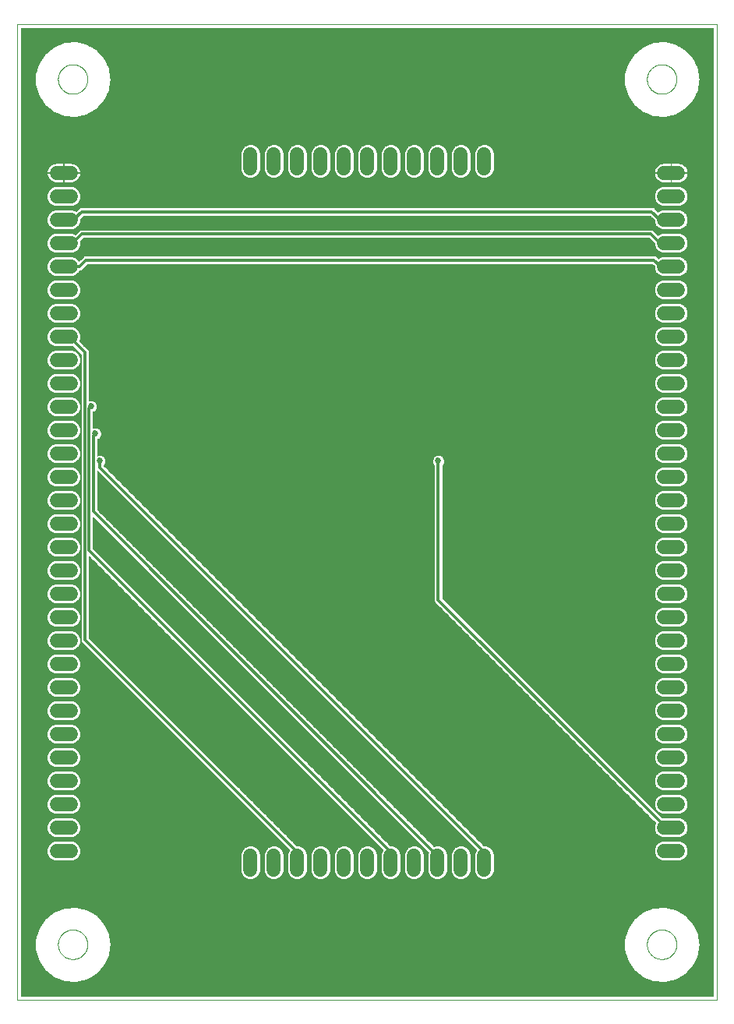
<source format=gtl>
From 51b01522af86c36a5edf33779d5fe3c2b8273b70 Mon Sep 17 00:00:00 2001
From: kb0iic <kb0iic@berzerkula.org>
Date: Fri, 22 Jun 2018 21:01:53 -0500
Subject: Update Large digit boards with dimensions, unused pins and packages.

---
 eagle/5x7 Display/5x7_LARGE_DIGIT1_6952.GTL | 17559 ++++++++++++++++++++++++++
 1 file changed, 17559 insertions(+)
 create mode 100644 eagle/5x7 Display/5x7_LARGE_DIGIT1_6952.GTL

(limited to 'eagle/5x7 Display/5x7_LARGE_DIGIT1_6952.GTL')

diff --git a/eagle/5x7 Display/5x7_LARGE_DIGIT1_6952.GTL b/eagle/5x7 Display/5x7_LARGE_DIGIT1_6952.GTL
new file mode 100644
index 0000000..775c976
--- /dev/null
+++ b/eagle/5x7 Display/5x7_LARGE_DIGIT1_6952.GTL	
@@ -0,0 +1,17559 @@
+G75*
+%MOIN*%
+%OFA0B0*%
+%FSLAX25Y25*%
+%IPPOS*%
+%LPD*%
+%AMOC8*
+5,1,8,0,0,1.08239X$1,22.5*
+%
+%ADD10C,0.00000*%
+%ADD11C,0.06000*%
+%ADD12C,0.00300*%
+%ADD13C,0.01200*%
+%ADD14C,0.02700*%
+D10*
+X0012961Y0010993D02*
+X0012961Y0428315D01*
+X0312174Y0428315D01*
+X0312174Y0010993D01*
+X0012961Y0010993D01*
+X0030284Y0034615D02*
+X0030286Y0034773D01*
+X0030292Y0034931D01*
+X0030302Y0035089D01*
+X0030316Y0035247D01*
+X0030334Y0035404D01*
+X0030355Y0035561D01*
+X0030381Y0035717D01*
+X0030411Y0035873D01*
+X0030444Y0036028D01*
+X0030482Y0036181D01*
+X0030523Y0036334D01*
+X0030568Y0036486D01*
+X0030617Y0036637D01*
+X0030670Y0036786D01*
+X0030726Y0036934D01*
+X0030786Y0037080D01*
+X0030850Y0037225D01*
+X0030918Y0037368D01*
+X0030989Y0037510D01*
+X0031063Y0037650D01*
+X0031141Y0037787D01*
+X0031223Y0037923D01*
+X0031307Y0038057D01*
+X0031396Y0038188D01*
+X0031487Y0038317D01*
+X0031582Y0038444D01*
+X0031679Y0038569D01*
+X0031780Y0038691D01*
+X0031884Y0038810D01*
+X0031991Y0038927D01*
+X0032101Y0039041D01*
+X0032214Y0039152D01*
+X0032329Y0039261D01*
+X0032447Y0039366D01*
+X0032568Y0039468D01*
+X0032691Y0039568D01*
+X0032817Y0039664D01*
+X0032945Y0039757D01*
+X0033075Y0039847D01*
+X0033208Y0039933D01*
+X0033343Y0040017D01*
+X0033479Y0040096D01*
+X0033618Y0040173D01*
+X0033759Y0040245D01*
+X0033901Y0040315D01*
+X0034045Y0040380D01*
+X0034191Y0040442D01*
+X0034338Y0040500D01*
+X0034487Y0040555D01*
+X0034637Y0040606D01*
+X0034788Y0040653D01*
+X0034940Y0040696D01*
+X0035093Y0040735D01*
+X0035248Y0040771D01*
+X0035403Y0040802D01*
+X0035559Y0040830D01*
+X0035715Y0040854D01*
+X0035872Y0040874D01*
+X0036030Y0040890D01*
+X0036187Y0040902D01*
+X0036346Y0040910D01*
+X0036504Y0040914D01*
+X0036662Y0040914D01*
+X0036820Y0040910D01*
+X0036979Y0040902D01*
+X0037136Y0040890D01*
+X0037294Y0040874D01*
+X0037451Y0040854D01*
+X0037607Y0040830D01*
+X0037763Y0040802D01*
+X0037918Y0040771D01*
+X0038073Y0040735D01*
+X0038226Y0040696D01*
+X0038378Y0040653D01*
+X0038529Y0040606D01*
+X0038679Y0040555D01*
+X0038828Y0040500D01*
+X0038975Y0040442D01*
+X0039121Y0040380D01*
+X0039265Y0040315D01*
+X0039407Y0040245D01*
+X0039548Y0040173D01*
+X0039687Y0040096D01*
+X0039823Y0040017D01*
+X0039958Y0039933D01*
+X0040091Y0039847D01*
+X0040221Y0039757D01*
+X0040349Y0039664D01*
+X0040475Y0039568D01*
+X0040598Y0039468D01*
+X0040719Y0039366D01*
+X0040837Y0039261D01*
+X0040952Y0039152D01*
+X0041065Y0039041D01*
+X0041175Y0038927D01*
+X0041282Y0038810D01*
+X0041386Y0038691D01*
+X0041487Y0038569D01*
+X0041584Y0038444D01*
+X0041679Y0038317D01*
+X0041770Y0038188D01*
+X0041859Y0038057D01*
+X0041943Y0037923D01*
+X0042025Y0037787D01*
+X0042103Y0037650D01*
+X0042177Y0037510D01*
+X0042248Y0037368D01*
+X0042316Y0037225D01*
+X0042380Y0037080D01*
+X0042440Y0036934D01*
+X0042496Y0036786D01*
+X0042549Y0036637D01*
+X0042598Y0036486D01*
+X0042643Y0036334D01*
+X0042684Y0036181D01*
+X0042722Y0036028D01*
+X0042755Y0035873D01*
+X0042785Y0035717D01*
+X0042811Y0035561D01*
+X0042832Y0035404D01*
+X0042850Y0035247D01*
+X0042864Y0035089D01*
+X0042874Y0034931D01*
+X0042880Y0034773D01*
+X0042882Y0034615D01*
+X0042880Y0034457D01*
+X0042874Y0034299D01*
+X0042864Y0034141D01*
+X0042850Y0033983D01*
+X0042832Y0033826D01*
+X0042811Y0033669D01*
+X0042785Y0033513D01*
+X0042755Y0033357D01*
+X0042722Y0033202D01*
+X0042684Y0033049D01*
+X0042643Y0032896D01*
+X0042598Y0032744D01*
+X0042549Y0032593D01*
+X0042496Y0032444D01*
+X0042440Y0032296D01*
+X0042380Y0032150D01*
+X0042316Y0032005D01*
+X0042248Y0031862D01*
+X0042177Y0031720D01*
+X0042103Y0031580D01*
+X0042025Y0031443D01*
+X0041943Y0031307D01*
+X0041859Y0031173D01*
+X0041770Y0031042D01*
+X0041679Y0030913D01*
+X0041584Y0030786D01*
+X0041487Y0030661D01*
+X0041386Y0030539D01*
+X0041282Y0030420D01*
+X0041175Y0030303D01*
+X0041065Y0030189D01*
+X0040952Y0030078D01*
+X0040837Y0029969D01*
+X0040719Y0029864D01*
+X0040598Y0029762D01*
+X0040475Y0029662D01*
+X0040349Y0029566D01*
+X0040221Y0029473D01*
+X0040091Y0029383D01*
+X0039958Y0029297D01*
+X0039823Y0029213D01*
+X0039687Y0029134D01*
+X0039548Y0029057D01*
+X0039407Y0028985D01*
+X0039265Y0028915D01*
+X0039121Y0028850D01*
+X0038975Y0028788D01*
+X0038828Y0028730D01*
+X0038679Y0028675D01*
+X0038529Y0028624D01*
+X0038378Y0028577D01*
+X0038226Y0028534D01*
+X0038073Y0028495D01*
+X0037918Y0028459D01*
+X0037763Y0028428D01*
+X0037607Y0028400D01*
+X0037451Y0028376D01*
+X0037294Y0028356D01*
+X0037136Y0028340D01*
+X0036979Y0028328D01*
+X0036820Y0028320D01*
+X0036662Y0028316D01*
+X0036504Y0028316D01*
+X0036346Y0028320D01*
+X0036187Y0028328D01*
+X0036030Y0028340D01*
+X0035872Y0028356D01*
+X0035715Y0028376D01*
+X0035559Y0028400D01*
+X0035403Y0028428D01*
+X0035248Y0028459D01*
+X0035093Y0028495D01*
+X0034940Y0028534D01*
+X0034788Y0028577D01*
+X0034637Y0028624D01*
+X0034487Y0028675D01*
+X0034338Y0028730D01*
+X0034191Y0028788D01*
+X0034045Y0028850D01*
+X0033901Y0028915D01*
+X0033759Y0028985D01*
+X0033618Y0029057D01*
+X0033479Y0029134D01*
+X0033343Y0029213D01*
+X0033208Y0029297D01*
+X0033075Y0029383D01*
+X0032945Y0029473D01*
+X0032817Y0029566D01*
+X0032691Y0029662D01*
+X0032568Y0029762D01*
+X0032447Y0029864D01*
+X0032329Y0029969D01*
+X0032214Y0030078D01*
+X0032101Y0030189D01*
+X0031991Y0030303D01*
+X0031884Y0030420D01*
+X0031780Y0030539D01*
+X0031679Y0030661D01*
+X0031582Y0030786D01*
+X0031487Y0030913D01*
+X0031396Y0031042D01*
+X0031307Y0031173D01*
+X0031223Y0031307D01*
+X0031141Y0031443D01*
+X0031063Y0031580D01*
+X0030989Y0031720D01*
+X0030918Y0031862D01*
+X0030850Y0032005D01*
+X0030786Y0032150D01*
+X0030726Y0032296D01*
+X0030670Y0032444D01*
+X0030617Y0032593D01*
+X0030568Y0032744D01*
+X0030523Y0032896D01*
+X0030482Y0033049D01*
+X0030444Y0033202D01*
+X0030411Y0033357D01*
+X0030381Y0033513D01*
+X0030355Y0033669D01*
+X0030334Y0033826D01*
+X0030316Y0033983D01*
+X0030302Y0034141D01*
+X0030292Y0034299D01*
+X0030286Y0034457D01*
+X0030284Y0034615D01*
+X0282253Y0034615D02*
+X0282255Y0034773D01*
+X0282261Y0034931D01*
+X0282271Y0035089D01*
+X0282285Y0035247D01*
+X0282303Y0035404D01*
+X0282324Y0035561D01*
+X0282350Y0035717D01*
+X0282380Y0035873D01*
+X0282413Y0036028D01*
+X0282451Y0036181D01*
+X0282492Y0036334D01*
+X0282537Y0036486D01*
+X0282586Y0036637D01*
+X0282639Y0036786D01*
+X0282695Y0036934D01*
+X0282755Y0037080D01*
+X0282819Y0037225D01*
+X0282887Y0037368D01*
+X0282958Y0037510D01*
+X0283032Y0037650D01*
+X0283110Y0037787D01*
+X0283192Y0037923D01*
+X0283276Y0038057D01*
+X0283365Y0038188D01*
+X0283456Y0038317D01*
+X0283551Y0038444D01*
+X0283648Y0038569D01*
+X0283749Y0038691D01*
+X0283853Y0038810D01*
+X0283960Y0038927D01*
+X0284070Y0039041D01*
+X0284183Y0039152D01*
+X0284298Y0039261D01*
+X0284416Y0039366D01*
+X0284537Y0039468D01*
+X0284660Y0039568D01*
+X0284786Y0039664D01*
+X0284914Y0039757D01*
+X0285044Y0039847D01*
+X0285177Y0039933D01*
+X0285312Y0040017D01*
+X0285448Y0040096D01*
+X0285587Y0040173D01*
+X0285728Y0040245D01*
+X0285870Y0040315D01*
+X0286014Y0040380D01*
+X0286160Y0040442D01*
+X0286307Y0040500D01*
+X0286456Y0040555D01*
+X0286606Y0040606D01*
+X0286757Y0040653D01*
+X0286909Y0040696D01*
+X0287062Y0040735D01*
+X0287217Y0040771D01*
+X0287372Y0040802D01*
+X0287528Y0040830D01*
+X0287684Y0040854D01*
+X0287841Y0040874D01*
+X0287999Y0040890D01*
+X0288156Y0040902D01*
+X0288315Y0040910D01*
+X0288473Y0040914D01*
+X0288631Y0040914D01*
+X0288789Y0040910D01*
+X0288948Y0040902D01*
+X0289105Y0040890D01*
+X0289263Y0040874D01*
+X0289420Y0040854D01*
+X0289576Y0040830D01*
+X0289732Y0040802D01*
+X0289887Y0040771D01*
+X0290042Y0040735D01*
+X0290195Y0040696D01*
+X0290347Y0040653D01*
+X0290498Y0040606D01*
+X0290648Y0040555D01*
+X0290797Y0040500D01*
+X0290944Y0040442D01*
+X0291090Y0040380D01*
+X0291234Y0040315D01*
+X0291376Y0040245D01*
+X0291517Y0040173D01*
+X0291656Y0040096D01*
+X0291792Y0040017D01*
+X0291927Y0039933D01*
+X0292060Y0039847D01*
+X0292190Y0039757D01*
+X0292318Y0039664D01*
+X0292444Y0039568D01*
+X0292567Y0039468D01*
+X0292688Y0039366D01*
+X0292806Y0039261D01*
+X0292921Y0039152D01*
+X0293034Y0039041D01*
+X0293144Y0038927D01*
+X0293251Y0038810D01*
+X0293355Y0038691D01*
+X0293456Y0038569D01*
+X0293553Y0038444D01*
+X0293648Y0038317D01*
+X0293739Y0038188D01*
+X0293828Y0038057D01*
+X0293912Y0037923D01*
+X0293994Y0037787D01*
+X0294072Y0037650D01*
+X0294146Y0037510D01*
+X0294217Y0037368D01*
+X0294285Y0037225D01*
+X0294349Y0037080D01*
+X0294409Y0036934D01*
+X0294465Y0036786D01*
+X0294518Y0036637D01*
+X0294567Y0036486D01*
+X0294612Y0036334D01*
+X0294653Y0036181D01*
+X0294691Y0036028D01*
+X0294724Y0035873D01*
+X0294754Y0035717D01*
+X0294780Y0035561D01*
+X0294801Y0035404D01*
+X0294819Y0035247D01*
+X0294833Y0035089D01*
+X0294843Y0034931D01*
+X0294849Y0034773D01*
+X0294851Y0034615D01*
+X0294849Y0034457D01*
+X0294843Y0034299D01*
+X0294833Y0034141D01*
+X0294819Y0033983D01*
+X0294801Y0033826D01*
+X0294780Y0033669D01*
+X0294754Y0033513D01*
+X0294724Y0033357D01*
+X0294691Y0033202D01*
+X0294653Y0033049D01*
+X0294612Y0032896D01*
+X0294567Y0032744D01*
+X0294518Y0032593D01*
+X0294465Y0032444D01*
+X0294409Y0032296D01*
+X0294349Y0032150D01*
+X0294285Y0032005D01*
+X0294217Y0031862D01*
+X0294146Y0031720D01*
+X0294072Y0031580D01*
+X0293994Y0031443D01*
+X0293912Y0031307D01*
+X0293828Y0031173D01*
+X0293739Y0031042D01*
+X0293648Y0030913D01*
+X0293553Y0030786D01*
+X0293456Y0030661D01*
+X0293355Y0030539D01*
+X0293251Y0030420D01*
+X0293144Y0030303D01*
+X0293034Y0030189D01*
+X0292921Y0030078D01*
+X0292806Y0029969D01*
+X0292688Y0029864D01*
+X0292567Y0029762D01*
+X0292444Y0029662D01*
+X0292318Y0029566D01*
+X0292190Y0029473D01*
+X0292060Y0029383D01*
+X0291927Y0029297D01*
+X0291792Y0029213D01*
+X0291656Y0029134D01*
+X0291517Y0029057D01*
+X0291376Y0028985D01*
+X0291234Y0028915D01*
+X0291090Y0028850D01*
+X0290944Y0028788D01*
+X0290797Y0028730D01*
+X0290648Y0028675D01*
+X0290498Y0028624D01*
+X0290347Y0028577D01*
+X0290195Y0028534D01*
+X0290042Y0028495D01*
+X0289887Y0028459D01*
+X0289732Y0028428D01*
+X0289576Y0028400D01*
+X0289420Y0028376D01*
+X0289263Y0028356D01*
+X0289105Y0028340D01*
+X0288948Y0028328D01*
+X0288789Y0028320D01*
+X0288631Y0028316D01*
+X0288473Y0028316D01*
+X0288315Y0028320D01*
+X0288156Y0028328D01*
+X0287999Y0028340D01*
+X0287841Y0028356D01*
+X0287684Y0028376D01*
+X0287528Y0028400D01*
+X0287372Y0028428D01*
+X0287217Y0028459D01*
+X0287062Y0028495D01*
+X0286909Y0028534D01*
+X0286757Y0028577D01*
+X0286606Y0028624D01*
+X0286456Y0028675D01*
+X0286307Y0028730D01*
+X0286160Y0028788D01*
+X0286014Y0028850D01*
+X0285870Y0028915D01*
+X0285728Y0028985D01*
+X0285587Y0029057D01*
+X0285448Y0029134D01*
+X0285312Y0029213D01*
+X0285177Y0029297D01*
+X0285044Y0029383D01*
+X0284914Y0029473D01*
+X0284786Y0029566D01*
+X0284660Y0029662D01*
+X0284537Y0029762D01*
+X0284416Y0029864D01*
+X0284298Y0029969D01*
+X0284183Y0030078D01*
+X0284070Y0030189D01*
+X0283960Y0030303D01*
+X0283853Y0030420D01*
+X0283749Y0030539D01*
+X0283648Y0030661D01*
+X0283551Y0030786D01*
+X0283456Y0030913D01*
+X0283365Y0031042D01*
+X0283276Y0031173D01*
+X0283192Y0031307D01*
+X0283110Y0031443D01*
+X0283032Y0031580D01*
+X0282958Y0031720D01*
+X0282887Y0031862D01*
+X0282819Y0032005D01*
+X0282755Y0032150D01*
+X0282695Y0032296D01*
+X0282639Y0032444D01*
+X0282586Y0032593D01*
+X0282537Y0032744D01*
+X0282492Y0032896D01*
+X0282451Y0033049D01*
+X0282413Y0033202D01*
+X0282380Y0033357D01*
+X0282350Y0033513D01*
+X0282324Y0033669D01*
+X0282303Y0033826D01*
+X0282285Y0033983D01*
+X0282271Y0034141D01*
+X0282261Y0034299D01*
+X0282255Y0034457D01*
+X0282253Y0034615D01*
+X0282253Y0404693D02*
+X0282255Y0404851D01*
+X0282261Y0405009D01*
+X0282271Y0405167D01*
+X0282285Y0405325D01*
+X0282303Y0405482D01*
+X0282324Y0405639D01*
+X0282350Y0405795D01*
+X0282380Y0405951D01*
+X0282413Y0406106D01*
+X0282451Y0406259D01*
+X0282492Y0406412D01*
+X0282537Y0406564D01*
+X0282586Y0406715D01*
+X0282639Y0406864D01*
+X0282695Y0407012D01*
+X0282755Y0407158D01*
+X0282819Y0407303D01*
+X0282887Y0407446D01*
+X0282958Y0407588D01*
+X0283032Y0407728D01*
+X0283110Y0407865D01*
+X0283192Y0408001D01*
+X0283276Y0408135D01*
+X0283365Y0408266D01*
+X0283456Y0408395D01*
+X0283551Y0408522D01*
+X0283648Y0408647D01*
+X0283749Y0408769D01*
+X0283853Y0408888D01*
+X0283960Y0409005D01*
+X0284070Y0409119D01*
+X0284183Y0409230D01*
+X0284298Y0409339D01*
+X0284416Y0409444D01*
+X0284537Y0409546D01*
+X0284660Y0409646D01*
+X0284786Y0409742D01*
+X0284914Y0409835D01*
+X0285044Y0409925D01*
+X0285177Y0410011D01*
+X0285312Y0410095D01*
+X0285448Y0410174D01*
+X0285587Y0410251D01*
+X0285728Y0410323D01*
+X0285870Y0410393D01*
+X0286014Y0410458D01*
+X0286160Y0410520D01*
+X0286307Y0410578D01*
+X0286456Y0410633D01*
+X0286606Y0410684D01*
+X0286757Y0410731D01*
+X0286909Y0410774D01*
+X0287062Y0410813D01*
+X0287217Y0410849D01*
+X0287372Y0410880D01*
+X0287528Y0410908D01*
+X0287684Y0410932D01*
+X0287841Y0410952D01*
+X0287999Y0410968D01*
+X0288156Y0410980D01*
+X0288315Y0410988D01*
+X0288473Y0410992D01*
+X0288631Y0410992D01*
+X0288789Y0410988D01*
+X0288948Y0410980D01*
+X0289105Y0410968D01*
+X0289263Y0410952D01*
+X0289420Y0410932D01*
+X0289576Y0410908D01*
+X0289732Y0410880D01*
+X0289887Y0410849D01*
+X0290042Y0410813D01*
+X0290195Y0410774D01*
+X0290347Y0410731D01*
+X0290498Y0410684D01*
+X0290648Y0410633D01*
+X0290797Y0410578D01*
+X0290944Y0410520D01*
+X0291090Y0410458D01*
+X0291234Y0410393D01*
+X0291376Y0410323D01*
+X0291517Y0410251D01*
+X0291656Y0410174D01*
+X0291792Y0410095D01*
+X0291927Y0410011D01*
+X0292060Y0409925D01*
+X0292190Y0409835D01*
+X0292318Y0409742D01*
+X0292444Y0409646D01*
+X0292567Y0409546D01*
+X0292688Y0409444D01*
+X0292806Y0409339D01*
+X0292921Y0409230D01*
+X0293034Y0409119D01*
+X0293144Y0409005D01*
+X0293251Y0408888D01*
+X0293355Y0408769D01*
+X0293456Y0408647D01*
+X0293553Y0408522D01*
+X0293648Y0408395D01*
+X0293739Y0408266D01*
+X0293828Y0408135D01*
+X0293912Y0408001D01*
+X0293994Y0407865D01*
+X0294072Y0407728D01*
+X0294146Y0407588D01*
+X0294217Y0407446D01*
+X0294285Y0407303D01*
+X0294349Y0407158D01*
+X0294409Y0407012D01*
+X0294465Y0406864D01*
+X0294518Y0406715D01*
+X0294567Y0406564D01*
+X0294612Y0406412D01*
+X0294653Y0406259D01*
+X0294691Y0406106D01*
+X0294724Y0405951D01*
+X0294754Y0405795D01*
+X0294780Y0405639D01*
+X0294801Y0405482D01*
+X0294819Y0405325D01*
+X0294833Y0405167D01*
+X0294843Y0405009D01*
+X0294849Y0404851D01*
+X0294851Y0404693D01*
+X0294849Y0404535D01*
+X0294843Y0404377D01*
+X0294833Y0404219D01*
+X0294819Y0404061D01*
+X0294801Y0403904D01*
+X0294780Y0403747D01*
+X0294754Y0403591D01*
+X0294724Y0403435D01*
+X0294691Y0403280D01*
+X0294653Y0403127D01*
+X0294612Y0402974D01*
+X0294567Y0402822D01*
+X0294518Y0402671D01*
+X0294465Y0402522D01*
+X0294409Y0402374D01*
+X0294349Y0402228D01*
+X0294285Y0402083D01*
+X0294217Y0401940D01*
+X0294146Y0401798D01*
+X0294072Y0401658D01*
+X0293994Y0401521D01*
+X0293912Y0401385D01*
+X0293828Y0401251D01*
+X0293739Y0401120D01*
+X0293648Y0400991D01*
+X0293553Y0400864D01*
+X0293456Y0400739D01*
+X0293355Y0400617D01*
+X0293251Y0400498D01*
+X0293144Y0400381D01*
+X0293034Y0400267D01*
+X0292921Y0400156D01*
+X0292806Y0400047D01*
+X0292688Y0399942D01*
+X0292567Y0399840D01*
+X0292444Y0399740D01*
+X0292318Y0399644D01*
+X0292190Y0399551D01*
+X0292060Y0399461D01*
+X0291927Y0399375D01*
+X0291792Y0399291D01*
+X0291656Y0399212D01*
+X0291517Y0399135D01*
+X0291376Y0399063D01*
+X0291234Y0398993D01*
+X0291090Y0398928D01*
+X0290944Y0398866D01*
+X0290797Y0398808D01*
+X0290648Y0398753D01*
+X0290498Y0398702D01*
+X0290347Y0398655D01*
+X0290195Y0398612D01*
+X0290042Y0398573D01*
+X0289887Y0398537D01*
+X0289732Y0398506D01*
+X0289576Y0398478D01*
+X0289420Y0398454D01*
+X0289263Y0398434D01*
+X0289105Y0398418D01*
+X0288948Y0398406D01*
+X0288789Y0398398D01*
+X0288631Y0398394D01*
+X0288473Y0398394D01*
+X0288315Y0398398D01*
+X0288156Y0398406D01*
+X0287999Y0398418D01*
+X0287841Y0398434D01*
+X0287684Y0398454D01*
+X0287528Y0398478D01*
+X0287372Y0398506D01*
+X0287217Y0398537D01*
+X0287062Y0398573D01*
+X0286909Y0398612D01*
+X0286757Y0398655D01*
+X0286606Y0398702D01*
+X0286456Y0398753D01*
+X0286307Y0398808D01*
+X0286160Y0398866D01*
+X0286014Y0398928D01*
+X0285870Y0398993D01*
+X0285728Y0399063D01*
+X0285587Y0399135D01*
+X0285448Y0399212D01*
+X0285312Y0399291D01*
+X0285177Y0399375D01*
+X0285044Y0399461D01*
+X0284914Y0399551D01*
+X0284786Y0399644D01*
+X0284660Y0399740D01*
+X0284537Y0399840D01*
+X0284416Y0399942D01*
+X0284298Y0400047D01*
+X0284183Y0400156D01*
+X0284070Y0400267D01*
+X0283960Y0400381D01*
+X0283853Y0400498D01*
+X0283749Y0400617D01*
+X0283648Y0400739D01*
+X0283551Y0400864D01*
+X0283456Y0400991D01*
+X0283365Y0401120D01*
+X0283276Y0401251D01*
+X0283192Y0401385D01*
+X0283110Y0401521D01*
+X0283032Y0401658D01*
+X0282958Y0401798D01*
+X0282887Y0401940D01*
+X0282819Y0402083D01*
+X0282755Y0402228D01*
+X0282695Y0402374D01*
+X0282639Y0402522D01*
+X0282586Y0402671D01*
+X0282537Y0402822D01*
+X0282492Y0402974D01*
+X0282451Y0403127D01*
+X0282413Y0403280D01*
+X0282380Y0403435D01*
+X0282350Y0403591D01*
+X0282324Y0403747D01*
+X0282303Y0403904D01*
+X0282285Y0404061D01*
+X0282271Y0404219D01*
+X0282261Y0404377D01*
+X0282255Y0404535D01*
+X0282253Y0404693D01*
+X0030284Y0404693D02*
+X0030286Y0404851D01*
+X0030292Y0405009D01*
+X0030302Y0405167D01*
+X0030316Y0405325D01*
+X0030334Y0405482D01*
+X0030355Y0405639D01*
+X0030381Y0405795D01*
+X0030411Y0405951D01*
+X0030444Y0406106D01*
+X0030482Y0406259D01*
+X0030523Y0406412D01*
+X0030568Y0406564D01*
+X0030617Y0406715D01*
+X0030670Y0406864D01*
+X0030726Y0407012D01*
+X0030786Y0407158D01*
+X0030850Y0407303D01*
+X0030918Y0407446D01*
+X0030989Y0407588D01*
+X0031063Y0407728D01*
+X0031141Y0407865D01*
+X0031223Y0408001D01*
+X0031307Y0408135D01*
+X0031396Y0408266D01*
+X0031487Y0408395D01*
+X0031582Y0408522D01*
+X0031679Y0408647D01*
+X0031780Y0408769D01*
+X0031884Y0408888D01*
+X0031991Y0409005D01*
+X0032101Y0409119D01*
+X0032214Y0409230D01*
+X0032329Y0409339D01*
+X0032447Y0409444D01*
+X0032568Y0409546D01*
+X0032691Y0409646D01*
+X0032817Y0409742D01*
+X0032945Y0409835D01*
+X0033075Y0409925D01*
+X0033208Y0410011D01*
+X0033343Y0410095D01*
+X0033479Y0410174D01*
+X0033618Y0410251D01*
+X0033759Y0410323D01*
+X0033901Y0410393D01*
+X0034045Y0410458D01*
+X0034191Y0410520D01*
+X0034338Y0410578D01*
+X0034487Y0410633D01*
+X0034637Y0410684D01*
+X0034788Y0410731D01*
+X0034940Y0410774D01*
+X0035093Y0410813D01*
+X0035248Y0410849D01*
+X0035403Y0410880D01*
+X0035559Y0410908D01*
+X0035715Y0410932D01*
+X0035872Y0410952D01*
+X0036030Y0410968D01*
+X0036187Y0410980D01*
+X0036346Y0410988D01*
+X0036504Y0410992D01*
+X0036662Y0410992D01*
+X0036820Y0410988D01*
+X0036979Y0410980D01*
+X0037136Y0410968D01*
+X0037294Y0410952D01*
+X0037451Y0410932D01*
+X0037607Y0410908D01*
+X0037763Y0410880D01*
+X0037918Y0410849D01*
+X0038073Y0410813D01*
+X0038226Y0410774D01*
+X0038378Y0410731D01*
+X0038529Y0410684D01*
+X0038679Y0410633D01*
+X0038828Y0410578D01*
+X0038975Y0410520D01*
+X0039121Y0410458D01*
+X0039265Y0410393D01*
+X0039407Y0410323D01*
+X0039548Y0410251D01*
+X0039687Y0410174D01*
+X0039823Y0410095D01*
+X0039958Y0410011D01*
+X0040091Y0409925D01*
+X0040221Y0409835D01*
+X0040349Y0409742D01*
+X0040475Y0409646D01*
+X0040598Y0409546D01*
+X0040719Y0409444D01*
+X0040837Y0409339D01*
+X0040952Y0409230D01*
+X0041065Y0409119D01*
+X0041175Y0409005D01*
+X0041282Y0408888D01*
+X0041386Y0408769D01*
+X0041487Y0408647D01*
+X0041584Y0408522D01*
+X0041679Y0408395D01*
+X0041770Y0408266D01*
+X0041859Y0408135D01*
+X0041943Y0408001D01*
+X0042025Y0407865D01*
+X0042103Y0407728D01*
+X0042177Y0407588D01*
+X0042248Y0407446D01*
+X0042316Y0407303D01*
+X0042380Y0407158D01*
+X0042440Y0407012D01*
+X0042496Y0406864D01*
+X0042549Y0406715D01*
+X0042598Y0406564D01*
+X0042643Y0406412D01*
+X0042684Y0406259D01*
+X0042722Y0406106D01*
+X0042755Y0405951D01*
+X0042785Y0405795D01*
+X0042811Y0405639D01*
+X0042832Y0405482D01*
+X0042850Y0405325D01*
+X0042864Y0405167D01*
+X0042874Y0405009D01*
+X0042880Y0404851D01*
+X0042882Y0404693D01*
+X0042880Y0404535D01*
+X0042874Y0404377D01*
+X0042864Y0404219D01*
+X0042850Y0404061D01*
+X0042832Y0403904D01*
+X0042811Y0403747D01*
+X0042785Y0403591D01*
+X0042755Y0403435D01*
+X0042722Y0403280D01*
+X0042684Y0403127D01*
+X0042643Y0402974D01*
+X0042598Y0402822D01*
+X0042549Y0402671D01*
+X0042496Y0402522D01*
+X0042440Y0402374D01*
+X0042380Y0402228D01*
+X0042316Y0402083D01*
+X0042248Y0401940D01*
+X0042177Y0401798D01*
+X0042103Y0401658D01*
+X0042025Y0401521D01*
+X0041943Y0401385D01*
+X0041859Y0401251D01*
+X0041770Y0401120D01*
+X0041679Y0400991D01*
+X0041584Y0400864D01*
+X0041487Y0400739D01*
+X0041386Y0400617D01*
+X0041282Y0400498D01*
+X0041175Y0400381D01*
+X0041065Y0400267D01*
+X0040952Y0400156D01*
+X0040837Y0400047D01*
+X0040719Y0399942D01*
+X0040598Y0399840D01*
+X0040475Y0399740D01*
+X0040349Y0399644D01*
+X0040221Y0399551D01*
+X0040091Y0399461D01*
+X0039958Y0399375D01*
+X0039823Y0399291D01*
+X0039687Y0399212D01*
+X0039548Y0399135D01*
+X0039407Y0399063D01*
+X0039265Y0398993D01*
+X0039121Y0398928D01*
+X0038975Y0398866D01*
+X0038828Y0398808D01*
+X0038679Y0398753D01*
+X0038529Y0398702D01*
+X0038378Y0398655D01*
+X0038226Y0398612D01*
+X0038073Y0398573D01*
+X0037918Y0398537D01*
+X0037763Y0398506D01*
+X0037607Y0398478D01*
+X0037451Y0398454D01*
+X0037294Y0398434D01*
+X0037136Y0398418D01*
+X0036979Y0398406D01*
+X0036820Y0398398D01*
+X0036662Y0398394D01*
+X0036504Y0398394D01*
+X0036346Y0398398D01*
+X0036187Y0398406D01*
+X0036030Y0398418D01*
+X0035872Y0398434D01*
+X0035715Y0398454D01*
+X0035559Y0398478D01*
+X0035403Y0398506D01*
+X0035248Y0398537D01*
+X0035093Y0398573D01*
+X0034940Y0398612D01*
+X0034788Y0398655D01*
+X0034637Y0398702D01*
+X0034487Y0398753D01*
+X0034338Y0398808D01*
+X0034191Y0398866D01*
+X0034045Y0398928D01*
+X0033901Y0398993D01*
+X0033759Y0399063D01*
+X0033618Y0399135D01*
+X0033479Y0399212D01*
+X0033343Y0399291D01*
+X0033208Y0399375D01*
+X0033075Y0399461D01*
+X0032945Y0399551D01*
+X0032817Y0399644D01*
+X0032691Y0399740D01*
+X0032568Y0399840D01*
+X0032447Y0399942D01*
+X0032329Y0400047D01*
+X0032214Y0400156D01*
+X0032101Y0400267D01*
+X0031991Y0400381D01*
+X0031884Y0400498D01*
+X0031780Y0400617D01*
+X0031679Y0400739D01*
+X0031582Y0400864D01*
+X0031487Y0400991D01*
+X0031396Y0401120D01*
+X0031307Y0401251D01*
+X0031223Y0401385D01*
+X0031141Y0401521D01*
+X0031063Y0401658D01*
+X0030989Y0401798D01*
+X0030918Y0401940D01*
+X0030850Y0402083D01*
+X0030786Y0402228D01*
+X0030726Y0402374D01*
+X0030670Y0402522D01*
+X0030617Y0402671D01*
+X0030568Y0402822D01*
+X0030523Y0402974D01*
+X0030482Y0403127D01*
+X0030444Y0403280D01*
+X0030411Y0403435D01*
+X0030381Y0403591D01*
+X0030355Y0403747D01*
+X0030334Y0403904D01*
+X0030316Y0404061D01*
+X0030302Y0404219D01*
+X0030292Y0404377D01*
+X0030286Y0404535D01*
+X0030284Y0404693D01*
+D11*
+X0029646Y0364654D02*
+X0035646Y0364654D01*
+X0035646Y0354654D02*
+X0029646Y0354654D01*
+X0029646Y0344654D02*
+X0035646Y0344654D01*
+X0035646Y0334654D02*
+X0029646Y0334654D01*
+X0029646Y0324654D02*
+X0035646Y0324654D01*
+X0035646Y0314654D02*
+X0029646Y0314654D01*
+X0029646Y0304654D02*
+X0035646Y0304654D01*
+X0035646Y0294654D02*
+X0029646Y0294654D01*
+X0029646Y0284654D02*
+X0035646Y0284654D01*
+X0035646Y0274654D02*
+X0029646Y0274654D01*
+X0029646Y0264654D02*
+X0035646Y0264654D01*
+X0035646Y0254654D02*
+X0029646Y0254654D01*
+X0029646Y0244654D02*
+X0035646Y0244654D01*
+X0035646Y0234654D02*
+X0029646Y0234654D01*
+X0029646Y0224654D02*
+X0035646Y0224654D01*
+X0035646Y0214654D02*
+X0029646Y0214654D01*
+X0029646Y0204654D02*
+X0035646Y0204654D01*
+X0035646Y0194654D02*
+X0029646Y0194654D01*
+X0029646Y0184654D02*
+X0035646Y0184654D01*
+X0035646Y0174654D02*
+X0029646Y0174654D01*
+X0029646Y0164654D02*
+X0035646Y0164654D01*
+X0035646Y0154654D02*
+X0029646Y0154654D01*
+X0029646Y0144654D02*
+X0035646Y0144654D01*
+X0035646Y0134654D02*
+X0029646Y0134654D01*
+X0029646Y0124654D02*
+X0035646Y0124654D01*
+X0035646Y0114654D02*
+X0029646Y0114654D01*
+X0029646Y0104654D02*
+X0035646Y0104654D01*
+X0035646Y0094654D02*
+X0029646Y0094654D01*
+X0029646Y0084654D02*
+X0035646Y0084654D01*
+X0035646Y0074654D02*
+X0029646Y0074654D01*
+X0112567Y0072654D02*
+X0112567Y0066654D01*
+X0122567Y0066654D02*
+X0122567Y0072654D01*
+X0132567Y0072654D02*
+X0132567Y0066654D01*
+X0142567Y0066654D02*
+X0142567Y0072654D01*
+X0152567Y0072654D02*
+X0152567Y0066654D01*
+X0162567Y0066654D02*
+X0162567Y0072654D01*
+X0172567Y0072654D02*
+X0172567Y0066654D01*
+X0182567Y0066654D02*
+X0182567Y0072654D01*
+X0192567Y0072654D02*
+X0192567Y0066654D01*
+X0202567Y0066654D02*
+X0202567Y0072654D01*
+X0212567Y0072654D02*
+X0212567Y0066654D01*
+X0289489Y0074654D02*
+X0295489Y0074654D01*
+X0295489Y0084654D02*
+X0289489Y0084654D01*
+X0289489Y0094654D02*
+X0295489Y0094654D01*
+X0295489Y0104654D02*
+X0289489Y0104654D01*
+X0289489Y0114654D02*
+X0295489Y0114654D01*
+X0295489Y0124654D02*
+X0289489Y0124654D01*
+X0289489Y0134654D02*
+X0295489Y0134654D01*
+X0295489Y0144654D02*
+X0289489Y0144654D01*
+X0289489Y0154654D02*
+X0295489Y0154654D01*
+X0295489Y0164654D02*
+X0289489Y0164654D01*
+X0289489Y0174654D02*
+X0295489Y0174654D01*
+X0295489Y0184654D02*
+X0289489Y0184654D01*
+X0289489Y0194654D02*
+X0295489Y0194654D01*
+X0295489Y0204654D02*
+X0289489Y0204654D01*
+X0289489Y0214654D02*
+X0295489Y0214654D01*
+X0295489Y0224654D02*
+X0289489Y0224654D01*
+X0289489Y0234654D02*
+X0295489Y0234654D01*
+X0295489Y0244654D02*
+X0289489Y0244654D01*
+X0289489Y0254654D02*
+X0295489Y0254654D01*
+X0295489Y0264654D02*
+X0289489Y0264654D01*
+X0289489Y0274654D02*
+X0295489Y0274654D01*
+X0295489Y0284654D02*
+X0289489Y0284654D01*
+X0289489Y0294654D02*
+X0295489Y0294654D01*
+X0295489Y0304654D02*
+X0289489Y0304654D01*
+X0289489Y0314654D02*
+X0295489Y0314654D01*
+X0295489Y0324654D02*
+X0289489Y0324654D01*
+X0289489Y0334654D02*
+X0295489Y0334654D01*
+X0295489Y0344654D02*
+X0289489Y0344654D01*
+X0289489Y0354654D02*
+X0295489Y0354654D01*
+X0295489Y0364654D02*
+X0289489Y0364654D01*
+X0212567Y0366654D02*
+X0212567Y0372654D01*
+X0202567Y0372654D02*
+X0202567Y0366654D01*
+X0192567Y0366654D02*
+X0192567Y0372654D01*
+X0182567Y0372654D02*
+X0182567Y0366654D01*
+X0172567Y0366654D02*
+X0172567Y0372654D01*
+X0162567Y0372654D02*
+X0162567Y0366654D01*
+X0152567Y0366654D02*
+X0152567Y0372654D01*
+X0142567Y0372654D02*
+X0142567Y0366654D01*
+X0132567Y0366654D02*
+X0132567Y0372654D01*
+X0122567Y0372654D02*
+X0122567Y0366654D01*
+X0112567Y0366654D02*
+X0112567Y0372654D01*
+D12*
+X0108749Y0374281D02*
+X0014611Y0374281D01*
+X0014611Y0374579D02*
+X0108873Y0374579D01*
+X0108997Y0374878D02*
+X0014611Y0374878D01*
+X0014611Y0375176D02*
+X0109221Y0375176D01*
+X0109049Y0375005D02*
+X0108417Y0373479D01*
+X0108417Y0365828D01*
+X0109049Y0364303D01*
+X0110217Y0363136D01*
+X0111742Y0362504D01*
+X0113393Y0362504D01*
+X0114918Y0363136D01*
+X0116086Y0364303D01*
+X0116717Y0365828D01*
+X0116717Y0373479D01*
+X0116086Y0375005D01*
+X0114918Y0376172D01*
+X0113393Y0376804D01*
+X0111742Y0376804D01*
+X0110217Y0376172D01*
+X0109049Y0375005D01*
+X0109519Y0375475D02*
+X0014611Y0375475D01*
+X0014611Y0375773D02*
+X0109818Y0375773D01*
+X0110116Y0376072D02*
+X0014611Y0376072D01*
+X0014611Y0376370D02*
+X0110695Y0376370D01*
+X0111416Y0376669D02*
+X0014611Y0376669D01*
+X0014611Y0376967D02*
+X0310524Y0376967D01*
+X0310524Y0376669D02*
+X0213719Y0376669D01*
+X0213393Y0376804D02*
+X0211742Y0376804D01*
+X0210217Y0376172D01*
+X0209049Y0375005D01*
+X0208417Y0373479D01*
+X0208417Y0365828D01*
+X0209049Y0364303D01*
+X0210217Y0363136D01*
+X0211742Y0362504D01*
+X0213393Y0362504D01*
+X0214918Y0363136D01*
+X0216086Y0364303D01*
+X0216717Y0365828D01*
+X0216717Y0373479D01*
+X0216086Y0375005D01*
+X0214918Y0376172D01*
+X0213393Y0376804D01*
+X0214439Y0376370D02*
+X0310524Y0376370D01*
+X0310524Y0376072D02*
+X0215018Y0376072D01*
+X0215317Y0375773D02*
+X0310524Y0375773D01*
+X0310524Y0375475D02*
+X0215615Y0375475D01*
+X0215914Y0375176D02*
+X0310524Y0375176D01*
+X0310524Y0374878D02*
+X0216138Y0374878D01*
+X0216262Y0374579D02*
+X0310524Y0374579D01*
+X0310524Y0374281D02*
+X0216385Y0374281D01*
+X0216509Y0373982D02*
+X0310524Y0373982D01*
+X0310524Y0373684D02*
+X0216633Y0373684D01*
+X0216717Y0373385D02*
+X0310524Y0373385D01*
+X0310524Y0373087D02*
+X0216717Y0373087D01*
+X0216717Y0372788D02*
+X0310524Y0372788D01*
+X0310524Y0372490D02*
+X0216717Y0372490D01*
+X0216717Y0372191D02*
+X0310524Y0372191D01*
+X0310524Y0371893D02*
+X0216717Y0371893D01*
+X0216717Y0371594D02*
+X0310524Y0371594D01*
+X0310524Y0371296D02*
+X0216717Y0371296D01*
+X0216717Y0370997D02*
+X0310524Y0370997D01*
+X0310524Y0370699D02*
+X0216717Y0370699D01*
+X0216717Y0370400D02*
+X0310524Y0370400D01*
+X0310524Y0370102D02*
+X0216717Y0370102D01*
+X0216717Y0369803D02*
+X0310524Y0369803D01*
+X0310524Y0369505D02*
+X0216717Y0369505D01*
+X0216717Y0369206D02*
+X0310524Y0369206D01*
+X0310524Y0368908D02*
+X0216717Y0368908D01*
+X0216717Y0368609D02*
+X0288232Y0368609D01*
+X0288517Y0368702D02*
+X0287896Y0368500D01*
+X0287314Y0368203D01*
+X0286785Y0367819D01*
+X0286323Y0367357D01*
+X0285939Y0366829D01*
+X0285643Y0366247D01*
+X0285441Y0365626D01*
+X0285339Y0364981D01*
+X0285339Y0364804D01*
+X0292339Y0364804D01*
+X0292339Y0368804D01*
+X0289162Y0368804D01*
+X0288517Y0368702D01*
+X0287524Y0368311D02*
+X0216717Y0368311D01*
+X0216717Y0368012D02*
+X0287050Y0368012D01*
+X0286679Y0367714D02*
+X0216717Y0367714D01*
+X0216717Y0367415D02*
+X0286381Y0367415D01*
+X0286148Y0367117D02*
+X0216717Y0367117D01*
+X0216717Y0366818D02*
+X0285934Y0366818D01*
+X0285781Y0366520D02*
+X0216717Y0366520D01*
+X0216717Y0366221D02*
+X0285634Y0366221D01*
+X0285537Y0365922D02*
+X0216717Y0365922D01*
+X0216633Y0365624D02*
+X0285441Y0365624D01*
+X0285393Y0365325D02*
+X0216509Y0365325D01*
+X0216385Y0365027D02*
+X0285346Y0365027D01*
+X0285339Y0364504D02*
+X0285339Y0364327D01*
+X0285441Y0363682D01*
+X0285643Y0363061D01*
+X0285939Y0362479D01*
+X0286323Y0361950D01*
+X0286785Y0361488D01*
+X0287314Y0361105D01*
+X0287896Y0360808D01*
+X0288517Y0360606D01*
+X0289162Y0360504D01*
+X0292339Y0360504D01*
+X0292339Y0364504D01*
+X0292639Y0364504D01*
+X0292639Y0364804D01*
+X0299639Y0364804D01*
+X0299639Y0364981D01*
+X0299536Y0365626D01*
+X0299335Y0366247D01*
+X0299038Y0366829D01*
+X0298654Y0367357D01*
+X0298192Y0367819D01*
+X0297664Y0368203D01*
+X0297082Y0368500D01*
+X0296460Y0368702D01*
+X0295815Y0368804D01*
+X0292639Y0368804D01*
+X0292639Y0364804D01*
+X0292339Y0364804D01*
+X0292339Y0364504D01*
+X0285339Y0364504D01*
+X0285339Y0364430D02*
+X0216138Y0364430D01*
+X0216262Y0364728D02*
+X0292339Y0364728D01*
+X0292339Y0364430D02*
+X0292639Y0364430D01*
+X0292639Y0364504D02*
+X0292639Y0360504D01*
+X0295815Y0360504D01*
+X0296460Y0360606D01*
+X0297082Y0360808D01*
+X0297664Y0361105D01*
+X0298192Y0361488D01*
+X0298654Y0361950D01*
+X0299038Y0362479D01*
+X0299335Y0363061D01*
+X0299536Y0363682D01*
+X0299639Y0364327D01*
+X0299639Y0364504D01*
+X0292639Y0364504D01*
+X0292639Y0364728D02*
+X0310524Y0364728D01*
+X0310524Y0364430D02*
+X0299639Y0364430D01*
+X0299608Y0364131D02*
+X0310524Y0364131D01*
+X0310524Y0363833D02*
+X0299560Y0363833D01*
+X0299488Y0363534D02*
+X0310524Y0363534D01*
+X0310524Y0363236D02*
+X0299391Y0363236D01*
+X0299272Y0362937D02*
+X0310524Y0362937D01*
+X0310524Y0362639D02*
+X0299119Y0362639D01*
+X0298937Y0362340D02*
+X0310524Y0362340D01*
+X0310524Y0362042D02*
+X0298720Y0362042D01*
+X0298447Y0361743D02*
+X0310524Y0361743D01*
+X0310524Y0361445D02*
+X0298132Y0361445D01*
+X0297721Y0361146D02*
+X0310524Y0361146D01*
+X0310524Y0360848D02*
+X0297160Y0360848D01*
+X0296101Y0360549D02*
+X0310524Y0360549D01*
+X0310524Y0360251D02*
+X0014611Y0360251D01*
+X0014611Y0360549D02*
+X0029033Y0360549D01*
+X0029319Y0360504D02*
+X0028674Y0360606D01*
+X0028053Y0360808D01*
+X0027471Y0361105D01*
+X0026943Y0361488D01*
+X0026481Y0361950D01*
+X0026097Y0362479D01*
+X0025800Y0363061D01*
+X0025598Y0363682D01*
+X0025496Y0364327D01*
+X0025496Y0364504D01*
+X0032496Y0364504D01*
+X0032496Y0364804D01*
+X0032496Y0368804D01*
+X0029319Y0368804D01*
+X0028674Y0368702D01*
+X0028053Y0368500D01*
+X0027471Y0368203D01*
+X0026943Y0367819D01*
+X0026481Y0367357D01*
+X0026097Y0366829D01*
+X0025800Y0366247D01*
+X0025598Y0365626D01*
+X0025496Y0364981D01*
+X0025496Y0364804D01*
+X0032496Y0364804D01*
+X0032796Y0364804D01*
+X0032796Y0368804D01*
+X0035973Y0368804D01*
+X0036618Y0368702D01*
+X0037239Y0368500D01*
+X0037821Y0368203D01*
+X0038350Y0367819D01*
+X0038811Y0367357D01*
+X0039195Y0366829D01*
+X0039492Y0366247D01*
+X0039694Y0365626D01*
+X0039796Y0364981D01*
+X0039796Y0364804D01*
+X0032796Y0364804D01*
+X0032796Y0364504D01*
+X0032796Y0360504D01*
+X0035973Y0360504D01*
+X0036618Y0360606D01*
+X0037239Y0360808D01*
+X0037821Y0361105D01*
+X0038350Y0361488D01*
+X0038811Y0361950D01*
+X0039195Y0362479D01*
+X0039492Y0363061D01*
+X0039694Y0363682D01*
+X0039796Y0364327D01*
+X0039796Y0364504D01*
+X0032796Y0364504D01*
+X0032496Y0364504D01*
+X0032496Y0360504D01*
+X0029319Y0360504D01*
+X0027975Y0360848D02*
+X0014611Y0360848D01*
+X0014611Y0361146D02*
+X0027414Y0361146D01*
+X0027003Y0361445D02*
+X0014611Y0361445D01*
+X0014611Y0361743D02*
+X0026688Y0361743D01*
+X0026414Y0362042D02*
+X0014611Y0362042D01*
+X0014611Y0362340D02*
+X0026197Y0362340D01*
+X0026015Y0362639D02*
+X0014611Y0362639D01*
+X0014611Y0362937D02*
+X0025863Y0362937D01*
+X0025743Y0363236D02*
+X0014611Y0363236D01*
+X0014611Y0363534D02*
+X0025646Y0363534D01*
+X0025574Y0363833D02*
+X0014611Y0363833D01*
+X0014611Y0364131D02*
+X0025527Y0364131D01*
+X0025496Y0364430D02*
+X0014611Y0364430D01*
+X0014611Y0364728D02*
+X0032496Y0364728D01*
+X0032496Y0364430D02*
+X0032796Y0364430D01*
+X0032796Y0364728D02*
+X0108873Y0364728D01*
+X0108997Y0364430D02*
+X0039796Y0364430D01*
+X0039765Y0364131D02*
+X0109221Y0364131D01*
+X0109519Y0363833D02*
+X0039718Y0363833D01*
+X0039646Y0363534D02*
+X0109818Y0363534D01*
+X0110116Y0363236D02*
+X0039549Y0363236D01*
+X0039429Y0362937D02*
+X0110695Y0362937D01*
+X0111416Y0362639D02*
+X0039277Y0362639D01*
+X0039095Y0362340D02*
+X0286040Y0362340D01*
+X0285858Y0362639D02*
+X0213719Y0362639D01*
+X0214439Y0362937D02*
+X0285706Y0362937D01*
+X0285586Y0363236D02*
+X0215018Y0363236D01*
+X0215317Y0363534D02*
+X0285489Y0363534D01*
+X0285417Y0363833D02*
+X0215615Y0363833D01*
+X0215914Y0364131D02*
+X0285370Y0364131D01*
+X0286257Y0362042D02*
+X0038878Y0362042D01*
+X0038604Y0361743D02*
+X0286530Y0361743D01*
+X0286845Y0361445D02*
+X0038289Y0361445D01*
+X0037879Y0361146D02*
+X0287256Y0361146D01*
+X0287817Y0360848D02*
+X0037317Y0360848D01*
+X0036259Y0360549D02*
+X0288876Y0360549D01*
+X0288663Y0358804D02*
+X0287138Y0358172D01*
+X0285970Y0357005D01*
+X0285339Y0355479D01*
+X0285339Y0353828D01*
+X0285970Y0352303D01*
+X0287138Y0351136D01*
+X0288663Y0350504D01*
+X0296314Y0350504D01*
+X0297839Y0351136D01*
+X0299007Y0352303D01*
+X0299639Y0353828D01*
+X0299639Y0355479D01*
+X0299007Y0357005D01*
+X0297839Y0358172D01*
+X0296314Y0358804D01*
+X0288663Y0358804D01*
+X0288553Y0358758D02*
+X0036582Y0358758D01*
+X0036472Y0358804D02*
+X0037997Y0358172D01*
+X0039164Y0357005D01*
+X0039796Y0355479D01*
+X0039796Y0353828D01*
+X0039164Y0352303D01*
+X0037997Y0351136D01*
+X0036472Y0350504D01*
+X0028821Y0350504D01*
+X0027295Y0351136D01*
+X0026128Y0352303D01*
+X0025496Y0353828D01*
+X0025496Y0355479D01*
+X0026128Y0357005D01*
+X0027295Y0358172D01*
+X0028821Y0358804D01*
+X0036472Y0358804D01*
+X0037303Y0358460D02*
+X0287832Y0358460D01*
+X0287127Y0358161D02*
+X0038008Y0358161D01*
+X0038306Y0357863D02*
+X0286828Y0357863D01*
+X0286530Y0357564D02*
+X0038605Y0357564D01*
+X0038903Y0357266D02*
+X0286231Y0357266D01*
+X0285955Y0356967D02*
+X0039180Y0356967D01*
+X0039303Y0356669D02*
+X0285831Y0356669D01*
+X0285708Y0356370D02*
+X0039427Y0356370D01*
+X0039551Y0356072D02*
+X0285584Y0356072D01*
+X0285460Y0355773D02*
+X0039674Y0355773D01*
+X0039796Y0355475D02*
+X0285339Y0355475D01*
+X0285339Y0355176D02*
+X0039796Y0355176D01*
+X0039796Y0354878D02*
+X0285339Y0354878D01*
+X0285339Y0354579D02*
+X0039796Y0354579D01*
+X0039796Y0354281D02*
+X0285339Y0354281D01*
+X0285339Y0353982D02*
+X0039796Y0353982D01*
+X0039736Y0353684D02*
+X0285399Y0353684D01*
+X0285522Y0353385D02*
+X0039612Y0353385D01*
+X0039489Y0353086D02*
+X0285646Y0353086D01*
+X0285770Y0352788D02*
+X0039365Y0352788D01*
+X0039241Y0352489D02*
+X0285893Y0352489D01*
+X0286083Y0352191D02*
+X0039052Y0352191D01*
+X0038754Y0351892D02*
+X0286381Y0351892D01*
+X0286680Y0351594D02*
+X0038455Y0351594D01*
+X0038157Y0351295D02*
+X0286978Y0351295D01*
+X0287473Y0350997D02*
+X0037662Y0350997D01*
+X0036941Y0350698D02*
+X0288194Y0350698D01*
+X0288663Y0348804D02*
+X0287138Y0348172D01*
+X0286897Y0347931D01*
+X0285036Y0349793D01*
+X0039686Y0349793D01*
+X0038661Y0348767D01*
+X0038031Y0348138D01*
+X0037997Y0348172D01*
+X0036472Y0348804D01*
+X0028821Y0348804D01*
+X0027295Y0348172D01*
+X0026128Y0347005D01*
+X0025496Y0345479D01*
+X0025496Y0343828D01*
+X0026128Y0342303D01*
+X0027295Y0341136D01*
+X0028821Y0340504D01*
+X0036472Y0340504D01*
+X0037997Y0341136D01*
+X0039164Y0342303D01*
+X0039796Y0343828D01*
+X0039796Y0344953D01*
+X0041136Y0346293D01*
+X0283586Y0346293D01*
+X0285339Y0344540D01*
+X0285339Y0343828D01*
+X0285970Y0342303D01*
+X0287138Y0341136D01*
+X0288663Y0340504D01*
+X0296314Y0340504D01*
+X0297839Y0341136D01*
+X0299007Y0342303D01*
+X0299639Y0343828D01*
+X0299639Y0345479D01*
+X0299007Y0347005D01*
+X0297839Y0348172D01*
+X0296314Y0348804D01*
+X0288663Y0348804D01*
+X0288192Y0348609D02*
+X0286220Y0348609D01*
+X0286518Y0348310D02*
+X0287471Y0348310D01*
+X0286977Y0348012D02*
+X0286817Y0348012D01*
+X0285921Y0348907D02*
+X0310524Y0348907D01*
+X0310524Y0348609D02*
+X0296785Y0348609D01*
+X0297506Y0348310D02*
+X0310524Y0348310D01*
+X0310524Y0348012D02*
+X0298000Y0348012D01*
+X0298298Y0347713D02*
+X0310524Y0347713D01*
+X0310524Y0347415D02*
+X0298597Y0347415D01*
+X0298895Y0347116D02*
+X0310524Y0347116D01*
+X0310524Y0346818D02*
+X0299084Y0346818D01*
+X0299208Y0346519D02*
+X0310524Y0346519D01*
+X0310524Y0346221D02*
+X0299332Y0346221D01*
+X0299455Y0345922D02*
+X0310524Y0345922D01*
+X0310524Y0345624D02*
+X0299579Y0345624D01*
+X0299639Y0345325D02*
+X0310524Y0345325D01*
+X0310524Y0345027D02*
+X0299639Y0345027D01*
+X0299639Y0344728D02*
+X0310524Y0344728D01*
+X0310524Y0344430D02*
+X0299639Y0344430D01*
+X0299639Y0344131D02*
+X0310524Y0344131D01*
+X0310524Y0343833D02*
+X0299639Y0343833D01*
+X0299517Y0343534D02*
+X0310524Y0343534D01*
+X0310524Y0343236D02*
+X0299393Y0343236D01*
+X0299269Y0342937D02*
+X0310524Y0342937D01*
+X0310524Y0342639D02*
+X0299146Y0342639D01*
+X0299022Y0342340D02*
+X0310524Y0342340D01*
+X0310524Y0342042D02*
+X0298745Y0342042D01*
+X0298447Y0341743D02*
+X0310524Y0341743D01*
+X0310524Y0341445D02*
+X0298148Y0341445D01*
+X0297850Y0341146D02*
+X0310524Y0341146D01*
+X0310524Y0340848D02*
+X0297144Y0340848D01*
+X0296423Y0340549D02*
+X0310524Y0340549D01*
+X0310524Y0340251D02*
+X0284678Y0340251D01*
+X0284586Y0340343D02*
+X0039686Y0340343D01*
+X0038661Y0339317D01*
+X0037657Y0338313D01*
+X0036472Y0338804D01*
+X0028821Y0338804D01*
+X0027295Y0338172D01*
+X0026128Y0337005D01*
+X0025496Y0335479D01*
+X0025496Y0333828D01*
+X0026128Y0332303D01*
+X0027295Y0331136D01*
+X0028821Y0330504D01*
+X0036472Y0330504D01*
+X0037997Y0331136D01*
+X0039164Y0332303D01*
+X0039796Y0333828D01*
+X0039796Y0335479D01*
+X0039789Y0335496D01*
+X0041136Y0336843D01*
+X0283136Y0336843D01*
+X0285339Y0334640D01*
+X0285339Y0333828D01*
+X0285970Y0332303D01*
+X0287138Y0331136D01*
+X0288663Y0330504D01*
+X0296314Y0330504D01*
+X0297839Y0331136D01*
+X0299007Y0332303D01*
+X0299639Y0333828D01*
+X0299639Y0335479D01*
+X0299007Y0337005D01*
+X0297839Y0338172D01*
+X0296314Y0338804D01*
+X0288663Y0338804D01*
+X0287138Y0338172D01*
+X0286947Y0337981D01*
+X0284586Y0340343D01*
+X0284976Y0339952D02*
+X0310524Y0339952D01*
+X0310524Y0339653D02*
+X0285275Y0339653D01*
+X0285573Y0339355D02*
+X0310524Y0339355D01*
+X0310524Y0339056D02*
+X0285872Y0339056D01*
+X0286170Y0338758D02*
+X0288552Y0338758D01*
+X0287831Y0338459D02*
+X0286469Y0338459D01*
+X0286767Y0338161D02*
+X0287127Y0338161D01*
+X0287834Y0340848D02*
+X0037301Y0340848D01*
+X0038007Y0341146D02*
+X0287127Y0341146D01*
+X0286829Y0341445D02*
+X0038306Y0341445D01*
+X0038604Y0341743D02*
+X0286530Y0341743D01*
+X0286232Y0342042D02*
+X0038903Y0342042D01*
+X0039180Y0342340D02*
+X0285955Y0342340D01*
+X0285831Y0342639D02*
+X0039303Y0342639D01*
+X0039427Y0342937D02*
+X0285708Y0342937D01*
+X0285584Y0343236D02*
+X0039550Y0343236D01*
+X0039674Y0343534D02*
+X0285460Y0343534D01*
+X0285339Y0343833D02*
+X0039796Y0343833D01*
+X0039796Y0344131D02*
+X0285339Y0344131D01*
+X0285339Y0344430D02*
+X0039796Y0344430D01*
+X0039796Y0344728D02*
+X0285150Y0344728D01*
+X0284852Y0345027D02*
+X0039870Y0345027D01*
+X0040169Y0345325D02*
+X0284553Y0345325D01*
+X0284255Y0345624D02*
+X0040467Y0345624D01*
+X0040766Y0345922D02*
+X0283956Y0345922D01*
+X0283658Y0346221D02*
+X0041064Y0346221D01*
+X0038502Y0348609D02*
+X0036943Y0348609D01*
+X0037663Y0348310D02*
+X0038204Y0348310D01*
+X0038801Y0348907D02*
+X0014611Y0348907D01*
+X0014611Y0348609D02*
+X0028350Y0348609D01*
+X0027629Y0348310D02*
+X0014611Y0348310D01*
+X0014611Y0348012D02*
+X0027135Y0348012D01*
+X0026836Y0347713D02*
+X0014611Y0347713D01*
+X0014611Y0347415D02*
+X0026538Y0347415D01*
+X0026239Y0347116D02*
+X0014611Y0347116D01*
+X0014611Y0346818D02*
+X0026050Y0346818D01*
+X0025927Y0346519D02*
+X0014611Y0346519D01*
+X0014611Y0346221D02*
+X0025803Y0346221D01*
+X0025679Y0345922D02*
+X0014611Y0345922D01*
+X0014611Y0345624D02*
+X0025556Y0345624D01*
+X0025496Y0345325D02*
+X0014611Y0345325D01*
+X0014611Y0345027D02*
+X0025496Y0345027D01*
+X0025496Y0344728D02*
+X0014611Y0344728D01*
+X0014611Y0344430D02*
+X0025496Y0344430D01*
+X0025496Y0344131D02*
+X0014611Y0344131D01*
+X0014611Y0343833D02*
+X0025496Y0343833D01*
+X0025618Y0343534D02*
+X0014611Y0343534D01*
+X0014611Y0343236D02*
+X0025742Y0343236D01*
+X0025865Y0342937D02*
+X0014611Y0342937D01*
+X0014611Y0342639D02*
+X0025989Y0342639D01*
+X0026113Y0342340D02*
+X0014611Y0342340D01*
+X0014611Y0342042D02*
+X0026389Y0342042D01*
+X0026688Y0341743D02*
+X0014611Y0341743D01*
+X0014611Y0341445D02*
+X0026986Y0341445D01*
+X0027285Y0341146D02*
+X0014611Y0341146D01*
+X0014611Y0340848D02*
+X0027991Y0340848D01*
+X0028712Y0340549D02*
+X0014611Y0340549D01*
+X0014611Y0340251D02*
+X0039594Y0340251D01*
+X0039296Y0339952D02*
+X0014611Y0339952D01*
+X0014611Y0339653D02*
+X0038997Y0339653D01*
+X0038699Y0339355D02*
+X0014611Y0339355D01*
+X0014611Y0339056D02*
+X0038400Y0339056D01*
+X0038102Y0338758D02*
+X0036583Y0338758D01*
+X0037303Y0338459D02*
+X0037803Y0338459D01*
+X0036580Y0340549D02*
+X0288554Y0340549D01*
+X0284504Y0335474D02*
+X0039796Y0335474D01*
+X0039796Y0335176D02*
+X0284803Y0335176D01*
+X0285101Y0334877D02*
+X0039796Y0334877D01*
+X0039796Y0334579D02*
+X0285339Y0334579D01*
+X0285339Y0334280D02*
+X0039796Y0334280D01*
+X0039796Y0333982D02*
+X0285339Y0333982D01*
+X0285399Y0333683D02*
+X0039736Y0333683D01*
+X0039612Y0333385D02*
+X0285522Y0333385D01*
+X0285646Y0333086D02*
+X0039489Y0333086D01*
+X0039365Y0332788D02*
+X0285770Y0332788D01*
+X0285893Y0332489D02*
+X0039241Y0332489D01*
+X0039052Y0332191D02*
+X0286083Y0332191D01*
+X0286381Y0331892D02*
+X0038753Y0331892D01*
+X0038455Y0331594D02*
+X0286680Y0331594D01*
+X0286978Y0331295D02*
+X0038156Y0331295D01*
+X0037661Y0330997D02*
+X0287474Y0330997D01*
+X0288194Y0330698D02*
+X0036940Y0330698D01*
+X0036472Y0328804D02*
+X0037997Y0328172D01*
+X0039164Y0327005D01*
+X0039233Y0326839D01*
+X0040461Y0328067D01*
+X0041486Y0329093D01*
+X0285936Y0329093D01*
+X0286997Y0328031D01*
+X0287138Y0328172D01*
+X0288663Y0328804D01*
+X0296314Y0328804D01*
+X0297839Y0328172D01*
+X0299007Y0327005D01*
+X0299639Y0325479D01*
+X0299639Y0323828D01*
+X0299007Y0322303D01*
+X0297839Y0321136D01*
+X0296314Y0320504D01*
+X0288663Y0320504D01*
+X0287138Y0321136D01*
+X0285970Y0322303D01*
+X0285339Y0323828D01*
+X0285339Y0324740D01*
+X0284486Y0325593D01*
+X0042936Y0325593D01*
+X0040236Y0322893D01*
+X0039408Y0322893D01*
+X0039164Y0322303D01*
+X0037997Y0321136D01*
+X0036472Y0320504D01*
+X0028821Y0320504D01*
+X0027295Y0321136D01*
+X0026128Y0322303D01*
+X0025496Y0323828D01*
+X0025496Y0325479D01*
+X0026128Y0327005D01*
+X0027295Y0328172D01*
+X0028821Y0328804D01*
+X0036472Y0328804D01*
+X0036943Y0328609D02*
+X0041002Y0328609D01*
+X0041301Y0328907D02*
+X0014611Y0328907D01*
+X0014611Y0328609D02*
+X0028349Y0328609D01*
+X0027628Y0328310D02*
+X0014611Y0328310D01*
+X0014611Y0328012D02*
+X0027135Y0328012D01*
+X0026836Y0327713D02*
+X0014611Y0327713D01*
+X0014611Y0327415D02*
+X0026538Y0327415D01*
+X0026239Y0327116D02*
+X0014611Y0327116D01*
+X0014611Y0326817D02*
+X0026050Y0326817D01*
+X0025927Y0326519D02*
+X0014611Y0326519D01*
+X0014611Y0326220D02*
+X0025803Y0326220D01*
+X0025679Y0325922D02*
+X0014611Y0325922D01*
+X0014611Y0325623D02*
+X0025556Y0325623D01*
+X0025496Y0325325D02*
+X0014611Y0325325D01*
+X0014611Y0325026D02*
+X0025496Y0325026D01*
+X0025496Y0324728D02*
+X0014611Y0324728D01*
+X0014611Y0324429D02*
+X0025496Y0324429D01*
+X0025496Y0324131D02*
+X0014611Y0324131D01*
+X0014611Y0323832D02*
+X0025496Y0323832D01*
+X0025618Y0323534D02*
+X0014611Y0323534D01*
+X0014611Y0323235D02*
+X0025742Y0323235D01*
+X0025865Y0322937D02*
+X0014611Y0322937D01*
+X0014611Y0322638D02*
+X0025989Y0322638D01*
+X0026113Y0322340D02*
+X0014611Y0322340D01*
+X0014611Y0322041D02*
+X0026390Y0322041D01*
+X0026688Y0321743D02*
+X0014611Y0321743D01*
+X0014611Y0321444D02*
+X0026987Y0321444D01*
+X0027285Y0321146D02*
+X0014611Y0321146D01*
+X0014611Y0320847D02*
+X0027992Y0320847D01*
+X0028712Y0320549D02*
+X0014611Y0320549D01*
+X0014611Y0320250D02*
+X0310524Y0320250D01*
+X0310524Y0319952D02*
+X0014611Y0319952D01*
+X0014611Y0319653D02*
+X0310524Y0319653D01*
+X0310524Y0319355D02*
+X0014611Y0319355D01*
+X0014611Y0319056D02*
+X0310524Y0319056D01*
+X0310524Y0318758D02*
+X0296426Y0318758D01*
+X0296314Y0318804D02*
+X0297839Y0318172D01*
+X0299007Y0317005D01*
+X0299639Y0315479D01*
+X0299639Y0313828D01*
+X0299007Y0312303D01*
+X0297839Y0311136D01*
+X0296314Y0310504D01*
+X0288663Y0310504D01*
+X0287138Y0311136D01*
+X0285970Y0312303D01*
+X0285339Y0313828D01*
+X0285339Y0315479D01*
+X0285970Y0317005D01*
+X0287138Y0318172D01*
+X0288663Y0318804D01*
+X0296314Y0318804D01*
+X0297146Y0318459D02*
+X0310524Y0318459D01*
+X0310524Y0318161D02*
+X0297851Y0318161D01*
+X0298149Y0317862D02*
+X0310524Y0317862D01*
+X0310524Y0317564D02*
+X0298448Y0317564D01*
+X0298746Y0317265D02*
+X0310524Y0317265D01*
+X0310524Y0316967D02*
+X0299023Y0316967D01*
+X0299146Y0316668D02*
+X0310524Y0316668D01*
+X0310524Y0316370D02*
+X0299270Y0316370D01*
+X0299393Y0316071D02*
+X0310524Y0316071D01*
+X0310524Y0315773D02*
+X0299517Y0315773D01*
+X0299639Y0315474D02*
+X0310524Y0315474D01*
+X0310524Y0315176D02*
+X0299639Y0315176D01*
+X0299639Y0314877D02*
+X0310524Y0314877D01*
+X0310524Y0314579D02*
+X0299639Y0314579D01*
+X0299639Y0314280D02*
+X0310524Y0314280D01*
+X0310524Y0313982D02*
+X0299639Y0313982D01*
+X0299578Y0313683D02*
+X0310524Y0313683D01*
+X0310524Y0313384D02*
+X0299455Y0313384D01*
+X0299331Y0313086D02*
+X0310524Y0313086D01*
+X0310524Y0312787D02*
+X0299207Y0312787D01*
+X0299084Y0312489D02*
+X0310524Y0312489D01*
+X0310524Y0312190D02*
+X0298894Y0312190D01*
+X0298596Y0311892D02*
+X0310524Y0311892D01*
+X0310524Y0311593D02*
+X0298297Y0311593D01*
+X0297999Y0311295D02*
+X0310524Y0311295D01*
+X0310524Y0310996D02*
+X0297503Y0310996D01*
+X0296782Y0310698D02*
+X0310524Y0310698D01*
+X0310524Y0310399D02*
+X0014611Y0310399D01*
+X0014611Y0310101D02*
+X0310524Y0310101D01*
+X0310524Y0309802D02*
+X0014611Y0309802D01*
+X0014611Y0309504D02*
+X0310524Y0309504D01*
+X0310524Y0309205D02*
+X0014611Y0309205D01*
+X0014611Y0308907D02*
+X0310524Y0308907D01*
+X0310524Y0308608D02*
+X0296786Y0308608D01*
+X0296314Y0308804D02*
+X0297839Y0308172D01*
+X0299007Y0307005D01*
+X0299639Y0305479D01*
+X0299639Y0303828D01*
+X0299007Y0302303D01*
+X0297839Y0301136D01*
+X0296314Y0300504D01*
+X0288663Y0300504D01*
+X0287138Y0301136D01*
+X0285970Y0302303D01*
+X0285339Y0303828D01*
+X0285339Y0305479D01*
+X0285970Y0307005D01*
+X0287138Y0308172D01*
+X0288663Y0308804D01*
+X0296314Y0308804D01*
+X0297507Y0308310D02*
+X0310524Y0308310D01*
+X0310524Y0308011D02*
+X0298000Y0308011D01*
+X0298299Y0307713D02*
+X0310524Y0307713D01*
+X0310524Y0307414D02*
+X0298597Y0307414D01*
+X0298896Y0307116D02*
+X0310524Y0307116D01*
+X0310524Y0306817D02*
+X0299084Y0306817D01*
+X0299208Y0306519D02*
+X0310524Y0306519D01*
+X0310524Y0306220D02*
+X0299332Y0306220D01*
+X0299455Y0305922D02*
+X0310524Y0305922D01*
+X0310524Y0305623D02*
+X0299579Y0305623D01*
+X0299639Y0305325D02*
+X0310524Y0305325D01*
+X0310524Y0305026D02*
+X0299639Y0305026D01*
+X0299639Y0304728D02*
+X0310524Y0304728D01*
+X0310524Y0304429D02*
+X0299639Y0304429D01*
+X0299639Y0304131D02*
+X0310524Y0304131D01*
+X0310524Y0303832D02*
+X0299639Y0303832D01*
+X0299516Y0303534D02*
+X0310524Y0303534D01*
+X0310524Y0303235D02*
+X0299393Y0303235D01*
+X0299269Y0302937D02*
+X0310524Y0302937D01*
+X0310524Y0302638D02*
+X0299145Y0302638D01*
+X0299022Y0302340D02*
+X0310524Y0302340D01*
+X0310524Y0302041D02*
+X0298745Y0302041D01*
+X0298446Y0301743D02*
+X0310524Y0301743D01*
+X0310524Y0301444D02*
+X0298148Y0301444D01*
+X0297849Y0301146D02*
+X0310524Y0301146D01*
+X0310524Y0300847D02*
+X0297142Y0300847D01*
+X0296422Y0300548D02*
+X0310524Y0300548D01*
+X0310524Y0300250D02*
+X0014611Y0300250D01*
+X0014611Y0300548D02*
+X0028713Y0300548D01*
+X0028821Y0300504D02*
+X0036472Y0300504D01*
+X0037997Y0301136D01*
+X0039164Y0302303D01*
+X0039796Y0303828D01*
+X0039796Y0305479D01*
+X0039164Y0307005D01*
+X0037997Y0308172D01*
+X0036472Y0308804D01*
+X0028821Y0308804D01*
+X0027295Y0308172D01*
+X0026128Y0307005D01*
+X0025496Y0305479D01*
+X0025496Y0303828D01*
+X0026128Y0302303D01*
+X0027295Y0301136D01*
+X0028821Y0300504D01*
+X0027992Y0300847D02*
+X0014611Y0300847D01*
+X0014611Y0301146D02*
+X0027285Y0301146D01*
+X0026987Y0301444D02*
+X0014611Y0301444D01*
+X0014611Y0301743D02*
+X0026688Y0301743D01*
+X0026390Y0302041D02*
+X0014611Y0302041D01*
+X0014611Y0302340D02*
+X0026113Y0302340D01*
+X0025989Y0302638D02*
+X0014611Y0302638D01*
+X0014611Y0302937D02*
+X0025865Y0302937D01*
+X0025742Y0303235D02*
+X0014611Y0303235D01*
+X0014611Y0303534D02*
+X0025618Y0303534D01*
+X0025496Y0303832D02*
+X0014611Y0303832D01*
+X0014611Y0304131D02*
+X0025496Y0304131D01*
+X0025496Y0304429D02*
+X0014611Y0304429D01*
+X0014611Y0304728D02*
+X0025496Y0304728D01*
+X0025496Y0305026D02*
+X0014611Y0305026D01*
+X0014611Y0305325D02*
+X0025496Y0305325D01*
+X0025556Y0305623D02*
+X0014611Y0305623D01*
+X0014611Y0305922D02*
+X0025679Y0305922D01*
+X0025803Y0306220D02*
+X0014611Y0306220D01*
+X0014611Y0306519D02*
+X0025927Y0306519D01*
+X0026050Y0306817D02*
+X0014611Y0306817D01*
+X0014611Y0307116D02*
+X0026239Y0307116D01*
+X0026537Y0307414D02*
+X0014611Y0307414D01*
+X0014611Y0307713D02*
+X0026836Y0307713D01*
+X0027134Y0308011D02*
+X0014611Y0308011D01*
+X0014611Y0308310D02*
+X0027628Y0308310D01*
+X0028348Y0308608D02*
+X0014611Y0308608D01*
+X0014611Y0310698D02*
+X0028352Y0310698D01*
+X0028821Y0310504D02*
+X0036472Y0310504D01*
+X0037997Y0311136D01*
+X0039164Y0312303D01*
+X0039796Y0313828D01*
+X0039796Y0315479D01*
+X0039164Y0317005D01*
+X0037997Y0318172D01*
+X0036472Y0318804D01*
+X0028821Y0318804D01*
+X0027295Y0318172D01*
+X0026128Y0317005D01*
+X0025496Y0315479D01*
+X0025496Y0313828D01*
+X0026128Y0312303D01*
+X0027295Y0311136D01*
+X0028821Y0310504D01*
+X0027632Y0310996D02*
+X0014611Y0310996D01*
+X0014611Y0311295D02*
+X0027136Y0311295D01*
+X0026838Y0311593D02*
+X0014611Y0311593D01*
+X0014611Y0311892D02*
+X0026539Y0311892D01*
+X0026241Y0312190D02*
+X0014611Y0312190D01*
+X0014611Y0312489D02*
+X0026051Y0312489D01*
+X0025927Y0312787D02*
+X0014611Y0312787D01*
+X0014611Y0313086D02*
+X0025804Y0313086D01*
+X0025680Y0313384D02*
+X0014611Y0313384D01*
+X0014611Y0313683D02*
+X0025556Y0313683D01*
+X0025496Y0313982D02*
+X0014611Y0313982D01*
+X0014611Y0314280D02*
+X0025496Y0314280D01*
+X0025496Y0314579D02*
+X0014611Y0314579D01*
+X0014611Y0314877D02*
+X0025496Y0314877D01*
+X0025496Y0315176D02*
+X0014611Y0315176D01*
+X0014611Y0315474D02*
+X0025496Y0315474D01*
+X0025617Y0315773D02*
+X0014611Y0315773D01*
+X0014611Y0316071D02*
+X0025741Y0316071D01*
+X0025865Y0316370D02*
+X0014611Y0316370D01*
+X0014611Y0316668D02*
+X0025988Y0316668D01*
+X0026112Y0316967D02*
+X0014611Y0316967D01*
+X0014611Y0317265D02*
+X0026388Y0317265D01*
+X0026687Y0317564D02*
+X0014611Y0317564D01*
+X0014611Y0317862D02*
+X0026985Y0317862D01*
+X0027284Y0318161D02*
+X0014611Y0318161D01*
+X0014611Y0318459D02*
+X0027988Y0318459D01*
+X0028709Y0318758D02*
+X0014611Y0318758D01*
+X0014611Y0329206D02*
+X0310524Y0329206D01*
+X0310524Y0329504D02*
+X0014611Y0329504D01*
+X0014611Y0329803D02*
+X0310524Y0329803D01*
+X0310524Y0330101D02*
+X0014611Y0330101D01*
+X0014611Y0330400D02*
+X0310524Y0330400D01*
+X0310524Y0330698D02*
+X0296783Y0330698D01*
+X0297504Y0330997D02*
+X0310524Y0330997D01*
+X0310524Y0331295D02*
+X0297999Y0331295D01*
+X0298297Y0331594D02*
+X0310524Y0331594D01*
+X0310524Y0331892D02*
+X0298596Y0331892D01*
+X0298894Y0332191D02*
+X0310524Y0332191D01*
+X0310524Y0332489D02*
+X0299084Y0332489D01*
+X0299207Y0332788D02*
+X0310524Y0332788D01*
+X0310524Y0333086D02*
+X0299331Y0333086D01*
+X0299455Y0333385D02*
+X0310524Y0333385D01*
+X0310524Y0333683D02*
+X0299578Y0333683D01*
+X0299639Y0333982D02*
+X0310524Y0333982D01*
+X0310524Y0334280D02*
+X0299639Y0334280D01*
+X0299639Y0334579D02*
+X0310524Y0334579D01*
+X0310524Y0334877D02*
+X0299639Y0334877D01*
+X0299639Y0335176D02*
+X0310524Y0335176D01*
+X0310524Y0335474D02*
+X0299639Y0335474D01*
+X0299517Y0335773D02*
+X0310524Y0335773D01*
+X0310524Y0336071D02*
+X0299393Y0336071D01*
+X0299270Y0336370D02*
+X0310524Y0336370D01*
+X0310524Y0336668D02*
+X0299146Y0336668D01*
+X0299022Y0336967D02*
+X0310524Y0336967D01*
+X0310524Y0337265D02*
+X0298746Y0337265D01*
+X0298448Y0337564D02*
+X0310524Y0337564D01*
+X0310524Y0337862D02*
+X0298149Y0337862D01*
+X0297851Y0338161D02*
+X0310524Y0338161D01*
+X0310524Y0338459D02*
+X0297146Y0338459D01*
+X0296425Y0338758D02*
+X0310524Y0338758D01*
+X0310524Y0349206D02*
+X0285623Y0349206D01*
+X0285324Y0349504D02*
+X0310524Y0349504D01*
+X0310524Y0349803D02*
+X0014611Y0349803D01*
+X0014611Y0350101D02*
+X0310524Y0350101D01*
+X0310524Y0350400D02*
+X0014611Y0350400D01*
+X0014611Y0350698D02*
+X0028351Y0350698D01*
+X0027630Y0350997D02*
+X0014611Y0350997D01*
+X0014611Y0351295D02*
+X0027136Y0351295D01*
+X0026837Y0351594D02*
+X0014611Y0351594D01*
+X0014611Y0351892D02*
+X0026539Y0351892D01*
+X0026240Y0352191D02*
+X0014611Y0352191D01*
+X0014611Y0352489D02*
+X0026051Y0352489D01*
+X0025927Y0352788D02*
+X0014611Y0352788D01*
+X0014611Y0353086D02*
+X0025803Y0353086D01*
+X0025680Y0353385D02*
+X0014611Y0353385D01*
+X0014611Y0353684D02*
+X0025556Y0353684D01*
+X0025496Y0353982D02*
+X0014611Y0353982D01*
+X0014611Y0354281D02*
+X0025496Y0354281D01*
+X0025496Y0354579D02*
+X0014611Y0354579D01*
+X0014611Y0354878D02*
+X0025496Y0354878D01*
+X0025496Y0355176D02*
+X0014611Y0355176D01*
+X0014611Y0355475D02*
+X0025496Y0355475D01*
+X0025618Y0355773D02*
+X0014611Y0355773D01*
+X0014611Y0356072D02*
+X0025741Y0356072D01*
+X0025865Y0356370D02*
+X0014611Y0356370D01*
+X0014611Y0356669D02*
+X0025989Y0356669D01*
+X0026112Y0356967D02*
+X0014611Y0356967D01*
+X0014611Y0357266D02*
+X0026389Y0357266D01*
+X0026687Y0357564D02*
+X0014611Y0357564D01*
+X0014611Y0357863D02*
+X0026986Y0357863D01*
+X0027284Y0358161D02*
+X0014611Y0358161D01*
+X0014611Y0358460D02*
+X0027990Y0358460D01*
+X0028710Y0358758D02*
+X0014611Y0358758D01*
+X0014611Y0359057D02*
+X0310524Y0359057D01*
+X0310524Y0359355D02*
+X0014611Y0359355D01*
+X0014611Y0359654D02*
+X0310524Y0359654D01*
+X0310524Y0359952D02*
+X0014611Y0359952D01*
+X0014611Y0365027D02*
+X0025503Y0365027D01*
+X0025551Y0365325D02*
+X0014611Y0365325D01*
+X0014611Y0365624D02*
+X0025598Y0365624D01*
+X0025695Y0365922D02*
+X0014611Y0365922D01*
+X0014611Y0366221D02*
+X0025792Y0366221D01*
+X0025939Y0366520D02*
+X0014611Y0366520D01*
+X0014611Y0366818D02*
+X0026091Y0366818D01*
+X0026306Y0367117D02*
+X0014611Y0367117D01*
+X0014611Y0367415D02*
+X0026538Y0367415D01*
+X0026837Y0367714D02*
+X0014611Y0367714D01*
+X0014611Y0368012D02*
+X0027208Y0368012D01*
+X0027681Y0368311D02*
+X0014611Y0368311D01*
+X0014611Y0368609D02*
+X0028389Y0368609D01*
+X0032496Y0368609D02*
+X0032796Y0368609D01*
+X0032796Y0368311D02*
+X0032496Y0368311D01*
+X0032496Y0368012D02*
+X0032796Y0368012D01*
+X0032796Y0367714D02*
+X0032496Y0367714D01*
+X0032496Y0367415D02*
+X0032796Y0367415D01*
+X0032796Y0367117D02*
+X0032496Y0367117D01*
+X0032496Y0366818D02*
+X0032796Y0366818D01*
+X0032796Y0366520D02*
+X0032496Y0366520D01*
+X0032496Y0366221D02*
+X0032796Y0366221D01*
+X0032796Y0365922D02*
+X0032496Y0365922D01*
+X0032496Y0365624D02*
+X0032796Y0365624D01*
+X0032796Y0365325D02*
+X0032496Y0365325D01*
+X0032496Y0365027D02*
+X0032796Y0365027D01*
+X0032796Y0364131D02*
+X0032496Y0364131D01*
+X0032496Y0363833D02*
+X0032796Y0363833D01*
+X0032796Y0363534D02*
+X0032496Y0363534D01*
+X0032496Y0363236D02*
+X0032796Y0363236D01*
+X0032796Y0362937D02*
+X0032496Y0362937D01*
+X0032496Y0362639D02*
+X0032796Y0362639D01*
+X0032796Y0362340D02*
+X0032496Y0362340D01*
+X0032496Y0362042D02*
+X0032796Y0362042D01*
+X0032796Y0361743D02*
+X0032496Y0361743D01*
+X0032496Y0361445D02*
+X0032796Y0361445D01*
+X0032796Y0361146D02*
+X0032496Y0361146D01*
+X0032496Y0360848D02*
+X0032796Y0360848D01*
+X0032796Y0360549D02*
+X0032496Y0360549D01*
+X0036903Y0368609D02*
+X0108417Y0368609D01*
+X0108417Y0368311D02*
+X0037611Y0368311D01*
+X0038084Y0368012D02*
+X0108417Y0368012D01*
+X0108417Y0367714D02*
+X0038455Y0367714D01*
+X0038754Y0367415D02*
+X0108417Y0367415D01*
+X0108417Y0367117D02*
+X0038987Y0367117D01*
+X0039201Y0366818D02*
+X0108417Y0366818D01*
+X0108417Y0366520D02*
+X0039353Y0366520D01*
+X0039500Y0366221D02*
+X0108417Y0366221D01*
+X0108417Y0365922D02*
+X0039597Y0365922D01*
+X0039694Y0365624D02*
+X0108502Y0365624D01*
+X0108626Y0365325D02*
+X0039741Y0365325D01*
+X0039789Y0365027D02*
+X0108749Y0365027D01*
+X0108417Y0368908D02*
+X0014611Y0368908D01*
+X0014611Y0369206D02*
+X0108417Y0369206D01*
+X0108417Y0369505D02*
+X0014611Y0369505D01*
+X0014611Y0369803D02*
+X0108417Y0369803D01*
+X0108417Y0370102D02*
+X0014611Y0370102D01*
+X0014611Y0370400D02*
+X0108417Y0370400D01*
+X0108417Y0370699D02*
+X0014611Y0370699D01*
+X0014611Y0370997D02*
+X0108417Y0370997D01*
+X0108417Y0371296D02*
+X0014611Y0371296D01*
+X0014611Y0371594D02*
+X0108417Y0371594D01*
+X0108417Y0371893D02*
+X0014611Y0371893D01*
+X0014611Y0372191D02*
+X0108417Y0372191D01*
+X0108417Y0372490D02*
+X0014611Y0372490D01*
+X0014611Y0372788D02*
+X0108417Y0372788D01*
+X0108417Y0373087D02*
+X0014611Y0373087D01*
+X0014611Y0373385D02*
+X0108417Y0373385D01*
+X0108502Y0373684D02*
+X0014611Y0373684D01*
+X0014611Y0373982D02*
+X0108626Y0373982D01*
+X0113719Y0376669D02*
+X0121416Y0376669D01*
+X0121742Y0376804D02*
+X0120217Y0376172D01*
+X0119049Y0375005D01*
+X0118417Y0373479D01*
+X0118417Y0365828D01*
+X0119049Y0364303D01*
+X0120217Y0363136D01*
+X0121742Y0362504D01*
+X0123393Y0362504D01*
+X0124918Y0363136D01*
+X0126086Y0364303D01*
+X0126717Y0365828D01*
+X0126717Y0373479D01*
+X0126086Y0375005D01*
+X0124918Y0376172D01*
+X0123393Y0376804D01*
+X0121742Y0376804D01*
+X0120695Y0376370D02*
+X0114439Y0376370D01*
+X0115018Y0376072D02*
+X0120116Y0376072D01*
+X0119818Y0375773D02*
+X0115317Y0375773D01*
+X0115615Y0375475D02*
+X0119519Y0375475D01*
+X0119221Y0375176D02*
+X0115914Y0375176D01*
+X0116138Y0374878D02*
+X0118997Y0374878D01*
+X0118873Y0374579D02*
+X0116262Y0374579D01*
+X0116385Y0374281D02*
+X0118749Y0374281D01*
+X0118626Y0373982D02*
+X0116509Y0373982D01*
+X0116633Y0373684D02*
+X0118502Y0373684D01*
+X0118417Y0373385D02*
+X0116717Y0373385D01*
+X0116717Y0373087D02*
+X0118417Y0373087D01*
+X0118417Y0372788D02*
+X0116717Y0372788D01*
+X0116717Y0372490D02*
+X0118417Y0372490D01*
+X0118417Y0372191D02*
+X0116717Y0372191D01*
+X0116717Y0371893D02*
+X0118417Y0371893D01*
+X0118417Y0371594D02*
+X0116717Y0371594D01*
+X0116717Y0371296D02*
+X0118417Y0371296D01*
+X0118417Y0370997D02*
+X0116717Y0370997D01*
+X0116717Y0370699D02*
+X0118417Y0370699D01*
+X0118417Y0370400D02*
+X0116717Y0370400D01*
+X0116717Y0370102D02*
+X0118417Y0370102D01*
+X0118417Y0369803D02*
+X0116717Y0369803D01*
+X0116717Y0369505D02*
+X0118417Y0369505D01*
+X0118417Y0369206D02*
+X0116717Y0369206D01*
+X0116717Y0368908D02*
+X0118417Y0368908D01*
+X0118417Y0368609D02*
+X0116717Y0368609D01*
+X0116717Y0368311D02*
+X0118417Y0368311D01*
+X0118417Y0368012D02*
+X0116717Y0368012D01*
+X0116717Y0367714D02*
+X0118417Y0367714D01*
+X0118417Y0367415D02*
+X0116717Y0367415D01*
+X0116717Y0367117D02*
+X0118417Y0367117D01*
+X0118417Y0366818D02*
+X0116717Y0366818D01*
+X0116717Y0366520D02*
+X0118417Y0366520D01*
+X0118417Y0366221D02*
+X0116717Y0366221D01*
+X0116717Y0365922D02*
+X0118417Y0365922D01*
+X0118502Y0365624D02*
+X0116633Y0365624D01*
+X0116509Y0365325D02*
+X0118626Y0365325D01*
+X0118749Y0365027D02*
+X0116385Y0365027D01*
+X0116262Y0364728D02*
+X0118873Y0364728D01*
+X0118997Y0364430D02*
+X0116138Y0364430D01*
+X0115914Y0364131D02*
+X0119221Y0364131D01*
+X0119519Y0363833D02*
+X0115615Y0363833D01*
+X0115317Y0363534D02*
+X0119818Y0363534D01*
+X0120116Y0363236D02*
+X0115018Y0363236D01*
+X0114439Y0362937D02*
+X0120695Y0362937D01*
+X0121416Y0362639D02*
+X0113719Y0362639D01*
+X0123719Y0362639D02*
+X0131416Y0362639D01*
+X0131742Y0362504D02*
+X0133393Y0362504D01*
+X0134918Y0363136D01*
+X0136086Y0364303D01*
+X0136717Y0365828D01*
+X0136717Y0373479D01*
+X0136086Y0375005D01*
+X0134918Y0376172D01*
+X0133393Y0376804D01*
+X0131742Y0376804D01*
+X0130217Y0376172D01*
+X0129049Y0375005D01*
+X0128417Y0373479D01*
+X0128417Y0365828D01*
+X0129049Y0364303D01*
+X0130217Y0363136D01*
+X0131742Y0362504D01*
+X0130695Y0362937D02*
+X0124439Y0362937D01*
+X0125018Y0363236D02*
+X0130116Y0363236D01*
+X0129818Y0363534D02*
+X0125317Y0363534D01*
+X0125615Y0363833D02*
+X0129519Y0363833D01*
+X0129221Y0364131D02*
+X0125914Y0364131D01*
+X0126138Y0364430D02*
+X0128997Y0364430D01*
+X0128873Y0364728D02*
+X0126262Y0364728D01*
+X0126385Y0365027D02*
+X0128749Y0365027D01*
+X0128626Y0365325D02*
+X0126509Y0365325D01*
+X0126633Y0365624D02*
+X0128502Y0365624D01*
+X0128417Y0365922D02*
+X0126717Y0365922D01*
+X0126717Y0366221D02*
+X0128417Y0366221D01*
+X0128417Y0366520D02*
+X0126717Y0366520D01*
+X0126717Y0366818D02*
+X0128417Y0366818D01*
+X0128417Y0367117D02*
+X0126717Y0367117D01*
+X0126717Y0367415D02*
+X0128417Y0367415D01*
+X0128417Y0367714D02*
+X0126717Y0367714D01*
+X0126717Y0368012D02*
+X0128417Y0368012D01*
+X0128417Y0368311D02*
+X0126717Y0368311D01*
+X0126717Y0368609D02*
+X0128417Y0368609D01*
+X0128417Y0368908D02*
+X0126717Y0368908D01*
+X0126717Y0369206D02*
+X0128417Y0369206D01*
+X0128417Y0369505D02*
+X0126717Y0369505D01*
+X0126717Y0369803D02*
+X0128417Y0369803D01*
+X0128417Y0370102D02*
+X0126717Y0370102D01*
+X0126717Y0370400D02*
+X0128417Y0370400D01*
+X0128417Y0370699D02*
+X0126717Y0370699D01*
+X0126717Y0370997D02*
+X0128417Y0370997D01*
+X0128417Y0371296D02*
+X0126717Y0371296D01*
+X0126717Y0371594D02*
+X0128417Y0371594D01*
+X0128417Y0371893D02*
+X0126717Y0371893D01*
+X0126717Y0372191D02*
+X0128417Y0372191D01*
+X0128417Y0372490D02*
+X0126717Y0372490D01*
+X0126717Y0372788D02*
+X0128417Y0372788D01*
+X0128417Y0373087D02*
+X0126717Y0373087D01*
+X0126717Y0373385D02*
+X0128417Y0373385D01*
+X0128502Y0373684D02*
+X0126633Y0373684D01*
+X0126509Y0373982D02*
+X0128626Y0373982D01*
+X0128749Y0374281D02*
+X0126385Y0374281D01*
+X0126262Y0374579D02*
+X0128873Y0374579D01*
+X0128997Y0374878D02*
+X0126138Y0374878D01*
+X0125914Y0375176D02*
+X0129221Y0375176D01*
+X0129519Y0375475D02*
+X0125615Y0375475D01*
+X0125317Y0375773D02*
+X0129818Y0375773D01*
+X0130116Y0376072D02*
+X0125018Y0376072D01*
+X0124439Y0376370D02*
+X0130695Y0376370D01*
+X0131416Y0376669D02*
+X0123719Y0376669D01*
+X0133719Y0376669D02*
+X0141416Y0376669D01*
+X0141742Y0376804D02*
+X0140217Y0376172D01*
+X0139049Y0375005D01*
+X0138417Y0373479D01*
+X0138417Y0365828D01*
+X0139049Y0364303D01*
+X0140217Y0363136D01*
+X0141742Y0362504D01*
+X0143393Y0362504D01*
+X0144918Y0363136D01*
+X0146086Y0364303D01*
+X0146717Y0365828D01*
+X0146717Y0373479D01*
+X0146086Y0375005D01*
+X0144918Y0376172D01*
+X0143393Y0376804D01*
+X0141742Y0376804D01*
+X0140695Y0376370D02*
+X0134439Y0376370D01*
+X0135018Y0376072D02*
+X0140116Y0376072D01*
+X0139818Y0375773D02*
+X0135317Y0375773D01*
+X0135615Y0375475D02*
+X0139519Y0375475D01*
+X0139221Y0375176D02*
+X0135914Y0375176D01*
+X0136138Y0374878D02*
+X0138997Y0374878D01*
+X0138873Y0374579D02*
+X0136262Y0374579D01*
+X0136385Y0374281D02*
+X0138749Y0374281D01*
+X0138626Y0373982D02*
+X0136509Y0373982D01*
+X0136633Y0373684D02*
+X0138502Y0373684D01*
+X0138417Y0373385D02*
+X0136717Y0373385D01*
+X0136717Y0373087D02*
+X0138417Y0373087D01*
+X0138417Y0372788D02*
+X0136717Y0372788D01*
+X0136717Y0372490D02*
+X0138417Y0372490D01*
+X0138417Y0372191D02*
+X0136717Y0372191D01*
+X0136717Y0371893D02*
+X0138417Y0371893D01*
+X0138417Y0371594D02*
+X0136717Y0371594D01*
+X0136717Y0371296D02*
+X0138417Y0371296D01*
+X0138417Y0370997D02*
+X0136717Y0370997D01*
+X0136717Y0370699D02*
+X0138417Y0370699D01*
+X0138417Y0370400D02*
+X0136717Y0370400D01*
+X0136717Y0370102D02*
+X0138417Y0370102D01*
+X0138417Y0369803D02*
+X0136717Y0369803D01*
+X0136717Y0369505D02*
+X0138417Y0369505D01*
+X0138417Y0369206D02*
+X0136717Y0369206D01*
+X0136717Y0368908D02*
+X0138417Y0368908D01*
+X0138417Y0368609D02*
+X0136717Y0368609D01*
+X0136717Y0368311D02*
+X0138417Y0368311D01*
+X0138417Y0368012D02*
+X0136717Y0368012D01*
+X0136717Y0367714D02*
+X0138417Y0367714D01*
+X0138417Y0367415D02*
+X0136717Y0367415D01*
+X0136717Y0367117D02*
+X0138417Y0367117D01*
+X0138417Y0366818D02*
+X0136717Y0366818D01*
+X0136717Y0366520D02*
+X0138417Y0366520D01*
+X0138417Y0366221D02*
+X0136717Y0366221D01*
+X0136717Y0365922D02*
+X0138417Y0365922D01*
+X0138502Y0365624D02*
+X0136633Y0365624D01*
+X0136509Y0365325D02*
+X0138626Y0365325D01*
+X0138749Y0365027D02*
+X0136385Y0365027D01*
+X0136262Y0364728D02*
+X0138873Y0364728D01*
+X0138997Y0364430D02*
+X0136138Y0364430D01*
+X0135914Y0364131D02*
+X0139221Y0364131D01*
+X0139519Y0363833D02*
+X0135615Y0363833D01*
+X0135317Y0363534D02*
+X0139818Y0363534D01*
+X0140116Y0363236D02*
+X0135018Y0363236D01*
+X0134439Y0362937D02*
+X0140695Y0362937D01*
+X0141416Y0362639D02*
+X0133719Y0362639D01*
+X0143719Y0362639D02*
+X0151416Y0362639D01*
+X0151742Y0362504D02*
+X0153393Y0362504D01*
+X0154918Y0363136D01*
+X0156086Y0364303D01*
+X0156717Y0365828D01*
+X0156717Y0373479D01*
+X0156086Y0375005D01*
+X0154918Y0376172D01*
+X0153393Y0376804D01*
+X0151742Y0376804D01*
+X0150217Y0376172D01*
+X0149049Y0375005D01*
+X0148417Y0373479D01*
+X0148417Y0365828D01*
+X0149049Y0364303D01*
+X0150217Y0363136D01*
+X0151742Y0362504D01*
+X0150695Y0362937D02*
+X0144439Y0362937D01*
+X0145018Y0363236D02*
+X0150116Y0363236D01*
+X0149818Y0363534D02*
+X0145317Y0363534D01*
+X0145615Y0363833D02*
+X0149519Y0363833D01*
+X0149221Y0364131D02*
+X0145914Y0364131D01*
+X0146138Y0364430D02*
+X0148997Y0364430D01*
+X0148873Y0364728D02*
+X0146262Y0364728D01*
+X0146385Y0365027D02*
+X0148749Y0365027D01*
+X0148626Y0365325D02*
+X0146509Y0365325D01*
+X0146633Y0365624D02*
+X0148502Y0365624D01*
+X0148417Y0365922D02*
+X0146717Y0365922D01*
+X0146717Y0366221D02*
+X0148417Y0366221D01*
+X0148417Y0366520D02*
+X0146717Y0366520D01*
+X0146717Y0366818D02*
+X0148417Y0366818D01*
+X0148417Y0367117D02*
+X0146717Y0367117D01*
+X0146717Y0367415D02*
+X0148417Y0367415D01*
+X0148417Y0367714D02*
+X0146717Y0367714D01*
+X0146717Y0368012D02*
+X0148417Y0368012D01*
+X0148417Y0368311D02*
+X0146717Y0368311D01*
+X0146717Y0368609D02*
+X0148417Y0368609D01*
+X0148417Y0368908D02*
+X0146717Y0368908D01*
+X0146717Y0369206D02*
+X0148417Y0369206D01*
+X0148417Y0369505D02*
+X0146717Y0369505D01*
+X0146717Y0369803D02*
+X0148417Y0369803D01*
+X0148417Y0370102D02*
+X0146717Y0370102D01*
+X0146717Y0370400D02*
+X0148417Y0370400D01*
+X0148417Y0370699D02*
+X0146717Y0370699D01*
+X0146717Y0370997D02*
+X0148417Y0370997D01*
+X0148417Y0371296D02*
+X0146717Y0371296D01*
+X0146717Y0371594D02*
+X0148417Y0371594D01*
+X0148417Y0371893D02*
+X0146717Y0371893D01*
+X0146717Y0372191D02*
+X0148417Y0372191D01*
+X0148417Y0372490D02*
+X0146717Y0372490D01*
+X0146717Y0372788D02*
+X0148417Y0372788D01*
+X0148417Y0373087D02*
+X0146717Y0373087D01*
+X0146717Y0373385D02*
+X0148417Y0373385D01*
+X0148502Y0373684D02*
+X0146633Y0373684D01*
+X0146509Y0373982D02*
+X0148626Y0373982D01*
+X0148749Y0374281D02*
+X0146385Y0374281D01*
+X0146262Y0374579D02*
+X0148873Y0374579D01*
+X0148997Y0374878D02*
+X0146138Y0374878D01*
+X0145914Y0375176D02*
+X0149221Y0375176D01*
+X0149519Y0375475D02*
+X0145615Y0375475D01*
+X0145317Y0375773D02*
+X0149818Y0375773D01*
+X0150116Y0376072D02*
+X0145018Y0376072D01*
+X0144439Y0376370D02*
+X0150695Y0376370D01*
+X0151416Y0376669D02*
+X0143719Y0376669D01*
+X0153719Y0376669D02*
+X0161416Y0376669D01*
+X0161742Y0376804D02*
+X0160217Y0376172D01*
+X0159049Y0375005D01*
+X0158417Y0373479D01*
+X0158417Y0365828D01*
+X0159049Y0364303D01*
+X0160217Y0363136D01*
+X0161742Y0362504D01*
+X0163393Y0362504D01*
+X0164918Y0363136D01*
+X0166086Y0364303D01*
+X0166717Y0365828D01*
+X0166717Y0373479D01*
+X0166086Y0375005D01*
+X0164918Y0376172D01*
+X0163393Y0376804D01*
+X0161742Y0376804D01*
+X0160695Y0376370D02*
+X0154439Y0376370D01*
+X0155018Y0376072D02*
+X0160116Y0376072D01*
+X0159818Y0375773D02*
+X0155317Y0375773D01*
+X0155615Y0375475D02*
+X0159519Y0375475D01*
+X0159221Y0375176D02*
+X0155914Y0375176D01*
+X0156138Y0374878D02*
+X0158997Y0374878D01*
+X0158873Y0374579D02*
+X0156262Y0374579D01*
+X0156385Y0374281D02*
+X0158749Y0374281D01*
+X0158626Y0373982D02*
+X0156509Y0373982D01*
+X0156633Y0373684D02*
+X0158502Y0373684D01*
+X0158417Y0373385D02*
+X0156717Y0373385D01*
+X0156717Y0373087D02*
+X0158417Y0373087D01*
+X0158417Y0372788D02*
+X0156717Y0372788D01*
+X0156717Y0372490D02*
+X0158417Y0372490D01*
+X0158417Y0372191D02*
+X0156717Y0372191D01*
+X0156717Y0371893D02*
+X0158417Y0371893D01*
+X0158417Y0371594D02*
+X0156717Y0371594D01*
+X0156717Y0371296D02*
+X0158417Y0371296D01*
+X0158417Y0370997D02*
+X0156717Y0370997D01*
+X0156717Y0370699D02*
+X0158417Y0370699D01*
+X0158417Y0370400D02*
+X0156717Y0370400D01*
+X0156717Y0370102D02*
+X0158417Y0370102D01*
+X0158417Y0369803D02*
+X0156717Y0369803D01*
+X0156717Y0369505D02*
+X0158417Y0369505D01*
+X0158417Y0369206D02*
+X0156717Y0369206D01*
+X0156717Y0368908D02*
+X0158417Y0368908D01*
+X0158417Y0368609D02*
+X0156717Y0368609D01*
+X0156717Y0368311D02*
+X0158417Y0368311D01*
+X0158417Y0368012D02*
+X0156717Y0368012D01*
+X0156717Y0367714D02*
+X0158417Y0367714D01*
+X0158417Y0367415D02*
+X0156717Y0367415D01*
+X0156717Y0367117D02*
+X0158417Y0367117D01*
+X0158417Y0366818D02*
+X0156717Y0366818D01*
+X0156717Y0366520D02*
+X0158417Y0366520D01*
+X0158417Y0366221D02*
+X0156717Y0366221D01*
+X0156717Y0365922D02*
+X0158417Y0365922D01*
+X0158502Y0365624D02*
+X0156633Y0365624D01*
+X0156509Y0365325D02*
+X0158626Y0365325D01*
+X0158749Y0365027D02*
+X0156385Y0365027D01*
+X0156262Y0364728D02*
+X0158873Y0364728D01*
+X0158997Y0364430D02*
+X0156138Y0364430D01*
+X0155914Y0364131D02*
+X0159221Y0364131D01*
+X0159519Y0363833D02*
+X0155615Y0363833D01*
+X0155317Y0363534D02*
+X0159818Y0363534D01*
+X0160116Y0363236D02*
+X0155018Y0363236D01*
+X0154439Y0362937D02*
+X0160695Y0362937D01*
+X0161416Y0362639D02*
+X0153719Y0362639D01*
+X0163719Y0362639D02*
+X0171416Y0362639D01*
+X0171742Y0362504D02*
+X0173393Y0362504D01*
+X0174918Y0363136D01*
+X0176086Y0364303D01*
+X0176717Y0365828D01*
+X0176717Y0373479D01*
+X0176086Y0375005D01*
+X0174918Y0376172D01*
+X0173393Y0376804D01*
+X0171742Y0376804D01*
+X0170217Y0376172D01*
+X0169049Y0375005D01*
+X0168417Y0373479D01*
+X0168417Y0365828D01*
+X0169049Y0364303D01*
+X0170217Y0363136D01*
+X0171742Y0362504D01*
+X0170695Y0362937D02*
+X0164439Y0362937D01*
+X0165018Y0363236D02*
+X0170116Y0363236D01*
+X0169818Y0363534D02*
+X0165317Y0363534D01*
+X0165615Y0363833D02*
+X0169519Y0363833D01*
+X0169221Y0364131D02*
+X0165914Y0364131D01*
+X0166138Y0364430D02*
+X0168997Y0364430D01*
+X0168873Y0364728D02*
+X0166262Y0364728D01*
+X0166385Y0365027D02*
+X0168749Y0365027D01*
+X0168626Y0365325D02*
+X0166509Y0365325D01*
+X0166633Y0365624D02*
+X0168502Y0365624D01*
+X0168417Y0365922D02*
+X0166717Y0365922D01*
+X0166717Y0366221D02*
+X0168417Y0366221D01*
+X0168417Y0366520D02*
+X0166717Y0366520D01*
+X0166717Y0366818D02*
+X0168417Y0366818D01*
+X0168417Y0367117D02*
+X0166717Y0367117D01*
+X0166717Y0367415D02*
+X0168417Y0367415D01*
+X0168417Y0367714D02*
+X0166717Y0367714D01*
+X0166717Y0368012D02*
+X0168417Y0368012D01*
+X0168417Y0368311D02*
+X0166717Y0368311D01*
+X0166717Y0368609D02*
+X0168417Y0368609D01*
+X0168417Y0368908D02*
+X0166717Y0368908D01*
+X0166717Y0369206D02*
+X0168417Y0369206D01*
+X0168417Y0369505D02*
+X0166717Y0369505D01*
+X0166717Y0369803D02*
+X0168417Y0369803D01*
+X0168417Y0370102D02*
+X0166717Y0370102D01*
+X0166717Y0370400D02*
+X0168417Y0370400D01*
+X0168417Y0370699D02*
+X0166717Y0370699D01*
+X0166717Y0370997D02*
+X0168417Y0370997D01*
+X0168417Y0371296D02*
+X0166717Y0371296D01*
+X0166717Y0371594D02*
+X0168417Y0371594D01*
+X0168417Y0371893D02*
+X0166717Y0371893D01*
+X0166717Y0372191D02*
+X0168417Y0372191D01*
+X0168417Y0372490D02*
+X0166717Y0372490D01*
+X0166717Y0372788D02*
+X0168417Y0372788D01*
+X0168417Y0373087D02*
+X0166717Y0373087D01*
+X0166717Y0373385D02*
+X0168417Y0373385D01*
+X0168502Y0373684D02*
+X0166633Y0373684D01*
+X0166509Y0373982D02*
+X0168626Y0373982D01*
+X0168749Y0374281D02*
+X0166385Y0374281D01*
+X0166262Y0374579D02*
+X0168873Y0374579D01*
+X0168997Y0374878D02*
+X0166138Y0374878D01*
+X0165914Y0375176D02*
+X0169221Y0375176D01*
+X0169519Y0375475D02*
+X0165615Y0375475D01*
+X0165317Y0375773D02*
+X0169818Y0375773D01*
+X0170116Y0376072D02*
+X0165018Y0376072D01*
+X0164439Y0376370D02*
+X0170695Y0376370D01*
+X0171416Y0376669D02*
+X0163719Y0376669D01*
+X0173719Y0376669D02*
+X0181416Y0376669D01*
+X0181742Y0376804D02*
+X0180217Y0376172D01*
+X0179049Y0375005D01*
+X0178417Y0373479D01*
+X0178417Y0365828D01*
+X0179049Y0364303D01*
+X0180217Y0363136D01*
+X0181742Y0362504D01*
+X0183393Y0362504D01*
+X0184918Y0363136D01*
+X0186086Y0364303D01*
+X0186717Y0365828D01*
+X0186717Y0373479D01*
+X0186086Y0375005D01*
+X0184918Y0376172D01*
+X0183393Y0376804D01*
+X0181742Y0376804D01*
+X0180695Y0376370D02*
+X0174439Y0376370D01*
+X0175018Y0376072D02*
+X0180116Y0376072D01*
+X0179818Y0375773D02*
+X0175317Y0375773D01*
+X0175615Y0375475D02*
+X0179519Y0375475D01*
+X0179221Y0375176D02*
+X0175914Y0375176D01*
+X0176138Y0374878D02*
+X0178997Y0374878D01*
+X0178873Y0374579D02*
+X0176262Y0374579D01*
+X0176385Y0374281D02*
+X0178749Y0374281D01*
+X0178626Y0373982D02*
+X0176509Y0373982D01*
+X0176633Y0373684D02*
+X0178502Y0373684D01*
+X0178417Y0373385D02*
+X0176717Y0373385D01*
+X0176717Y0373087D02*
+X0178417Y0373087D01*
+X0178417Y0372788D02*
+X0176717Y0372788D01*
+X0176717Y0372490D02*
+X0178417Y0372490D01*
+X0178417Y0372191D02*
+X0176717Y0372191D01*
+X0176717Y0371893D02*
+X0178417Y0371893D01*
+X0178417Y0371594D02*
+X0176717Y0371594D01*
+X0176717Y0371296D02*
+X0178417Y0371296D01*
+X0178417Y0370997D02*
+X0176717Y0370997D01*
+X0176717Y0370699D02*
+X0178417Y0370699D01*
+X0178417Y0370400D02*
+X0176717Y0370400D01*
+X0176717Y0370102D02*
+X0178417Y0370102D01*
+X0178417Y0369803D02*
+X0176717Y0369803D01*
+X0176717Y0369505D02*
+X0178417Y0369505D01*
+X0178417Y0369206D02*
+X0176717Y0369206D01*
+X0176717Y0368908D02*
+X0178417Y0368908D01*
+X0178417Y0368609D02*
+X0176717Y0368609D01*
+X0176717Y0368311D02*
+X0178417Y0368311D01*
+X0178417Y0368012D02*
+X0176717Y0368012D01*
+X0176717Y0367714D02*
+X0178417Y0367714D01*
+X0178417Y0367415D02*
+X0176717Y0367415D01*
+X0176717Y0367117D02*
+X0178417Y0367117D01*
+X0178417Y0366818D02*
+X0176717Y0366818D01*
+X0176717Y0366520D02*
+X0178417Y0366520D01*
+X0178417Y0366221D02*
+X0176717Y0366221D01*
+X0176717Y0365922D02*
+X0178417Y0365922D01*
+X0178502Y0365624D02*
+X0176633Y0365624D01*
+X0176509Y0365325D02*
+X0178626Y0365325D01*
+X0178749Y0365027D02*
+X0176385Y0365027D01*
+X0176262Y0364728D02*
+X0178873Y0364728D01*
+X0178997Y0364430D02*
+X0176138Y0364430D01*
+X0175914Y0364131D02*
+X0179221Y0364131D01*
+X0179519Y0363833D02*
+X0175615Y0363833D01*
+X0175317Y0363534D02*
+X0179818Y0363534D01*
+X0180116Y0363236D02*
+X0175018Y0363236D01*
+X0174439Y0362937D02*
+X0180695Y0362937D01*
+X0181416Y0362639D02*
+X0173719Y0362639D01*
+X0183719Y0362639D02*
+X0191416Y0362639D01*
+X0191742Y0362504D02*
+X0193393Y0362504D01*
+X0194918Y0363136D01*
+X0196086Y0364303D01*
+X0196717Y0365828D01*
+X0196717Y0373479D01*
+X0196086Y0375005D01*
+X0194918Y0376172D01*
+X0193393Y0376804D01*
+X0191742Y0376804D01*
+X0190217Y0376172D01*
+X0189049Y0375005D01*
+X0188417Y0373479D01*
+X0188417Y0365828D01*
+X0189049Y0364303D01*
+X0190217Y0363136D01*
+X0191742Y0362504D01*
+X0190695Y0362937D02*
+X0184439Y0362937D01*
+X0185018Y0363236D02*
+X0190116Y0363236D01*
+X0189818Y0363534D02*
+X0185317Y0363534D01*
+X0185615Y0363833D02*
+X0189519Y0363833D01*
+X0189221Y0364131D02*
+X0185914Y0364131D01*
+X0186138Y0364430D02*
+X0188997Y0364430D01*
+X0188873Y0364728D02*
+X0186262Y0364728D01*
+X0186385Y0365027D02*
+X0188749Y0365027D01*
+X0188626Y0365325D02*
+X0186509Y0365325D01*
+X0186633Y0365624D02*
+X0188502Y0365624D01*
+X0188417Y0365922D02*
+X0186717Y0365922D01*
+X0186717Y0366221D02*
+X0188417Y0366221D01*
+X0188417Y0366520D02*
+X0186717Y0366520D01*
+X0186717Y0366818D02*
+X0188417Y0366818D01*
+X0188417Y0367117D02*
+X0186717Y0367117D01*
+X0186717Y0367415D02*
+X0188417Y0367415D01*
+X0188417Y0367714D02*
+X0186717Y0367714D01*
+X0186717Y0368012D02*
+X0188417Y0368012D01*
+X0188417Y0368311D02*
+X0186717Y0368311D01*
+X0186717Y0368609D02*
+X0188417Y0368609D01*
+X0188417Y0368908D02*
+X0186717Y0368908D01*
+X0186717Y0369206D02*
+X0188417Y0369206D01*
+X0188417Y0369505D02*
+X0186717Y0369505D01*
+X0186717Y0369803D02*
+X0188417Y0369803D01*
+X0188417Y0370102D02*
+X0186717Y0370102D01*
+X0186717Y0370400D02*
+X0188417Y0370400D01*
+X0188417Y0370699D02*
+X0186717Y0370699D01*
+X0186717Y0370997D02*
+X0188417Y0370997D01*
+X0188417Y0371296D02*
+X0186717Y0371296D01*
+X0186717Y0371594D02*
+X0188417Y0371594D01*
+X0188417Y0371893D02*
+X0186717Y0371893D01*
+X0186717Y0372191D02*
+X0188417Y0372191D01*
+X0188417Y0372490D02*
+X0186717Y0372490D01*
+X0186717Y0372788D02*
+X0188417Y0372788D01*
+X0188417Y0373087D02*
+X0186717Y0373087D01*
+X0186717Y0373385D02*
+X0188417Y0373385D01*
+X0188502Y0373684D02*
+X0186633Y0373684D01*
+X0186509Y0373982D02*
+X0188626Y0373982D01*
+X0188749Y0374281D02*
+X0186385Y0374281D01*
+X0186262Y0374579D02*
+X0188873Y0374579D01*
+X0188997Y0374878D02*
+X0186138Y0374878D01*
+X0185914Y0375176D02*
+X0189221Y0375176D01*
+X0189519Y0375475D02*
+X0185615Y0375475D01*
+X0185317Y0375773D02*
+X0189818Y0375773D01*
+X0190116Y0376072D02*
+X0185018Y0376072D01*
+X0184439Y0376370D02*
+X0190695Y0376370D01*
+X0191416Y0376669D02*
+X0183719Y0376669D01*
+X0193719Y0376669D02*
+X0201416Y0376669D01*
+X0201742Y0376804D02*
+X0200217Y0376172D01*
+X0199049Y0375005D01*
+X0198417Y0373479D01*
+X0198417Y0365828D01*
+X0199049Y0364303D01*
+X0200217Y0363136D01*
+X0201742Y0362504D01*
+X0203393Y0362504D01*
+X0204918Y0363136D01*
+X0206086Y0364303D01*
+X0206717Y0365828D01*
+X0206717Y0373479D01*
+X0206086Y0375005D01*
+X0204918Y0376172D01*
+X0203393Y0376804D01*
+X0201742Y0376804D01*
+X0200695Y0376370D02*
+X0194439Y0376370D01*
+X0195018Y0376072D02*
+X0200116Y0376072D01*
+X0199818Y0375773D02*
+X0195317Y0375773D01*
+X0195615Y0375475D02*
+X0199519Y0375475D01*
+X0199221Y0375176D02*
+X0195914Y0375176D01*
+X0196138Y0374878D02*
+X0198997Y0374878D01*
+X0198873Y0374579D02*
+X0196262Y0374579D01*
+X0196385Y0374281D02*
+X0198749Y0374281D01*
+X0198626Y0373982D02*
+X0196509Y0373982D01*
+X0196633Y0373684D02*
+X0198502Y0373684D01*
+X0198417Y0373385D02*
+X0196717Y0373385D01*
+X0196717Y0373087D02*
+X0198417Y0373087D01*
+X0198417Y0372788D02*
+X0196717Y0372788D01*
+X0196717Y0372490D02*
+X0198417Y0372490D01*
+X0198417Y0372191D02*
+X0196717Y0372191D01*
+X0196717Y0371893D02*
+X0198417Y0371893D01*
+X0198417Y0371594D02*
+X0196717Y0371594D01*
+X0196717Y0371296D02*
+X0198417Y0371296D01*
+X0198417Y0370997D02*
+X0196717Y0370997D01*
+X0196717Y0370699D02*
+X0198417Y0370699D01*
+X0198417Y0370400D02*
+X0196717Y0370400D01*
+X0196717Y0370102D02*
+X0198417Y0370102D01*
+X0198417Y0369803D02*
+X0196717Y0369803D01*
+X0196717Y0369505D02*
+X0198417Y0369505D01*
+X0198417Y0369206D02*
+X0196717Y0369206D01*
+X0196717Y0368908D02*
+X0198417Y0368908D01*
+X0198417Y0368609D02*
+X0196717Y0368609D01*
+X0196717Y0368311D02*
+X0198417Y0368311D01*
+X0198417Y0368012D02*
+X0196717Y0368012D01*
+X0196717Y0367714D02*
+X0198417Y0367714D01*
+X0198417Y0367415D02*
+X0196717Y0367415D01*
+X0196717Y0367117D02*
+X0198417Y0367117D01*
+X0198417Y0366818D02*
+X0196717Y0366818D01*
+X0196717Y0366520D02*
+X0198417Y0366520D01*
+X0198417Y0366221D02*
+X0196717Y0366221D01*
+X0196717Y0365922D02*
+X0198417Y0365922D01*
+X0198502Y0365624D02*
+X0196633Y0365624D01*
+X0196509Y0365325D02*
+X0198626Y0365325D01*
+X0198749Y0365027D02*
+X0196385Y0365027D01*
+X0196262Y0364728D02*
+X0198873Y0364728D01*
+X0198997Y0364430D02*
+X0196138Y0364430D01*
+X0195914Y0364131D02*
+X0199221Y0364131D01*
+X0199519Y0363833D02*
+X0195615Y0363833D01*
+X0195317Y0363534D02*
+X0199818Y0363534D01*
+X0200116Y0363236D02*
+X0195018Y0363236D01*
+X0194439Y0362937D02*
+X0200695Y0362937D01*
+X0201416Y0362639D02*
+X0193719Y0362639D01*
+X0203719Y0362639D02*
+X0211416Y0362639D01*
+X0210695Y0362937D02*
+X0204439Y0362937D01*
+X0205018Y0363236D02*
+X0210116Y0363236D01*
+X0209818Y0363534D02*
+X0205317Y0363534D01*
+X0205615Y0363833D02*
+X0209519Y0363833D01*
+X0209221Y0364131D02*
+X0205914Y0364131D01*
+X0206138Y0364430D02*
+X0208997Y0364430D01*
+X0208873Y0364728D02*
+X0206262Y0364728D01*
+X0206385Y0365027D02*
+X0208749Y0365027D01*
+X0208626Y0365325D02*
+X0206509Y0365325D01*
+X0206633Y0365624D02*
+X0208502Y0365624D01*
+X0208417Y0365922D02*
+X0206717Y0365922D01*
+X0206717Y0366221D02*
+X0208417Y0366221D01*
+X0208417Y0366520D02*
+X0206717Y0366520D01*
+X0206717Y0366818D02*
+X0208417Y0366818D01*
+X0208417Y0367117D02*
+X0206717Y0367117D01*
+X0206717Y0367415D02*
+X0208417Y0367415D01*
+X0208417Y0367714D02*
+X0206717Y0367714D01*
+X0206717Y0368012D02*
+X0208417Y0368012D01*
+X0208417Y0368311D02*
+X0206717Y0368311D01*
+X0206717Y0368609D02*
+X0208417Y0368609D01*
+X0208417Y0368908D02*
+X0206717Y0368908D01*
+X0206717Y0369206D02*
+X0208417Y0369206D01*
+X0208417Y0369505D02*
+X0206717Y0369505D01*
+X0206717Y0369803D02*
+X0208417Y0369803D01*
+X0208417Y0370102D02*
+X0206717Y0370102D01*
+X0206717Y0370400D02*
+X0208417Y0370400D01*
+X0208417Y0370699D02*
+X0206717Y0370699D01*
+X0206717Y0370997D02*
+X0208417Y0370997D01*
+X0208417Y0371296D02*
+X0206717Y0371296D01*
+X0206717Y0371594D02*
+X0208417Y0371594D01*
+X0208417Y0371893D02*
+X0206717Y0371893D01*
+X0206717Y0372191D02*
+X0208417Y0372191D01*
+X0208417Y0372490D02*
+X0206717Y0372490D01*
+X0206717Y0372788D02*
+X0208417Y0372788D01*
+X0208417Y0373087D02*
+X0206717Y0373087D01*
+X0206717Y0373385D02*
+X0208417Y0373385D01*
+X0208502Y0373684D02*
+X0206633Y0373684D01*
+X0206509Y0373982D02*
+X0208626Y0373982D01*
+X0208749Y0374281D02*
+X0206385Y0374281D01*
+X0206262Y0374579D02*
+X0208873Y0374579D01*
+X0208997Y0374878D02*
+X0206138Y0374878D01*
+X0205914Y0375176D02*
+X0209221Y0375176D01*
+X0209519Y0375475D02*
+X0205615Y0375475D01*
+X0205317Y0375773D02*
+X0209818Y0375773D01*
+X0210116Y0376072D02*
+X0205018Y0376072D01*
+X0204439Y0376370D02*
+X0210695Y0376370D01*
+X0211416Y0376669D02*
+X0203719Y0376669D01*
+X0273854Y0398162D02*
+X0051163Y0398162D01*
+X0051306Y0398460D02*
+X0273762Y0398460D01*
+X0273670Y0398759D02*
+X0051450Y0398759D01*
+X0051594Y0399057D02*
+X0273578Y0399057D01*
+X0273486Y0399356D02*
+X0051738Y0399356D01*
+X0051881Y0399654D02*
+X0273394Y0399654D01*
+X0273302Y0399953D02*
+X0052019Y0399953D01*
+X0052016Y0399933D02*
+X0052733Y0404693D01*
+X0052016Y0409454D01*
+X0049927Y0413791D01*
+X0046652Y0417320D01*
+X0042483Y0419727D01*
+X0037790Y0420798D01*
+X0032989Y0420438D01*
+X0028508Y0418680D01*
+X0024744Y0415678D01*
+X0022032Y0411701D01*
+X0022032Y0411701D01*
+X0020613Y0407100D01*
+X0020613Y0402286D01*
+X0022032Y0397686D01*
+X0024744Y0393709D01*
+X0024744Y0393709D01*
+X0028508Y0390707D01*
+X0028508Y0390707D01*
+X0032989Y0388948D01*
+X0037790Y0388588D01*
+X0042483Y0389660D01*
+X0046652Y0392067D01*
+X0049927Y0395596D01*
+X0052016Y0399933D01*
+X0052016Y0399933D01*
+X0052064Y0400251D02*
+X0273210Y0400251D01*
+X0273118Y0400550D02*
+X0052109Y0400550D01*
+X0052154Y0400848D02*
+X0273026Y0400848D01*
+X0272933Y0401147D02*
+X0052199Y0401147D01*
+X0052244Y0401445D02*
+X0272841Y0401445D01*
+X0272749Y0401744D02*
+X0052288Y0401744D01*
+X0052333Y0402042D02*
+X0272657Y0402042D01*
+X0272582Y0402286D02*
+X0274001Y0397686D01*
+X0276713Y0393709D01*
+X0276713Y0393709D01*
+X0280477Y0390707D01*
+X0284958Y0388948D01*
+X0289758Y0388588D01*
+X0289758Y0388588D01*
+X0294452Y0389660D01*
+X0298621Y0392067D01*
+X0301895Y0395596D01*
+X0303984Y0399933D01*
+X0304702Y0404693D01*
+X0303984Y0409454D01*
+X0301895Y0413791D01*
+X0298621Y0417320D01*
+X0294452Y0419727D01*
+X0289758Y0420798D01*
+X0284958Y0420438D01*
+X0284958Y0420438D01*
+X0280477Y0418680D01*
+X0280477Y0418680D01*
+X0276713Y0415678D01*
+X0274001Y0411701D01*
+X0274001Y0411701D01*
+X0272582Y0407100D01*
+X0272582Y0402286D01*
+X0272582Y0402341D02*
+X0052378Y0402341D01*
+X0052423Y0402639D02*
+X0272582Y0402639D01*
+X0272582Y0402938D02*
+X0052468Y0402938D01*
+X0052513Y0403236D02*
+X0272582Y0403236D01*
+X0272582Y0403535D02*
+X0052558Y0403535D01*
+X0052603Y0403833D02*
+X0272582Y0403833D01*
+X0272582Y0404132D02*
+X0052648Y0404132D01*
+X0052693Y0404430D02*
+X0272582Y0404430D01*
+X0272582Y0404729D02*
+X0052728Y0404729D01*
+X0052683Y0405027D02*
+X0272582Y0405027D01*
+X0272582Y0405326D02*
+X0052638Y0405326D01*
+X0052593Y0405624D02*
+X0272582Y0405624D01*
+X0272582Y0405923D02*
+X0052548Y0405923D01*
+X0052503Y0406222D02*
+X0272582Y0406222D01*
+X0272582Y0406520D02*
+X0052458Y0406520D01*
+X0052413Y0406819D02*
+X0272582Y0406819D01*
+X0272587Y0407117D02*
+X0052368Y0407117D01*
+X0052323Y0407416D02*
+X0272679Y0407416D01*
+X0272771Y0407714D02*
+X0052278Y0407714D01*
+X0052233Y0408013D02*
+X0272863Y0408013D01*
+X0272955Y0408311D02*
+X0052188Y0408311D01*
+X0052143Y0408610D02*
+X0273048Y0408610D01*
+X0273140Y0408908D02*
+X0052098Y0408908D01*
+X0052053Y0409207D02*
+X0273232Y0409207D01*
+X0273324Y0409505D02*
+X0051991Y0409505D01*
+X0052016Y0409454D02*
+X0052016Y0409454D01*
+X0051847Y0409804D02*
+X0273416Y0409804D01*
+X0273508Y0410102D02*
+X0051703Y0410102D01*
+X0051559Y0410401D02*
+X0273600Y0410401D01*
+X0273692Y0410699D02*
+X0051416Y0410699D01*
+X0051272Y0410998D02*
+X0273784Y0410998D01*
+X0273876Y0411296D02*
+X0051128Y0411296D01*
+X0050984Y0411595D02*
+X0273968Y0411595D01*
+X0274132Y0411893D02*
+X0050841Y0411893D01*
+X0050697Y0412192D02*
+X0274336Y0412192D01*
+X0274539Y0412490D02*
+X0050553Y0412490D01*
+X0050409Y0412789D02*
+X0274743Y0412789D01*
+X0274946Y0413087D02*
+X0050266Y0413087D01*
+X0050122Y0413386D02*
+X0275150Y0413386D01*
+X0275353Y0413684D02*
+X0049978Y0413684D01*
+X0049927Y0413791D02*
+X0049927Y0413791D01*
+X0049749Y0413983D02*
+X0275557Y0413983D01*
+X0275760Y0414281D02*
+X0049472Y0414281D01*
+X0049195Y0414580D02*
+X0275964Y0414580D01*
+X0276168Y0414878D02*
+X0048918Y0414878D01*
+X0048641Y0415177D02*
+X0276371Y0415177D01*
+X0276575Y0415475D02*
+X0048364Y0415475D01*
+X0048087Y0415774D02*
+X0276833Y0415774D01*
+X0276713Y0415678D02*
+X0276713Y0415678D01*
+X0276713Y0415678D01*
+X0277207Y0416072D02*
+X0047810Y0416072D01*
+X0047533Y0416371D02*
+X0277582Y0416371D01*
+X0277956Y0416669D02*
+X0047256Y0416669D01*
+X0046979Y0416968D02*
+X0278330Y0416968D01*
+X0278705Y0417266D02*
+X0046702Y0417266D01*
+X0046652Y0417320D02*
+X0046652Y0417320D01*
+X0046228Y0417565D02*
+X0279079Y0417565D01*
+X0279453Y0417863D02*
+X0045711Y0417863D01*
+X0045194Y0418162D02*
+X0279827Y0418162D01*
+X0280202Y0418460D02*
+X0044677Y0418460D01*
+X0044160Y0418759D02*
+X0280679Y0418759D01*
+X0281439Y0419057D02*
+X0043643Y0419057D01*
+X0043126Y0419356D02*
+X0282200Y0419356D01*
+X0282961Y0419655D02*
+X0042609Y0419655D01*
+X0042483Y0419727D02*
+X0042483Y0419727D01*
+X0041493Y0419953D02*
+X0283721Y0419953D01*
+X0284482Y0420252D02*
+X0040185Y0420252D01*
+X0038877Y0420550D02*
+X0286448Y0420550D01*
+X0289758Y0420798D02*
+X0289758Y0420798D01*
+X0290845Y0420550D02*
+X0310524Y0420550D01*
+X0310524Y0420252D02*
+X0292153Y0420252D01*
+X0293461Y0419953D02*
+X0310524Y0419953D01*
+X0310524Y0419655D02*
+X0294577Y0419655D01*
+X0294452Y0419727D02*
+X0294452Y0419727D01*
+X0295094Y0419356D02*
+X0310524Y0419356D01*
+X0310524Y0419057D02*
+X0295611Y0419057D01*
+X0296128Y0418759D02*
+X0310524Y0418759D01*
+X0310524Y0418460D02*
+X0296645Y0418460D01*
+X0297162Y0418162D02*
+X0310524Y0418162D01*
+X0310524Y0417863D02*
+X0297679Y0417863D01*
+X0298196Y0417565D02*
+X0310524Y0417565D01*
+X0310524Y0417266D02*
+X0298671Y0417266D01*
+X0298948Y0416968D02*
+X0310524Y0416968D01*
+X0310524Y0416669D02*
+X0299224Y0416669D01*
+X0299501Y0416371D02*
+X0310524Y0416371D01*
+X0310524Y0416072D02*
+X0299778Y0416072D01*
+X0300055Y0415774D02*
+X0310524Y0415774D01*
+X0310524Y0415475D02*
+X0300332Y0415475D01*
+X0300609Y0415177D02*
+X0310524Y0415177D01*
+X0310524Y0414878D02*
+X0300886Y0414878D01*
+X0301163Y0414580D02*
+X0310524Y0414580D01*
+X0310524Y0414281D02*
+X0301440Y0414281D01*
+X0301717Y0413983D02*
+X0310524Y0413983D01*
+X0310524Y0413684D02*
+X0301947Y0413684D01*
+X0301895Y0413791D02*
+X0301895Y0413791D01*
+X0302090Y0413386D02*
+X0310524Y0413386D01*
+X0310524Y0413087D02*
+X0302234Y0413087D01*
+X0302378Y0412789D02*
+X0310524Y0412789D01*
+X0310524Y0412490D02*
+X0302522Y0412490D01*
+X0302665Y0412192D02*
+X0310524Y0412192D01*
+X0310524Y0411893D02*
+X0302809Y0411893D01*
+X0302953Y0411595D02*
+X0310524Y0411595D01*
+X0310524Y0411296D02*
+X0303097Y0411296D01*
+X0303240Y0410998D02*
+X0310524Y0410998D01*
+X0310524Y0410699D02*
+X0303384Y0410699D01*
+X0303528Y0410401D02*
+X0310524Y0410401D01*
+X0310524Y0410102D02*
+X0303672Y0410102D01*
+X0303816Y0409804D02*
+X0310524Y0409804D01*
+X0310524Y0409505D02*
+X0303959Y0409505D01*
+X0304021Y0409207D02*
+X0310524Y0409207D01*
+X0310524Y0408908D02*
+X0304066Y0408908D01*
+X0304111Y0408610D02*
+X0310524Y0408610D01*
+X0310524Y0408311D02*
+X0304156Y0408311D01*
+X0304201Y0408013D02*
+X0310524Y0408013D01*
+X0310524Y0407714D02*
+X0304246Y0407714D01*
+X0304291Y0407416D02*
+X0310524Y0407416D01*
+X0310524Y0407117D02*
+X0304336Y0407117D01*
+X0304381Y0406819D02*
+X0310524Y0406819D01*
+X0310524Y0406520D02*
+X0304426Y0406520D01*
+X0304471Y0406222D02*
+X0310524Y0406222D01*
+X0310524Y0405923D02*
+X0304516Y0405923D01*
+X0304561Y0405624D02*
+X0310524Y0405624D01*
+X0310524Y0405326D02*
+X0304606Y0405326D01*
+X0304651Y0405027D02*
+X0310524Y0405027D01*
+X0310524Y0404729D02*
+X0304696Y0404729D01*
+X0304662Y0404430D02*
+X0310524Y0404430D01*
+X0310524Y0404132D02*
+X0304617Y0404132D01*
+X0304572Y0403833D02*
+X0310524Y0403833D01*
+X0310524Y0403535D02*
+X0304527Y0403535D01*
+X0304482Y0403236D02*
+X0310524Y0403236D01*
+X0310524Y0402938D02*
+X0304437Y0402938D01*
+X0304392Y0402639D02*
+X0310524Y0402639D01*
+X0310524Y0402341D02*
+X0304347Y0402341D01*
+X0304302Y0402042D02*
+X0310524Y0402042D01*
+X0310524Y0401744D02*
+X0304257Y0401744D01*
+X0304212Y0401445D02*
+X0310524Y0401445D01*
+X0310524Y0401147D02*
+X0304167Y0401147D01*
+X0304122Y0400848D02*
+X0310524Y0400848D01*
+X0310524Y0400550D02*
+X0304077Y0400550D01*
+X0304032Y0400251D02*
+X0310524Y0400251D01*
+X0310524Y0399953D02*
+X0303987Y0399953D01*
+X0303984Y0399933D02*
+X0303984Y0399933D01*
+X0303850Y0399654D02*
+X0310524Y0399654D01*
+X0310524Y0399356D02*
+X0303706Y0399356D01*
+X0303562Y0399057D02*
+X0310524Y0399057D01*
+X0310524Y0398759D02*
+X0303419Y0398759D01*
+X0303275Y0398460D02*
+X0310524Y0398460D01*
+X0310524Y0398162D02*
+X0303131Y0398162D01*
+X0302987Y0397863D02*
+X0310524Y0397863D01*
+X0310524Y0397565D02*
+X0302844Y0397565D01*
+X0302700Y0397266D02*
+X0310524Y0397266D01*
+X0310524Y0396968D02*
+X0302556Y0396968D01*
+X0302412Y0396669D02*
+X0310524Y0396669D01*
+X0310524Y0396371D02*
+X0302269Y0396371D01*
+X0302125Y0396072D02*
+X0310524Y0396072D01*
+X0310524Y0395774D02*
+X0301981Y0395774D01*
+X0301895Y0395596D02*
+X0301895Y0395596D01*
+X0301783Y0395475D02*
+X0310524Y0395475D01*
+X0310524Y0395177D02*
+X0301506Y0395177D01*
+X0301229Y0394878D02*
+X0310524Y0394878D01*
+X0310524Y0394580D02*
+X0300952Y0394580D01*
+X0300676Y0394281D02*
+X0310524Y0394281D01*
+X0310524Y0393983D02*
+X0300399Y0393983D01*
+X0300122Y0393684D02*
+X0310524Y0393684D01*
+X0310524Y0393386D02*
+X0299845Y0393386D01*
+X0299568Y0393087D02*
+X0310524Y0393087D01*
+X0310524Y0392788D02*
+X0299291Y0392788D01*
+X0299014Y0392490D02*
+X0310524Y0392490D01*
+X0310524Y0392191D02*
+X0298737Y0392191D01*
+X0298621Y0392067D02*
+X0298621Y0392067D01*
+X0298320Y0391893D02*
+X0310524Y0391893D01*
+X0310524Y0391594D02*
+X0297803Y0391594D01*
+X0297286Y0391296D02*
+X0310524Y0391296D01*
+X0310524Y0390997D02*
+X0296769Y0390997D01*
+X0296252Y0390699D02*
+X0310524Y0390699D01*
+X0310524Y0390400D02*
+X0295735Y0390400D01*
+X0295218Y0390102D02*
+X0310524Y0390102D01*
+X0310524Y0389803D02*
+X0294701Y0389803D01*
+X0294452Y0389660D02*
+X0294452Y0389660D01*
+X0293773Y0389505D02*
+X0310524Y0389505D01*
+X0310524Y0389206D02*
+X0292466Y0389206D01*
+X0291158Y0388908D02*
+X0310524Y0388908D01*
+X0310524Y0388609D02*
+X0289850Y0388609D01*
+X0289480Y0388609D02*
+X0037881Y0388609D01*
+X0037511Y0388609D02*
+X0014611Y0388609D01*
+X0014611Y0388311D02*
+X0310524Y0388311D01*
+X0310524Y0388012D02*
+X0014611Y0388012D01*
+X0014611Y0387714D02*
+X0310524Y0387714D01*
+X0310524Y0387415D02*
+X0014611Y0387415D01*
+X0014611Y0387117D02*
+X0310524Y0387117D01*
+X0310524Y0386818D02*
+X0014611Y0386818D01*
+X0014611Y0386520D02*
+X0310524Y0386520D01*
+X0310524Y0386221D02*
+X0014611Y0386221D01*
+X0014611Y0385923D02*
+X0310524Y0385923D01*
+X0310524Y0385624D02*
+X0014611Y0385624D01*
+X0014611Y0385326D02*
+X0310524Y0385326D01*
+X0310524Y0385027D02*
+X0014611Y0385027D01*
+X0014611Y0384729D02*
+X0310524Y0384729D01*
+X0310524Y0384430D02*
+X0014611Y0384430D01*
+X0014611Y0384132D02*
+X0310524Y0384132D01*
+X0310524Y0383833D02*
+X0014611Y0383833D01*
+X0014611Y0383535D02*
+X0310524Y0383535D01*
+X0310524Y0383236D02*
+X0014611Y0383236D01*
+X0014611Y0382938D02*
+X0310524Y0382938D01*
+X0310524Y0382639D02*
+X0014611Y0382639D01*
+X0014611Y0382341D02*
+X0310524Y0382341D01*
+X0310524Y0382042D02*
+X0014611Y0382042D01*
+X0014611Y0381744D02*
+X0310524Y0381744D01*
+X0310524Y0381445D02*
+X0014611Y0381445D01*
+X0014611Y0381147D02*
+X0310524Y0381147D01*
+X0310524Y0380848D02*
+X0014611Y0380848D01*
+X0014611Y0380550D02*
+X0310524Y0380550D01*
+X0310524Y0380251D02*
+X0014611Y0380251D01*
+X0014611Y0379953D02*
+X0310524Y0379953D01*
+X0310524Y0379654D02*
+X0014611Y0379654D01*
+X0014611Y0379355D02*
+X0310524Y0379355D01*
+X0310524Y0379057D02*
+X0014611Y0379057D01*
+X0014611Y0378758D02*
+X0310524Y0378758D01*
+X0310524Y0378460D02*
+X0014611Y0378460D01*
+X0014611Y0378161D02*
+X0310524Y0378161D01*
+X0310524Y0377863D02*
+X0014611Y0377863D01*
+X0014611Y0377564D02*
+X0310524Y0377564D01*
+X0310524Y0377266D02*
+X0014611Y0377266D01*
+X0014611Y0388908D02*
+X0033528Y0388908D01*
+X0032332Y0389206D02*
+X0014611Y0389206D01*
+X0014611Y0389505D02*
+X0031571Y0389505D01*
+X0030810Y0389803D02*
+X0014611Y0389803D01*
+X0014611Y0390102D02*
+X0030050Y0390102D01*
+X0029289Y0390400D02*
+X0014611Y0390400D01*
+X0014611Y0390699D02*
+X0028529Y0390699D01*
+X0028144Y0390997D02*
+X0014611Y0390997D01*
+X0014611Y0391296D02*
+X0027770Y0391296D01*
+X0027395Y0391594D02*
+X0014611Y0391594D01*
+X0014611Y0391893D02*
+X0027021Y0391893D01*
+X0026647Y0392191D02*
+X0014611Y0392191D01*
+X0014611Y0392490D02*
+X0026272Y0392490D01*
+X0025898Y0392788D02*
+X0014611Y0392788D01*
+X0014611Y0393087D02*
+X0025524Y0393087D01*
+X0025149Y0393386D02*
+X0014611Y0393386D01*
+X0014611Y0393684D02*
+X0024775Y0393684D01*
+X0024744Y0393709D02*
+X0024744Y0393709D01*
+X0024557Y0393983D02*
+X0014611Y0393983D01*
+X0014611Y0394281D02*
+X0024354Y0394281D01*
+X0024150Y0394580D02*
+X0014611Y0394580D01*
+X0014611Y0394878D02*
+X0023947Y0394878D01*
+X0023743Y0395177D02*
+X0014611Y0395177D01*
+X0014611Y0395475D02*
+X0023540Y0395475D01*
+X0023336Y0395774D02*
+X0014611Y0395774D01*
+X0014611Y0396072D02*
+X0023133Y0396072D01*
+X0022929Y0396371D02*
+X0014611Y0396371D01*
+X0014611Y0396669D02*
+X0022726Y0396669D01*
+X0022522Y0396968D02*
+X0014611Y0396968D01*
+X0014611Y0397266D02*
+X0022319Y0397266D01*
+X0022115Y0397565D02*
+X0014611Y0397565D01*
+X0014611Y0397863D02*
+X0021978Y0397863D01*
+X0022032Y0397686D02*
+X0022032Y0397686D01*
+X0021886Y0398162D02*
+X0014611Y0398162D01*
+X0014611Y0398460D02*
+X0021794Y0398460D01*
+X0021702Y0398759D02*
+X0014611Y0398759D01*
+X0014611Y0399057D02*
+X0021609Y0399057D01*
+X0021517Y0399356D02*
+X0014611Y0399356D01*
+X0014611Y0399654D02*
+X0021425Y0399654D01*
+X0021333Y0399953D02*
+X0014611Y0399953D01*
+X0014611Y0400251D02*
+X0021241Y0400251D01*
+X0021149Y0400550D02*
+X0014611Y0400550D01*
+X0014611Y0400848D02*
+X0021057Y0400848D01*
+X0020965Y0401147D02*
+X0014611Y0401147D01*
+X0014611Y0401445D02*
+X0020873Y0401445D01*
+X0020781Y0401744D02*
+X0014611Y0401744D01*
+X0014611Y0402042D02*
+X0020689Y0402042D01*
+X0020613Y0402341D02*
+X0014611Y0402341D01*
+X0014611Y0402639D02*
+X0020613Y0402639D01*
+X0020613Y0402938D02*
+X0014611Y0402938D01*
+X0014611Y0403236D02*
+X0020613Y0403236D01*
+X0020613Y0403535D02*
+X0014611Y0403535D01*
+X0014611Y0403833D02*
+X0020613Y0403833D01*
+X0020613Y0404132D02*
+X0014611Y0404132D01*
+X0014611Y0404430D02*
+X0020613Y0404430D01*
+X0020613Y0404729D02*
+X0014611Y0404729D01*
+X0014611Y0405027D02*
+X0020613Y0405027D01*
+X0020613Y0405326D02*
+X0014611Y0405326D01*
+X0014611Y0405624D02*
+X0020613Y0405624D01*
+X0020613Y0405923D02*
+X0014611Y0405923D01*
+X0014611Y0406222D02*
+X0020613Y0406222D01*
+X0020613Y0406520D02*
+X0014611Y0406520D01*
+X0014611Y0406819D02*
+X0020613Y0406819D01*
+X0020619Y0407117D02*
+X0014611Y0407117D01*
+X0014611Y0407416D02*
+X0020711Y0407416D01*
+X0020803Y0407714D02*
+X0014611Y0407714D01*
+X0014611Y0408013D02*
+X0020895Y0408013D01*
+X0020987Y0408311D02*
+X0014611Y0408311D01*
+X0014611Y0408610D02*
+X0021079Y0408610D01*
+X0021171Y0408908D02*
+X0014611Y0408908D01*
+X0014611Y0409207D02*
+X0021263Y0409207D01*
+X0021355Y0409505D02*
+X0014611Y0409505D01*
+X0014611Y0409804D02*
+X0021447Y0409804D01*
+X0021539Y0410102D02*
+X0014611Y0410102D01*
+X0014611Y0410401D02*
+X0021631Y0410401D01*
+X0021724Y0410699D02*
+X0014611Y0410699D01*
+X0014611Y0410998D02*
+X0021816Y0410998D01*
+X0021908Y0411296D02*
+X0014611Y0411296D01*
+X0014611Y0411595D02*
+X0022000Y0411595D01*
+X0022164Y0411893D02*
+X0014611Y0411893D01*
+X0014611Y0412192D02*
+X0022367Y0412192D01*
+X0022571Y0412490D02*
+X0014611Y0412490D01*
+X0014611Y0412789D02*
+X0022774Y0412789D01*
+X0022978Y0413087D02*
+X0014611Y0413087D01*
+X0014611Y0413386D02*
+X0023181Y0413386D01*
+X0023385Y0413684D02*
+X0014611Y0413684D01*
+X0014611Y0413983D02*
+X0023588Y0413983D01*
+X0023792Y0414281D02*
+X0014611Y0414281D01*
+X0014611Y0414580D02*
+X0023996Y0414580D01*
+X0024199Y0414878D02*
+X0014611Y0414878D01*
+X0014611Y0415177D02*
+X0024403Y0415177D01*
+X0024606Y0415475D02*
+X0014611Y0415475D01*
+X0014611Y0415774D02*
+X0024864Y0415774D01*
+X0024744Y0415678D02*
+X0024744Y0415678D01*
+X0025239Y0416072D02*
+X0014611Y0416072D01*
+X0014611Y0416371D02*
+X0025613Y0416371D01*
+X0025987Y0416669D02*
+X0014611Y0416669D01*
+X0014611Y0416968D02*
+X0026362Y0416968D01*
+X0026736Y0417266D02*
+X0014611Y0417266D01*
+X0014611Y0417565D02*
+X0027110Y0417565D01*
+X0027485Y0417863D02*
+X0014611Y0417863D01*
+X0014611Y0418162D02*
+X0027859Y0418162D01*
+X0028233Y0418460D02*
+X0014611Y0418460D01*
+X0014611Y0418759D02*
+X0028710Y0418759D01*
+X0028508Y0418680D02*
+X0028508Y0418680D01*
+X0029471Y0419057D02*
+X0014611Y0419057D01*
+X0014611Y0419356D02*
+X0030232Y0419356D01*
+X0030992Y0419655D02*
+X0014611Y0419655D01*
+X0014611Y0419953D02*
+X0031753Y0419953D01*
+X0032513Y0420252D02*
+X0014611Y0420252D01*
+X0014611Y0420550D02*
+X0034479Y0420550D01*
+X0032989Y0420438D02*
+X0032989Y0420438D01*
+X0037790Y0420798D02*
+X0037790Y0420798D01*
+X0051019Y0397863D02*
+X0273946Y0397863D01*
+X0274001Y0397686D02*
+X0274001Y0397686D01*
+X0274084Y0397565D02*
+X0050875Y0397565D01*
+X0050731Y0397266D02*
+X0274287Y0397266D01*
+X0274491Y0396968D02*
+X0050588Y0396968D01*
+X0050444Y0396669D02*
+X0274694Y0396669D01*
+X0274898Y0396371D02*
+X0050300Y0396371D01*
+X0050156Y0396072D02*
+X0275101Y0396072D01*
+X0275305Y0395774D02*
+X0050012Y0395774D01*
+X0049927Y0395596D02*
+X0049927Y0395596D01*
+X0049815Y0395475D02*
+X0275508Y0395475D01*
+X0275712Y0395177D02*
+X0049538Y0395177D01*
+X0049261Y0394878D02*
+X0275915Y0394878D01*
+X0276119Y0394580D02*
+X0048984Y0394580D01*
+X0048707Y0394281D02*
+X0276322Y0394281D01*
+X0276526Y0393983D02*
+X0048430Y0393983D01*
+X0048153Y0393684D02*
+X0276743Y0393684D01*
+X0276713Y0393709D02*
+X0276713Y0393709D01*
+X0277118Y0393386D02*
+X0047876Y0393386D01*
+X0047599Y0393087D02*
+X0277492Y0393087D01*
+X0277866Y0392788D02*
+X0047322Y0392788D01*
+X0047045Y0392490D02*
+X0278241Y0392490D01*
+X0278615Y0392191D02*
+X0046768Y0392191D01*
+X0046351Y0391893D02*
+X0278989Y0391893D01*
+X0279364Y0391594D02*
+X0045834Y0391594D01*
+X0045317Y0391296D02*
+X0279738Y0391296D01*
+X0280112Y0390997D02*
+X0044800Y0390997D01*
+X0044283Y0390699D02*
+X0280497Y0390699D01*
+X0280477Y0390707D02*
+X0280477Y0390707D01*
+X0281258Y0390400D02*
+X0043766Y0390400D01*
+X0043249Y0390102D02*
+X0282018Y0390102D01*
+X0282779Y0389803D02*
+X0042732Y0389803D01*
+X0042483Y0389660D02*
+X0042483Y0389660D01*
+X0041805Y0389505D02*
+X0283540Y0389505D01*
+X0284300Y0389206D02*
+X0040497Y0389206D01*
+X0039189Y0388908D02*
+X0285497Y0388908D01*
+X0284958Y0388948D02*
+X0284958Y0388948D01*
+X0292339Y0368609D02*
+X0292639Y0368609D01*
+X0292639Y0368311D02*
+X0292339Y0368311D01*
+X0292339Y0368012D02*
+X0292639Y0368012D01*
+X0292639Y0367714D02*
+X0292339Y0367714D01*
+X0292339Y0367415D02*
+X0292639Y0367415D01*
+X0292639Y0367117D02*
+X0292339Y0367117D01*
+X0292339Y0366818D02*
+X0292639Y0366818D01*
+X0292639Y0366520D02*
+X0292339Y0366520D01*
+X0292339Y0366221D02*
+X0292639Y0366221D01*
+X0292639Y0365922D02*
+X0292339Y0365922D01*
+X0292339Y0365624D02*
+X0292639Y0365624D01*
+X0292639Y0365325D02*
+X0292339Y0365325D01*
+X0292339Y0365027D02*
+X0292639Y0365027D01*
+X0292639Y0364131D02*
+X0292339Y0364131D01*
+X0292339Y0363833D02*
+X0292639Y0363833D01*
+X0292639Y0363534D02*
+X0292339Y0363534D01*
+X0292339Y0363236D02*
+X0292639Y0363236D01*
+X0292639Y0362937D02*
+X0292339Y0362937D01*
+X0292339Y0362639D02*
+X0292639Y0362639D01*
+X0292639Y0362340D02*
+X0292339Y0362340D01*
+X0292339Y0362042D02*
+X0292639Y0362042D01*
+X0292639Y0361743D02*
+X0292339Y0361743D01*
+X0292339Y0361445D02*
+X0292639Y0361445D01*
+X0292639Y0361146D02*
+X0292339Y0361146D01*
+X0292339Y0360848D02*
+X0292639Y0360848D01*
+X0292639Y0360549D02*
+X0292339Y0360549D01*
+X0296424Y0358758D02*
+X0310524Y0358758D01*
+X0310524Y0358460D02*
+X0297145Y0358460D01*
+X0297850Y0358161D02*
+X0310524Y0358161D01*
+X0310524Y0357863D02*
+X0298149Y0357863D01*
+X0298447Y0357564D02*
+X0310524Y0357564D01*
+X0310524Y0357266D02*
+X0298746Y0357266D01*
+X0299022Y0356967D02*
+X0310524Y0356967D01*
+X0310524Y0356669D02*
+X0299146Y0356669D01*
+X0299270Y0356370D02*
+X0310524Y0356370D01*
+X0310524Y0356072D02*
+X0299393Y0356072D01*
+X0299517Y0355773D02*
+X0310524Y0355773D01*
+X0310524Y0355475D02*
+X0299639Y0355475D01*
+X0299639Y0355176D02*
+X0310524Y0355176D01*
+X0310524Y0354878D02*
+X0299639Y0354878D01*
+X0299639Y0354579D02*
+X0310524Y0354579D01*
+X0310524Y0354281D02*
+X0299639Y0354281D01*
+X0299639Y0353982D02*
+X0310524Y0353982D01*
+X0310524Y0353684D02*
+X0299579Y0353684D01*
+X0299455Y0353385D02*
+X0310524Y0353385D01*
+X0310524Y0353086D02*
+X0299331Y0353086D01*
+X0299208Y0352788D02*
+X0310524Y0352788D01*
+X0310524Y0352489D02*
+X0299084Y0352489D01*
+X0298895Y0352191D02*
+X0310524Y0352191D01*
+X0310524Y0351892D02*
+X0298596Y0351892D01*
+X0298298Y0351594D02*
+X0310524Y0351594D01*
+X0310524Y0351295D02*
+X0297999Y0351295D01*
+X0297504Y0350997D02*
+X0310524Y0350997D01*
+X0310524Y0350698D02*
+X0296784Y0350698D01*
+X0299631Y0365027D02*
+X0310524Y0365027D01*
+X0310524Y0365325D02*
+X0299584Y0365325D01*
+X0299537Y0365624D02*
+X0310524Y0365624D01*
+X0310524Y0365922D02*
+X0299440Y0365922D01*
+X0299343Y0366221D02*
+X0310524Y0366221D01*
+X0310524Y0366520D02*
+X0299196Y0366520D01*
+X0299044Y0366818D02*
+X0310524Y0366818D01*
+X0310524Y0367117D02*
+X0298829Y0367117D01*
+X0298596Y0367415D02*
+X0310524Y0367415D01*
+X0310524Y0367714D02*
+X0298298Y0367714D01*
+X0297927Y0368012D02*
+X0310524Y0368012D01*
+X0310524Y0368311D02*
+X0297453Y0368311D01*
+X0296746Y0368609D02*
+X0310524Y0368609D01*
+X0310524Y0328907D02*
+X0286121Y0328907D01*
+X0286420Y0328609D02*
+X0288191Y0328609D01*
+X0287471Y0328310D02*
+X0286718Y0328310D01*
+X0284754Y0325325D02*
+X0042668Y0325325D01*
+X0042370Y0325026D02*
+X0285052Y0325026D01*
+X0285339Y0324728D02*
+X0042071Y0324728D01*
+X0041773Y0324429D02*
+X0285339Y0324429D01*
+X0285339Y0324131D02*
+X0041474Y0324131D01*
+X0041176Y0323832D02*
+X0285339Y0323832D01*
+X0285461Y0323534D02*
+X0040877Y0323534D01*
+X0040579Y0323235D02*
+X0285584Y0323235D01*
+X0285708Y0322937D02*
+X0040280Y0322937D01*
+X0039303Y0322638D02*
+X0285832Y0322638D01*
+X0285955Y0322340D02*
+X0039179Y0322340D01*
+X0038902Y0322041D02*
+X0286232Y0322041D01*
+X0286531Y0321743D02*
+X0038604Y0321743D01*
+X0038305Y0321444D02*
+X0286829Y0321444D01*
+X0287128Y0321146D02*
+X0038007Y0321146D01*
+X0037300Y0320847D02*
+X0287834Y0320847D01*
+X0288555Y0320549D02*
+X0036580Y0320549D01*
+X0036583Y0318758D02*
+X0288551Y0318758D01*
+X0287831Y0318459D02*
+X0037304Y0318459D01*
+X0038008Y0318161D02*
+X0287126Y0318161D01*
+X0286828Y0317862D02*
+X0038307Y0317862D01*
+X0038605Y0317564D02*
+X0286529Y0317564D01*
+X0286231Y0317265D02*
+X0038904Y0317265D01*
+X0039180Y0316967D02*
+X0285955Y0316967D01*
+X0285831Y0316668D02*
+X0039304Y0316668D01*
+X0039427Y0316370D02*
+X0285707Y0316370D01*
+X0285584Y0316071D02*
+X0039551Y0316071D01*
+X0039675Y0315773D02*
+X0285460Y0315773D01*
+X0285339Y0315474D02*
+X0039796Y0315474D01*
+X0039796Y0315176D02*
+X0285339Y0315176D01*
+X0285339Y0314877D02*
+X0039796Y0314877D01*
+X0039796Y0314579D02*
+X0285339Y0314579D01*
+X0285339Y0314280D02*
+X0039796Y0314280D01*
+X0039796Y0313982D02*
+X0285339Y0313982D01*
+X0285399Y0313683D02*
+X0039736Y0313683D01*
+X0039612Y0313384D02*
+X0285522Y0313384D01*
+X0285646Y0313086D02*
+X0039488Y0313086D01*
+X0039365Y0312787D02*
+X0285770Y0312787D01*
+X0285893Y0312489D02*
+X0039241Y0312489D01*
+X0039052Y0312190D02*
+X0286083Y0312190D01*
+X0286382Y0311892D02*
+X0038753Y0311892D01*
+X0038455Y0311593D02*
+X0286680Y0311593D01*
+X0286979Y0311295D02*
+X0038156Y0311295D01*
+X0037660Y0310996D02*
+X0287474Y0310996D01*
+X0288195Y0310698D02*
+X0036940Y0310698D01*
+X0036944Y0308608D02*
+X0288191Y0308608D01*
+X0287470Y0308310D02*
+X0037664Y0308310D01*
+X0038158Y0308011D02*
+X0286977Y0308011D01*
+X0286678Y0307713D02*
+X0038456Y0307713D01*
+X0038755Y0307414D02*
+X0286380Y0307414D01*
+X0286081Y0307116D02*
+X0039053Y0307116D01*
+X0039242Y0306817D02*
+X0285893Y0306817D01*
+X0285769Y0306519D02*
+X0039366Y0306519D01*
+X0039489Y0306220D02*
+X0285645Y0306220D01*
+X0285522Y0305922D02*
+X0039613Y0305922D01*
+X0039737Y0305623D02*
+X0285398Y0305623D01*
+X0285339Y0305325D02*
+X0039796Y0305325D01*
+X0039796Y0305026D02*
+X0285339Y0305026D01*
+X0285339Y0304728D02*
+X0039796Y0304728D01*
+X0039796Y0304429D02*
+X0285339Y0304429D01*
+X0285339Y0304131D02*
+X0039796Y0304131D01*
+X0039796Y0303832D02*
+X0285339Y0303832D01*
+X0285461Y0303534D02*
+X0039674Y0303534D01*
+X0039550Y0303235D02*
+X0285584Y0303235D01*
+X0285708Y0302937D02*
+X0039427Y0302937D01*
+X0039303Y0302638D02*
+X0285832Y0302638D01*
+X0285955Y0302340D02*
+X0039179Y0302340D01*
+X0038902Y0302041D02*
+X0286232Y0302041D01*
+X0286531Y0301743D02*
+X0038604Y0301743D01*
+X0038305Y0301444D02*
+X0286830Y0301444D01*
+X0287128Y0301146D02*
+X0038007Y0301146D01*
+X0037300Y0300847D02*
+X0287835Y0300847D01*
+X0288555Y0300548D02*
+X0036579Y0300548D01*
+X0036472Y0298804D02*
+X0028821Y0298804D01*
+X0027295Y0298172D01*
+X0026128Y0297005D01*
+X0025496Y0295479D01*
+X0025496Y0293828D01*
+X0026128Y0292303D01*
+X0027295Y0291136D01*
+X0028821Y0290504D01*
+X0036472Y0290504D01*
+X0036509Y0290520D01*
+X0040011Y0287018D01*
+X0040011Y0164168D01*
+X0041036Y0163143D01*
+X0129112Y0075067D01*
+X0129049Y0075005D01*
+X0128417Y0073479D01*
+X0128417Y0065828D01*
+X0129049Y0064303D01*
+X0130217Y0063136D01*
+X0131742Y0062504D01*
+X0133393Y0062504D01*
+X0134918Y0063136D01*
+X0136086Y0064303D01*
+X0136717Y0065828D01*
+X0136717Y0073479D01*
+X0136086Y0075005D01*
+X0134918Y0076172D01*
+X0133393Y0076804D01*
+X0132324Y0076804D01*
+X0043511Y0165617D01*
+X0043511Y0200718D01*
+X0169137Y0075092D01*
+X0169049Y0075005D01*
+X0168417Y0073479D01*
+X0168417Y0065828D01*
+X0169049Y0064303D01*
+X0170217Y0063136D01*
+X0171742Y0062504D01*
+X0173393Y0062504D01*
+X0174918Y0063136D01*
+X0176086Y0064303D01*
+X0176717Y0065828D01*
+X0176717Y0073479D01*
+X0176086Y0075005D01*
+X0174918Y0076172D01*
+X0173393Y0076804D01*
+X0172374Y0076804D01*
+X0045311Y0203867D01*
+X0045311Y0217368D01*
+X0188646Y0074032D01*
+X0188417Y0073479D01*
+X0188417Y0065828D01*
+X0189049Y0064303D01*
+X0190217Y0063136D01*
+X0191742Y0062504D01*
+X0193393Y0062504D01*
+X0194918Y0063136D01*
+X0196086Y0064303D01*
+X0196717Y0065828D01*
+X0196717Y0073479D01*
+X0196086Y0075005D01*
+X0194918Y0076172D01*
+X0193393Y0076804D01*
+X0191742Y0076804D01*
+X0191093Y0076535D01*
+X0047111Y0220517D01*
+X0047111Y0237168D01*
+X0047336Y0236943D01*
+X0209162Y0075117D01*
+X0209049Y0075005D01*
+X0208417Y0073479D01*
+X0208417Y0065828D01*
+X0209049Y0064303D01*
+X0210217Y0063136D01*
+X0211742Y0062504D01*
+X0213393Y0062504D01*
+X0214918Y0063136D01*
+X0216086Y0064303D01*
+X0216717Y0065828D01*
+X0216717Y0073479D01*
+X0216086Y0075005D01*
+X0214918Y0076172D01*
+X0213393Y0076804D01*
+X0212424Y0076804D01*
+X0049811Y0239417D01*
+X0049811Y0239607D01*
+X0050180Y0239976D01*
+X0050561Y0240895D01*
+X0050561Y0241890D01*
+X0050180Y0242809D01*
+X0049477Y0243512D01*
+X0048558Y0243893D01*
+X0047564Y0243893D01*
+X0047111Y0243705D01*
+X0047111Y0250739D01*
+X0047677Y0250973D01*
+X0048380Y0251676D01*
+X0048761Y0252595D01*
+X0048761Y0253590D01*
+X0048380Y0254509D01*
+X0047677Y0255212D01*
+X0046758Y0255593D01*
+X0045764Y0255593D01*
+X0045311Y0255405D01*
+X0045311Y0262439D01*
+X0045877Y0262673D01*
+X0046580Y0263376D01*
+X0046961Y0264295D01*
+X0046961Y0265290D01*
+X0046580Y0266209D01*
+X0045877Y0266912D01*
+X0044958Y0267293D01*
+X0043964Y0267293D01*
+X0043511Y0267105D01*
+X0043511Y0288467D01*
+X0039314Y0292664D01*
+X0039796Y0293828D01*
+X0039796Y0295479D01*
+X0039164Y0297005D01*
+X0037997Y0298172D01*
+X0036472Y0298804D01*
+X0036584Y0298757D02*
+X0288551Y0298757D01*
+X0288663Y0298804D02*
+X0287138Y0298172D01*
+X0285970Y0297005D01*
+X0285339Y0295479D01*
+X0285339Y0293828D01*
+X0285970Y0292303D01*
+X0287138Y0291136D01*
+X0288663Y0290504D01*
+X0296314Y0290504D01*
+X0297839Y0291136D01*
+X0299007Y0292303D01*
+X0299639Y0293828D01*
+X0299639Y0295479D01*
+X0299007Y0297005D01*
+X0297839Y0298172D01*
+X0296314Y0298804D01*
+X0288663Y0298804D01*
+X0287830Y0298459D02*
+X0037304Y0298459D01*
+X0038009Y0298160D02*
+X0287126Y0298160D01*
+X0286828Y0297862D02*
+X0038307Y0297862D01*
+X0038606Y0297563D02*
+X0286529Y0297563D01*
+X0286231Y0297265D02*
+X0038904Y0297265D01*
+X0039180Y0296966D02*
+X0285955Y0296966D01*
+X0285831Y0296668D02*
+X0039304Y0296668D01*
+X0039427Y0296369D02*
+X0285707Y0296369D01*
+X0285584Y0296071D02*
+X0039551Y0296071D01*
+X0039675Y0295772D02*
+X0285460Y0295772D01*
+X0285339Y0295474D02*
+X0039796Y0295474D01*
+X0039796Y0295175D02*
+X0285339Y0295175D01*
+X0285339Y0294877D02*
+X0039796Y0294877D01*
+X0039796Y0294578D02*
+X0285339Y0294578D01*
+X0285339Y0294280D02*
+X0039796Y0294280D01*
+X0039796Y0293981D02*
+X0285339Y0293981D01*
+X0285399Y0293683D02*
+X0039736Y0293683D01*
+X0039612Y0293384D02*
+X0285523Y0293384D01*
+X0285646Y0293086D02*
+X0039488Y0293086D01*
+X0039365Y0292787D02*
+X0285770Y0292787D01*
+X0285894Y0292489D02*
+X0039490Y0292489D01*
+X0039788Y0292190D02*
+X0286083Y0292190D01*
+X0286382Y0291892D02*
+X0040087Y0291892D01*
+X0040385Y0291593D02*
+X0286680Y0291593D01*
+X0286979Y0291295D02*
+X0040684Y0291295D01*
+X0040982Y0290996D02*
+X0287475Y0290996D01*
+X0288195Y0290698D02*
+X0041281Y0290698D01*
+X0041579Y0290399D02*
+X0310524Y0290399D01*
+X0310524Y0290101D02*
+X0041878Y0290101D01*
+X0042176Y0289802D02*
+X0310524Y0289802D01*
+X0310524Y0289504D02*
+X0042475Y0289504D01*
+X0042773Y0289205D02*
+X0310524Y0289205D01*
+X0310524Y0288907D02*
+X0043072Y0288907D01*
+X0043370Y0288608D02*
+X0288190Y0288608D01*
+X0288663Y0288804D02*
+X0287138Y0288172D01*
+X0285970Y0287005D01*
+X0285339Y0285479D01*
+X0285339Y0283828D01*
+X0285970Y0282303D01*
+X0287138Y0281136D01*
+X0288663Y0280504D01*
+X0296314Y0280504D01*
+X0297839Y0281136D01*
+X0299007Y0282303D01*
+X0299639Y0283828D01*
+X0299639Y0285479D01*
+X0299007Y0287005D01*
+X0297839Y0288172D01*
+X0296314Y0288804D01*
+X0288663Y0288804D01*
+X0287470Y0288310D02*
+X0043511Y0288310D01*
+X0043511Y0288011D02*
+X0286977Y0288011D01*
+X0286678Y0287713D02*
+X0043511Y0287713D01*
+X0043511Y0287414D02*
+X0286380Y0287414D01*
+X0286081Y0287115D02*
+X0043511Y0287115D01*
+X0043511Y0286817D02*
+X0285893Y0286817D01*
+X0285769Y0286518D02*
+X0043511Y0286518D01*
+X0043511Y0286220D02*
+X0285645Y0286220D01*
+X0285522Y0285921D02*
+X0043511Y0285921D01*
+X0043511Y0285623D02*
+X0285398Y0285623D01*
+X0285339Y0285324D02*
+X0043511Y0285324D01*
+X0043511Y0285026D02*
+X0285339Y0285026D01*
+X0285339Y0284727D02*
+X0043511Y0284727D01*
+X0043511Y0284429D02*
+X0285339Y0284429D01*
+X0285339Y0284130D02*
+X0043511Y0284130D01*
+X0043511Y0283832D02*
+X0285339Y0283832D01*
+X0285461Y0283533D02*
+X0043511Y0283533D01*
+X0043511Y0283235D02*
+X0285584Y0283235D01*
+X0285708Y0282936D02*
+X0043511Y0282936D01*
+X0043511Y0282638D02*
+X0285832Y0282638D01*
+X0285955Y0282339D02*
+X0043511Y0282339D01*
+X0043511Y0282041D02*
+X0286233Y0282041D01*
+X0286531Y0281742D02*
+X0043511Y0281742D01*
+X0043511Y0281444D02*
+X0286830Y0281444D01*
+X0287128Y0281145D02*
+X0043511Y0281145D01*
+X0043511Y0280847D02*
+X0287835Y0280847D01*
+X0288556Y0280548D02*
+X0043511Y0280548D01*
+X0043511Y0280250D02*
+X0310524Y0280250D01*
+X0310524Y0280548D02*
+X0296421Y0280548D01*
+X0297142Y0280847D02*
+X0310524Y0280847D01*
+X0310524Y0281145D02*
+X0297849Y0281145D01*
+X0298147Y0281444D02*
+X0310524Y0281444D01*
+X0310524Y0281742D02*
+X0298446Y0281742D01*
+X0298744Y0282041D02*
+X0310524Y0282041D01*
+X0310524Y0282339D02*
+X0299022Y0282339D01*
+X0299145Y0282638D02*
+X0310524Y0282638D01*
+X0310524Y0282936D02*
+X0299269Y0282936D01*
+X0299393Y0283235D02*
+X0310524Y0283235D01*
+X0310524Y0283533D02*
+X0299516Y0283533D01*
+X0299639Y0283832D02*
+X0310524Y0283832D01*
+X0310524Y0284130D02*
+X0299639Y0284130D01*
+X0299639Y0284429D02*
+X0310524Y0284429D01*
+X0310524Y0284727D02*
+X0299639Y0284727D01*
+X0299639Y0285026D02*
+X0310524Y0285026D01*
+X0310524Y0285324D02*
+X0299639Y0285324D01*
+X0299579Y0285623D02*
+X0310524Y0285623D01*
+X0310524Y0285921D02*
+X0299455Y0285921D01*
+X0299332Y0286220D02*
+X0310524Y0286220D01*
+X0310524Y0286518D02*
+X0299208Y0286518D01*
+X0299085Y0286817D02*
+X0310524Y0286817D01*
+X0310524Y0287115D02*
+X0298896Y0287115D01*
+X0298597Y0287414D02*
+X0310524Y0287414D01*
+X0310524Y0287713D02*
+X0298299Y0287713D01*
+X0298000Y0288011D02*
+X0310524Y0288011D01*
+X0310524Y0288310D02*
+X0297508Y0288310D01*
+X0296787Y0288608D02*
+X0310524Y0288608D01*
+X0310524Y0290698D02*
+X0296782Y0290698D01*
+X0297502Y0290996D02*
+X0310524Y0290996D01*
+X0310524Y0291295D02*
+X0297998Y0291295D01*
+X0298297Y0291593D02*
+X0310524Y0291593D01*
+X0310524Y0291892D02*
+X0298595Y0291892D01*
+X0298894Y0292190D02*
+X0310524Y0292190D01*
+X0310524Y0292489D02*
+X0299084Y0292489D01*
+X0299207Y0292787D02*
+X0310524Y0292787D01*
+X0310524Y0293086D02*
+X0299331Y0293086D01*
+X0299455Y0293384D02*
+X0310524Y0293384D01*
+X0310524Y0293683D02*
+X0299578Y0293683D01*
+X0299639Y0293981D02*
+X0310524Y0293981D01*
+X0310524Y0294280D02*
+X0299639Y0294280D01*
+X0299639Y0294578D02*
+X0310524Y0294578D01*
+X0310524Y0294877D02*
+X0299639Y0294877D01*
+X0299639Y0295175D02*
+X0310524Y0295175D01*
+X0310524Y0295474D02*
+X0299639Y0295474D01*
+X0299517Y0295772D02*
+X0310524Y0295772D01*
+X0310524Y0296071D02*
+X0299394Y0296071D01*
+X0299270Y0296369D02*
+X0310524Y0296369D01*
+X0310524Y0296668D02*
+X0299146Y0296668D01*
+X0299023Y0296966D02*
+X0310524Y0296966D01*
+X0310524Y0297265D02*
+X0298747Y0297265D01*
+X0298448Y0297563D02*
+X0310524Y0297563D01*
+X0310524Y0297862D02*
+X0298150Y0297862D01*
+X0297851Y0298160D02*
+X0310524Y0298160D01*
+X0310524Y0298459D02*
+X0297147Y0298459D01*
+X0296426Y0298757D02*
+X0310524Y0298757D01*
+X0310524Y0299056D02*
+X0014611Y0299056D01*
+X0014611Y0299354D02*
+X0310524Y0299354D01*
+X0310524Y0299653D02*
+X0014611Y0299653D01*
+X0014611Y0299951D02*
+X0310524Y0299951D01*
+X0310524Y0320549D02*
+X0296422Y0320549D01*
+X0297143Y0320847D02*
+X0310524Y0320847D01*
+X0310524Y0321146D02*
+X0297849Y0321146D01*
+X0298148Y0321444D02*
+X0310524Y0321444D01*
+X0310524Y0321743D02*
+X0298446Y0321743D01*
+X0298745Y0322041D02*
+X0310524Y0322041D01*
+X0310524Y0322340D02*
+X0299022Y0322340D01*
+X0299146Y0322638D02*
+X0310524Y0322638D01*
+X0310524Y0322937D02*
+X0299269Y0322937D01*
+X0299393Y0323235D02*
+X0310524Y0323235D01*
+X0310524Y0323534D02*
+X0299517Y0323534D01*
+X0299639Y0323832D02*
+X0310524Y0323832D01*
+X0310524Y0324131D02*
+X0299639Y0324131D01*
+X0299639Y0324429D02*
+X0310524Y0324429D01*
+X0310524Y0324728D02*
+X0299639Y0324728D01*
+X0299639Y0325026D02*
+X0310524Y0325026D01*
+X0310524Y0325325D02*
+X0299639Y0325325D01*
+X0299579Y0325623D02*
+X0310524Y0325623D01*
+X0310524Y0325922D02*
+X0299455Y0325922D01*
+X0299332Y0326220D02*
+X0310524Y0326220D01*
+X0310524Y0326519D02*
+X0299208Y0326519D01*
+X0299084Y0326817D02*
+X0310524Y0326817D01*
+X0310524Y0327116D02*
+X0298895Y0327116D01*
+X0298597Y0327415D02*
+X0310524Y0327415D01*
+X0310524Y0327713D02*
+X0298298Y0327713D01*
+X0298000Y0328012D02*
+X0310524Y0328012D01*
+X0310524Y0328310D02*
+X0297506Y0328310D01*
+X0296786Y0328609D02*
+X0310524Y0328609D01*
+X0284206Y0335773D02*
+X0040066Y0335773D01*
+X0040365Y0336071D02*
+X0283907Y0336071D01*
+X0283609Y0336370D02*
+X0040663Y0336370D01*
+X0040962Y0336668D02*
+X0283310Y0336668D01*
+X0288663Y0278804D02*
+X0287138Y0278172D01*
+X0285970Y0277005D01*
+X0285339Y0275479D01*
+X0285339Y0273828D01*
+X0285970Y0272303D01*
+X0287138Y0271136D01*
+X0288663Y0270504D01*
+X0296314Y0270504D01*
+X0297839Y0271136D01*
+X0299007Y0272303D01*
+X0299639Y0273828D01*
+X0299639Y0275479D01*
+X0299007Y0277005D01*
+X0297839Y0278172D01*
+X0296314Y0278804D01*
+X0288663Y0278804D01*
+X0288550Y0278757D02*
+X0043511Y0278757D01*
+X0043511Y0278459D02*
+X0287830Y0278459D01*
+X0287126Y0278160D02*
+X0043511Y0278160D01*
+X0043511Y0277862D02*
+X0286827Y0277862D01*
+X0286529Y0277563D02*
+X0043511Y0277563D01*
+X0043511Y0277265D02*
+X0286230Y0277265D01*
+X0285954Y0276966D02*
+X0043511Y0276966D01*
+X0043511Y0276668D02*
+X0285831Y0276668D01*
+X0285707Y0276369D02*
+X0043511Y0276369D01*
+X0043511Y0276071D02*
+X0285583Y0276071D01*
+X0285460Y0275772D02*
+X0043511Y0275772D01*
+X0043511Y0275474D02*
+X0285339Y0275474D01*
+X0285339Y0275175D02*
+X0043511Y0275175D01*
+X0043511Y0274877D02*
+X0285339Y0274877D01*
+X0285339Y0274578D02*
+X0043511Y0274578D01*
+X0043511Y0274280D02*
+X0285339Y0274280D01*
+X0285339Y0273981D02*
+X0043511Y0273981D01*
+X0043511Y0273682D02*
+X0285399Y0273682D01*
+X0285523Y0273384D02*
+X0043511Y0273384D01*
+X0043511Y0273085D02*
+X0285646Y0273085D01*
+X0285770Y0272787D02*
+X0043511Y0272787D01*
+X0043511Y0272488D02*
+X0285894Y0272488D01*
+X0286084Y0272190D02*
+X0043511Y0272190D01*
+X0043511Y0271891D02*
+X0286382Y0271891D01*
+X0286681Y0271593D02*
+X0043511Y0271593D01*
+X0043511Y0271294D02*
+X0286979Y0271294D01*
+X0287475Y0270996D02*
+X0043511Y0270996D01*
+X0043511Y0270697D02*
+X0288196Y0270697D01*
+X0288663Y0268804D02*
+X0287138Y0268172D01*
+X0285970Y0267005D01*
+X0285339Y0265479D01*
+X0285339Y0263828D01*
+X0285970Y0262303D01*
+X0287138Y0261136D01*
+X0288663Y0260504D01*
+X0296314Y0260504D01*
+X0297839Y0261136D01*
+X0299007Y0262303D01*
+X0299639Y0263828D01*
+X0299639Y0265479D01*
+X0299007Y0267005D01*
+X0297839Y0268172D01*
+X0296314Y0268804D01*
+X0288663Y0268804D01*
+X0288190Y0268608D02*
+X0043511Y0268608D01*
+X0043511Y0268906D02*
+X0310524Y0268906D01*
+X0310524Y0268608D02*
+X0296788Y0268608D01*
+X0297508Y0268309D02*
+X0310524Y0268309D01*
+X0310524Y0268011D02*
+X0298001Y0268011D01*
+X0298299Y0267712D02*
+X0310524Y0267712D01*
+X0310524Y0267414D02*
+X0298598Y0267414D01*
+X0298896Y0267115D02*
+X0310524Y0267115D01*
+X0310524Y0266817D02*
+X0299085Y0266817D01*
+X0299208Y0266518D02*
+X0310524Y0266518D01*
+X0310524Y0266220D02*
+X0299332Y0266220D01*
+X0299456Y0265921D02*
+X0310524Y0265921D01*
+X0310524Y0265623D02*
+X0299579Y0265623D01*
+X0299639Y0265324D02*
+X0310524Y0265324D01*
+X0310524Y0265026D02*
+X0299639Y0265026D01*
+X0299639Y0264727D02*
+X0310524Y0264727D01*
+X0310524Y0264429D02*
+X0299639Y0264429D01*
+X0299639Y0264130D02*
+X0310524Y0264130D01*
+X0310524Y0263832D02*
+X0299639Y0263832D01*
+X0299516Y0263533D02*
+X0310524Y0263533D01*
+X0310524Y0263235D02*
+X0299393Y0263235D01*
+X0299269Y0262936D02*
+X0310524Y0262936D01*
+X0310524Y0262638D02*
+X0299145Y0262638D01*
+X0299022Y0262339D02*
+X0310524Y0262339D01*
+X0310524Y0262041D02*
+X0298744Y0262041D01*
+X0298446Y0261742D02*
+X0310524Y0261742D01*
+X0310524Y0261444D02*
+X0298147Y0261444D01*
+X0297849Y0261145D02*
+X0310524Y0261145D01*
+X0310524Y0260846D02*
+X0297141Y0260846D01*
+X0296420Y0260548D02*
+X0310524Y0260548D01*
+X0310524Y0260249D02*
+X0045311Y0260249D01*
+X0045311Y0259951D02*
+X0310524Y0259951D01*
+X0310524Y0259652D02*
+X0045311Y0259652D01*
+X0045311Y0259354D02*
+X0310524Y0259354D01*
+X0310524Y0259055D02*
+X0045311Y0259055D01*
+X0045311Y0258757D02*
+X0288550Y0258757D01*
+X0288663Y0258804D02*
+X0287138Y0258172D01*
+X0285970Y0257005D01*
+X0285339Y0255479D01*
+X0285339Y0253828D01*
+X0285970Y0252303D01*
+X0287138Y0251136D01*
+X0288663Y0250504D01*
+X0296314Y0250504D01*
+X0297839Y0251136D01*
+X0299007Y0252303D01*
+X0299639Y0253828D01*
+X0299639Y0255479D01*
+X0299007Y0257005D01*
+X0297839Y0258172D01*
+X0296314Y0258804D01*
+X0288663Y0258804D01*
+X0287829Y0258458D02*
+X0045311Y0258458D01*
+X0045311Y0258160D02*
+X0287126Y0258160D01*
+X0286827Y0257861D02*
+X0045311Y0257861D01*
+X0045311Y0257563D02*
+X0286529Y0257563D01*
+X0286230Y0257264D02*
+X0045311Y0257264D01*
+X0045311Y0256966D02*
+X0285954Y0256966D01*
+X0285831Y0256667D02*
+X0045311Y0256667D01*
+X0045311Y0256369D02*
+X0285707Y0256369D01*
+X0285583Y0256070D02*
+X0045311Y0256070D01*
+X0045311Y0255772D02*
+X0285460Y0255772D01*
+X0285339Y0255473D02*
+X0047046Y0255473D01*
+X0047714Y0255175D02*
+X0285339Y0255175D01*
+X0285339Y0254876D02*
+X0048013Y0254876D01*
+X0048311Y0254578D02*
+X0285339Y0254578D01*
+X0285339Y0254279D02*
+X0048475Y0254279D01*
+X0048599Y0253981D02*
+X0285339Y0253981D01*
+X0285399Y0253682D02*
+X0048723Y0253682D01*
+X0048761Y0253384D02*
+X0285523Y0253384D01*
+X0285646Y0253085D02*
+X0048761Y0253085D01*
+X0048761Y0252787D02*
+X0285770Y0252787D01*
+X0285894Y0252488D02*
+X0048717Y0252488D01*
+X0048593Y0252190D02*
+X0286084Y0252190D01*
+X0286382Y0251891D02*
+X0048469Y0251891D01*
+X0048297Y0251593D02*
+X0286681Y0251593D01*
+X0286979Y0251294D02*
+X0047998Y0251294D01*
+X0047700Y0250996D02*
+X0287476Y0250996D01*
+X0288197Y0250697D02*
+X0047111Y0250697D01*
+X0047111Y0250399D02*
+X0310524Y0250399D01*
+X0310524Y0250697D02*
+X0296780Y0250697D01*
+X0297501Y0250996D02*
+X0310524Y0250996D01*
+X0310524Y0251294D02*
+X0297998Y0251294D01*
+X0298296Y0251593D02*
+X0310524Y0251593D01*
+X0310524Y0251891D02*
+X0298595Y0251891D01*
+X0298893Y0252190D02*
+X0310524Y0252190D01*
+X0310524Y0252488D02*
+X0299083Y0252488D01*
+X0299207Y0252787D02*
+X0310524Y0252787D01*
+X0310524Y0253085D02*
+X0299331Y0253085D01*
+X0299454Y0253384D02*
+X0310524Y0253384D01*
+X0310524Y0253682D02*
+X0299578Y0253682D01*
+X0299639Y0253981D02*
+X0310524Y0253981D01*
+X0310524Y0254279D02*
+X0299639Y0254279D01*
+X0299639Y0254578D02*
+X0310524Y0254578D01*
+X0310524Y0254876D02*
+X0299639Y0254876D01*
+X0299639Y0255175D02*
+X0310524Y0255175D01*
+X0310524Y0255473D02*
+X0299639Y0255473D01*
+X0299517Y0255772D02*
+X0310524Y0255772D01*
+X0310524Y0256070D02*
+X0299394Y0256070D01*
+X0299270Y0256369D02*
+X0310524Y0256369D01*
+X0310524Y0256667D02*
+X0299147Y0256667D01*
+X0299023Y0256966D02*
+X0310524Y0256966D01*
+X0310524Y0257264D02*
+X0298747Y0257264D01*
+X0298449Y0257563D02*
+X0310524Y0257563D01*
+X0310524Y0257861D02*
+X0298150Y0257861D01*
+X0297852Y0258160D02*
+X0310524Y0258160D01*
+X0310524Y0258458D02*
+X0297148Y0258458D01*
+X0296428Y0258757D02*
+X0310524Y0258757D01*
+X0310524Y0250100D02*
+X0047111Y0250100D01*
+X0047111Y0249802D02*
+X0310524Y0249802D01*
+X0310524Y0249503D02*
+X0047111Y0249503D01*
+X0047111Y0249205D02*
+X0310524Y0249205D01*
+X0310524Y0248906D02*
+X0047111Y0248906D01*
+X0047111Y0248608D02*
+X0288189Y0248608D01*
+X0288663Y0248804D02*
+X0287138Y0248172D01*
+X0285970Y0247005D01*
+X0285339Y0245479D01*
+X0285339Y0243828D01*
+X0285970Y0242303D01*
+X0287138Y0241136D01*
+X0288663Y0240504D01*
+X0296314Y0240504D01*
+X0297839Y0241136D01*
+X0299007Y0242303D01*
+X0299639Y0243828D01*
+X0299639Y0245479D01*
+X0299007Y0247005D01*
+X0297839Y0248172D01*
+X0296314Y0248804D01*
+X0288663Y0248804D01*
+X0287468Y0248309D02*
+X0047111Y0248309D01*
+X0047111Y0248011D02*
+X0286976Y0248011D01*
+X0286678Y0247712D02*
+X0047111Y0247712D01*
+X0047111Y0247413D02*
+X0286379Y0247413D01*
+X0286081Y0247115D02*
+X0047111Y0247115D01*
+X0047111Y0246816D02*
+X0285892Y0246816D01*
+X0285769Y0246518D02*
+X0047111Y0246518D01*
+X0047111Y0246219D02*
+X0285645Y0246219D01*
+X0285521Y0245921D02*
+X0047111Y0245921D01*
+X0047111Y0245622D02*
+X0285398Y0245622D01*
+X0285339Y0245324D02*
+X0047111Y0245324D01*
+X0047111Y0245025D02*
+X0285339Y0245025D01*
+X0285339Y0244727D02*
+X0047111Y0244727D01*
+X0047111Y0244428D02*
+X0285339Y0244428D01*
+X0285339Y0244130D02*
+X0047111Y0244130D01*
+X0047111Y0243831D02*
+X0047416Y0243831D01*
+X0048706Y0243831D02*
+X0192316Y0243831D01*
+X0192464Y0243893D02*
+X0191545Y0243512D01*
+X0190842Y0242809D01*
+X0190461Y0241890D01*
+X0190461Y0240895D01*
+X0190842Y0239976D01*
+X0191211Y0239607D01*
+X0191211Y0182717D01*
+X0191211Y0181268D01*
+X0285825Y0086654D01*
+X0285339Y0085479D01*
+X0285339Y0083828D01*
+X0285970Y0082303D01*
+X0287138Y0081136D01*
+X0288663Y0080504D01*
+X0296314Y0080504D01*
+X0297839Y0081136D01*
+X0299007Y0082303D01*
+X0299639Y0083828D01*
+X0299639Y0085479D01*
+X0299007Y0087005D01*
+X0297839Y0088172D01*
+X0296314Y0088804D01*
+X0288663Y0088804D01*
+X0288636Y0088793D01*
+X0194711Y0182717D01*
+X0194711Y0239607D01*
+X0195080Y0239976D01*
+X0195461Y0240895D01*
+X0195461Y0241890D01*
+X0195080Y0242809D01*
+X0194377Y0243512D01*
+X0193458Y0243893D01*
+X0192464Y0243893D01*
+X0191595Y0243533D02*
+X0049427Y0243533D01*
+X0049755Y0243234D02*
+X0191267Y0243234D01*
+X0190969Y0242936D02*
+X0050053Y0242936D01*
+X0050251Y0242637D02*
+X0190771Y0242637D01*
+X0190647Y0242339D02*
+X0050375Y0242339D01*
+X0050499Y0242040D02*
+X0190523Y0242040D01*
+X0190461Y0241742D02*
+X0050561Y0241742D01*
+X0050561Y0241443D02*
+X0190461Y0241443D01*
+X0190461Y0241145D02*
+X0050561Y0241145D01*
+X0050541Y0240846D02*
+X0190481Y0240846D01*
+X0190605Y0240548D02*
+X0050417Y0240548D01*
+X0050293Y0240249D02*
+X0190729Y0240249D01*
+X0190867Y0239951D02*
+X0050155Y0239951D01*
+X0049856Y0239652D02*
+X0191166Y0239652D01*
+X0191211Y0239354D02*
+X0049875Y0239354D01*
+X0050173Y0239055D02*
+X0191211Y0239055D01*
+X0191211Y0238757D02*
+X0050472Y0238757D01*
+X0050770Y0238458D02*
+X0191211Y0238458D01*
+X0191211Y0238160D02*
+X0051069Y0238160D01*
+X0051367Y0237861D02*
+X0191211Y0237861D01*
+X0191211Y0237563D02*
+X0051666Y0237563D01*
+X0051964Y0237264D02*
+X0191211Y0237264D01*
+X0191211Y0236966D02*
+X0052263Y0236966D01*
+X0052561Y0236667D02*
+X0191211Y0236667D01*
+X0191211Y0236369D02*
+X0052860Y0236369D01*
+X0053158Y0236070D02*
+X0191211Y0236070D01*
+X0191211Y0235772D02*
+X0053457Y0235772D01*
+X0053755Y0235473D02*
+X0191211Y0235473D01*
+X0191211Y0235175D02*
+X0054054Y0235175D01*
+X0054352Y0234876D02*
+X0191211Y0234876D01*
+X0191211Y0234577D02*
+X0054651Y0234577D01*
+X0054949Y0234279D02*
+X0191211Y0234279D01*
+X0191211Y0233980D02*
+X0055248Y0233980D01*
+X0055546Y0233682D02*
+X0191211Y0233682D01*
+X0191211Y0233383D02*
+X0055845Y0233383D01*
+X0056143Y0233085D02*
+X0191211Y0233085D01*
+X0191211Y0232786D02*
+X0056442Y0232786D01*
+X0056740Y0232488D02*
+X0191211Y0232488D01*
+X0191211Y0232189D02*
+X0057039Y0232189D01*
+X0057337Y0231891D02*
+X0191211Y0231891D01*
+X0191211Y0231592D02*
+X0057636Y0231592D01*
+X0057935Y0231294D02*
+X0191211Y0231294D01*
+X0191211Y0230995D02*
+X0058233Y0230995D01*
+X0058532Y0230697D02*
+X0191211Y0230697D01*
+X0191211Y0230398D02*
+X0058830Y0230398D01*
+X0059129Y0230100D02*
+X0191211Y0230100D01*
+X0191211Y0229801D02*
+X0059427Y0229801D01*
+X0059726Y0229503D02*
+X0191211Y0229503D01*
+X0191211Y0229204D02*
+X0060024Y0229204D01*
+X0060323Y0228906D02*
+X0191211Y0228906D01*
+X0191211Y0228607D02*
+X0060621Y0228607D01*
+X0060920Y0228309D02*
+X0191211Y0228309D01*
+X0191211Y0228010D02*
+X0061218Y0228010D01*
+X0061517Y0227712D02*
+X0191211Y0227712D01*
+X0191211Y0227413D02*
+X0061815Y0227413D01*
+X0062114Y0227115D02*
+X0191211Y0227115D01*
+X0191211Y0226816D02*
+X0062412Y0226816D01*
+X0062711Y0226518D02*
+X0191211Y0226518D01*
+X0191211Y0226219D02*
+X0063009Y0226219D01*
+X0063308Y0225921D02*
+X0191211Y0225921D01*
+X0191211Y0225622D02*
+X0063606Y0225622D01*
+X0063905Y0225324D02*
+X0191211Y0225324D01*
+X0191211Y0225025D02*
+X0064203Y0225025D01*
+X0064502Y0224727D02*
+X0191211Y0224727D01*
+X0191211Y0224428D02*
+X0064800Y0224428D01*
+X0065099Y0224130D02*
+X0191211Y0224130D01*
+X0191211Y0223831D02*
+X0065397Y0223831D01*
+X0065696Y0223533D02*
+X0191211Y0223533D01*
+X0191211Y0223234D02*
+X0065994Y0223234D01*
+X0066293Y0222936D02*
+X0191211Y0222936D01*
+X0191211Y0222637D02*
+X0066591Y0222637D01*
+X0066890Y0222339D02*
+X0191211Y0222339D01*
+X0191211Y0222040D02*
+X0067188Y0222040D01*
+X0067487Y0221742D02*
+X0191211Y0221742D01*
+X0191211Y0221443D02*
+X0067785Y0221443D01*
+X0068084Y0221144D02*
+X0191211Y0221144D01*
+X0191211Y0220846D02*
+X0068382Y0220846D01*
+X0068681Y0220547D02*
+X0191211Y0220547D01*
+X0191211Y0220249D02*
+X0068979Y0220249D01*
+X0069278Y0219950D02*
+X0191211Y0219950D01*
+X0191211Y0219652D02*
+X0069576Y0219652D01*
+X0069875Y0219353D02*
+X0191211Y0219353D01*
+X0191211Y0219055D02*
+X0070173Y0219055D01*
+X0070472Y0218756D02*
+X0191211Y0218756D01*
+X0191211Y0218458D02*
+X0070771Y0218458D01*
+X0071069Y0218159D02*
+X0191211Y0218159D01*
+X0191211Y0217861D02*
+X0071368Y0217861D01*
+X0071666Y0217562D02*
+X0191211Y0217562D01*
+X0191211Y0217264D02*
+X0071965Y0217264D01*
+X0072263Y0216965D02*
+X0191211Y0216965D01*
+X0191211Y0216667D02*
+X0072562Y0216667D01*
+X0072860Y0216368D02*
+X0191211Y0216368D01*
+X0191211Y0216070D02*
+X0073159Y0216070D01*
+X0073457Y0215771D02*
+X0191211Y0215771D01*
+X0191211Y0215473D02*
+X0073756Y0215473D01*
+X0074054Y0215174D02*
+X0191211Y0215174D01*
+X0191211Y0214876D02*
+X0074353Y0214876D01*
+X0074651Y0214577D02*
+X0191211Y0214577D01*
+X0191211Y0214279D02*
+X0074950Y0214279D01*
+X0075248Y0213980D02*
+X0191211Y0213980D01*
+X0191211Y0213682D02*
+X0075547Y0213682D01*
+X0075845Y0213383D02*
+X0191211Y0213383D01*
+X0191211Y0213085D02*
+X0076144Y0213085D01*
+X0076442Y0212786D02*
+X0191211Y0212786D01*
+X0191211Y0212488D02*
+X0076741Y0212488D01*
+X0077039Y0212189D02*
+X0191211Y0212189D01*
+X0191211Y0211891D02*
+X0077338Y0211891D01*
+X0077636Y0211592D02*
+X0191211Y0211592D01*
+X0191211Y0211294D02*
+X0077935Y0211294D01*
+X0078233Y0210995D02*
+X0191211Y0210995D01*
+X0191211Y0210697D02*
+X0078532Y0210697D01*
+X0078830Y0210398D02*
+X0191211Y0210398D01*
+X0191211Y0210100D02*
+X0079129Y0210100D01*
+X0079427Y0209801D02*
+X0191211Y0209801D01*
+X0191211Y0209503D02*
+X0079726Y0209503D01*
+X0080024Y0209204D02*
+X0191211Y0209204D01*
+X0191211Y0208906D02*
+X0080323Y0208906D01*
+X0080621Y0208607D02*
+X0191211Y0208607D01*
+X0191211Y0208309D02*
+X0080920Y0208309D01*
+X0081218Y0208010D02*
+X0191211Y0208010D01*
+X0191211Y0207711D02*
+X0081517Y0207711D01*
+X0081815Y0207413D02*
+X0191211Y0207413D01*
+X0191211Y0207114D02*
+X0082114Y0207114D01*
+X0082412Y0206816D02*
+X0191211Y0206816D01*
+X0191211Y0206517D02*
+X0082711Y0206517D01*
+X0083009Y0206219D02*
+X0191211Y0206219D01*
+X0191211Y0205920D02*
+X0083308Y0205920D01*
+X0083606Y0205622D02*
+X0191211Y0205622D01*
+X0191211Y0205323D02*
+X0083905Y0205323D01*
+X0084204Y0205025D02*
+X0191211Y0205025D01*
+X0191211Y0204726D02*
+X0084502Y0204726D01*
+X0084801Y0204428D02*
+X0191211Y0204428D01*
+X0191211Y0204129D02*
+X0085099Y0204129D01*
+X0085398Y0203831D02*
+X0191211Y0203831D01*
+X0191211Y0203532D02*
+X0085696Y0203532D01*
+X0085995Y0203234D02*
+X0191211Y0203234D01*
+X0191211Y0202935D02*
+X0086293Y0202935D01*
+X0086592Y0202637D02*
+X0191211Y0202637D01*
+X0191211Y0202338D02*
+X0086890Y0202338D01*
+X0087189Y0202040D02*
+X0191211Y0202040D01*
+X0191211Y0201741D02*
+X0087487Y0201741D01*
+X0087786Y0201443D02*
+X0191211Y0201443D01*
+X0191211Y0201144D02*
+X0088084Y0201144D01*
+X0088383Y0200846D02*
+X0191211Y0200846D01*
+X0191211Y0200547D02*
+X0088681Y0200547D01*
+X0088980Y0200249D02*
+X0191211Y0200249D01*
+X0191211Y0199950D02*
+X0089278Y0199950D01*
+X0089577Y0199652D02*
+X0191211Y0199652D01*
+X0191211Y0199353D02*
+X0089875Y0199353D01*
+X0090174Y0199055D02*
+X0191211Y0199055D01*
+X0191211Y0198756D02*
+X0090472Y0198756D01*
+X0090771Y0198458D02*
+X0191211Y0198458D01*
+X0191211Y0198159D02*
+X0091069Y0198159D01*
+X0091368Y0197861D02*
+X0191211Y0197861D01*
+X0191211Y0197562D02*
+X0091666Y0197562D01*
+X0091965Y0197264D02*
+X0191211Y0197264D01*
+X0191211Y0196965D02*
+X0092263Y0196965D01*
+X0092562Y0196667D02*
+X0191211Y0196667D01*
+X0191211Y0196368D02*
+X0092860Y0196368D01*
+X0093159Y0196070D02*
+X0191211Y0196070D01*
+X0191211Y0195771D02*
+X0093457Y0195771D01*
+X0093756Y0195473D02*
+X0191211Y0195473D01*
+X0191211Y0195174D02*
+X0094054Y0195174D01*
+X0094353Y0194875D02*
+X0191211Y0194875D01*
+X0191211Y0194577D02*
+X0094651Y0194577D01*
+X0094950Y0194278D02*
+X0191211Y0194278D01*
+X0191211Y0193980D02*
+X0095248Y0193980D01*
+X0095547Y0193681D02*
+X0191211Y0193681D01*
+X0191211Y0193383D02*
+X0095845Y0193383D01*
+X0096144Y0193084D02*
+X0191211Y0193084D01*
+X0191211Y0192786D02*
+X0096442Y0192786D01*
+X0096741Y0192487D02*
+X0191211Y0192487D01*
+X0191211Y0192189D02*
+X0097040Y0192189D01*
+X0097338Y0191890D02*
+X0191211Y0191890D01*
+X0191211Y0191592D02*
+X0097637Y0191592D01*
+X0097935Y0191293D02*
+X0191211Y0191293D01*
+X0191211Y0190995D02*
+X0098234Y0190995D01*
+X0098532Y0190696D02*
+X0191211Y0190696D01*
+X0191211Y0190398D02*
+X0098831Y0190398D01*
+X0099129Y0190099D02*
+X0191211Y0190099D01*
+X0191211Y0189801D02*
+X0099428Y0189801D01*
+X0099726Y0189502D02*
+X0191211Y0189502D01*
+X0191211Y0189204D02*
+X0100025Y0189204D01*
+X0100323Y0188905D02*
+X0191211Y0188905D01*
+X0191211Y0188607D02*
+X0100622Y0188607D01*
+X0100920Y0188308D02*
+X0191211Y0188308D01*
+X0191211Y0188010D02*
+X0101219Y0188010D01*
+X0101517Y0187711D02*
+X0191211Y0187711D01*
+X0191211Y0187413D02*
+X0101816Y0187413D01*
+X0102114Y0187114D02*
+X0191211Y0187114D01*
+X0191211Y0186816D02*
+X0102413Y0186816D01*
+X0102711Y0186517D02*
+X0191211Y0186517D01*
+X0191211Y0186219D02*
+X0103010Y0186219D01*
+X0103308Y0185920D02*
+X0191211Y0185920D01*
+X0191211Y0185622D02*
+X0103607Y0185622D01*
+X0103905Y0185323D02*
+X0191211Y0185323D01*
+X0191211Y0185025D02*
+X0104204Y0185025D01*
+X0104502Y0184726D02*
+X0191211Y0184726D01*
+X0191211Y0184428D02*
+X0104801Y0184428D01*
+X0105099Y0184129D02*
+X0191211Y0184129D01*
+X0191211Y0183831D02*
+X0105398Y0183831D01*
+X0105696Y0183532D02*
+X0191211Y0183532D01*
+X0191211Y0183234D02*
+X0105995Y0183234D01*
+X0106293Y0182935D02*
+X0191211Y0182935D01*
+X0191211Y0182637D02*
+X0106592Y0182637D01*
+X0106890Y0182338D02*
+X0191211Y0182338D01*
+X0191211Y0182040D02*
+X0107189Y0182040D01*
+X0107487Y0181741D02*
+X0191211Y0181741D01*
+X0191211Y0181442D02*
+X0107786Y0181442D01*
+X0108084Y0181144D02*
+X0191335Y0181144D01*
+X0191633Y0180845D02*
+X0108383Y0180845D01*
+X0108681Y0180547D02*
+X0191932Y0180547D01*
+X0192230Y0180248D02*
+X0108980Y0180248D01*
+X0109278Y0179950D02*
+X0192529Y0179950D01*
+X0192827Y0179651D02*
+X0109577Y0179651D01*
+X0109875Y0179353D02*
+X0193126Y0179353D01*
+X0193424Y0179054D02*
+X0110174Y0179054D01*
+X0110473Y0178756D02*
+X0193723Y0178756D01*
+X0194021Y0178457D02*
+X0110771Y0178457D01*
+X0111070Y0178159D02*
+X0194320Y0178159D01*
+X0194618Y0177860D02*
+X0111368Y0177860D01*
+X0111667Y0177562D02*
+X0194917Y0177562D01*
+X0195215Y0177263D02*
+X0111965Y0177263D01*
+X0112264Y0176965D02*
+X0195514Y0176965D01*
+X0195812Y0176666D02*
+X0112562Y0176666D01*
+X0112861Y0176368D02*
+X0196111Y0176368D01*
+X0196409Y0176069D02*
+X0113159Y0176069D01*
+X0113458Y0175771D02*
+X0196708Y0175771D01*
+X0197006Y0175472D02*
+X0113756Y0175472D01*
+X0114055Y0175174D02*
+X0197305Y0175174D01*
+X0197603Y0174875D02*
+X0114353Y0174875D01*
+X0114652Y0174577D02*
+X0197902Y0174577D01*
+X0198200Y0174278D02*
+X0114950Y0174278D01*
+X0115249Y0173980D02*
+X0198499Y0173980D01*
+X0198797Y0173681D02*
+X0115547Y0173681D01*
+X0115846Y0173383D02*
+X0199096Y0173383D01*
+X0199395Y0173084D02*
+X0116144Y0173084D01*
+X0116443Y0172786D02*
+X0199693Y0172786D01*
+X0199992Y0172487D02*
+X0116741Y0172487D01*
+X0117040Y0172189D02*
+X0200290Y0172189D01*
+X0200589Y0171890D02*
+X0117338Y0171890D01*
+X0117637Y0171592D02*
+X0200887Y0171592D01*
+X0201186Y0171293D02*
+X0117935Y0171293D01*
+X0118234Y0170995D02*
+X0201484Y0170995D01*
+X0201783Y0170696D02*
+X0118532Y0170696D01*
+X0118831Y0170398D02*
+X0202081Y0170398D01*
+X0202380Y0170099D02*
+X0119129Y0170099D01*
+X0119428Y0169801D02*
+X0202678Y0169801D01*
+X0202977Y0169502D02*
+X0119726Y0169502D01*
+X0120025Y0169204D02*
+X0203275Y0169204D01*
+X0203574Y0168905D02*
+X0120323Y0168905D01*
+X0120622Y0168606D02*
+X0203872Y0168606D01*
+X0204171Y0168308D02*
+X0120920Y0168308D01*
+X0121219Y0168009D02*
+X0204469Y0168009D01*
+X0204768Y0167711D02*
+X0121517Y0167711D01*
+X0121816Y0167412D02*
+X0205066Y0167412D01*
+X0205365Y0167114D02*
+X0122114Y0167114D01*
+X0122413Y0166815D02*
+X0205663Y0166815D01*
+X0205962Y0166517D02*
+X0122711Y0166517D01*
+X0123010Y0166218D02*
+X0206260Y0166218D01*
+X0206559Y0165920D02*
+X0123309Y0165920D01*
+X0123607Y0165621D02*
+X0206857Y0165621D01*
+X0207156Y0165323D02*
+X0123906Y0165323D01*
+X0124204Y0165024D02*
+X0207454Y0165024D01*
+X0207753Y0164726D02*
+X0124503Y0164726D01*
+X0124801Y0164427D02*
+X0208051Y0164427D01*
+X0208350Y0164129D02*
+X0125100Y0164129D01*
+X0125398Y0163830D02*
+X0208648Y0163830D01*
+X0208947Y0163532D02*
+X0125697Y0163532D01*
+X0125995Y0163233D02*
+X0209245Y0163233D01*
+X0209544Y0162935D02*
+X0126294Y0162935D01*
+X0126592Y0162636D02*
+X0209842Y0162636D01*
+X0210141Y0162338D02*
+X0126891Y0162338D01*
+X0127189Y0162039D02*
+X0210439Y0162039D01*
+X0210738Y0161741D02*
+X0127488Y0161741D01*
+X0127786Y0161442D02*
+X0211036Y0161442D01*
+X0211335Y0161144D02*
+X0128085Y0161144D01*
+X0128383Y0160845D02*
+X0211633Y0160845D01*
+X0211932Y0160547D02*
+X0128682Y0160547D01*
+X0128980Y0160248D02*
+X0212230Y0160248D01*
+X0212529Y0159950D02*
+X0129279Y0159950D01*
+X0129577Y0159651D02*
+X0212828Y0159651D01*
+X0213126Y0159353D02*
+X0129876Y0159353D01*
+X0130174Y0159054D02*
+X0213425Y0159054D01*
+X0213723Y0158756D02*
+X0130473Y0158756D01*
+X0130771Y0158457D02*
+X0214022Y0158457D01*
+X0214320Y0158159D02*
+X0131070Y0158159D01*
+X0131368Y0157860D02*
+X0214619Y0157860D01*
+X0214917Y0157562D02*
+X0131667Y0157562D01*
+X0131965Y0157263D02*
+X0215216Y0157263D01*
+X0215514Y0156965D02*
+X0132264Y0156965D01*
+X0132562Y0156666D02*
+X0215813Y0156666D01*
+X0216111Y0156368D02*
+X0132861Y0156368D01*
+X0133159Y0156069D02*
+X0216410Y0156069D01*
+X0216708Y0155771D02*
+X0133458Y0155771D01*
+X0133756Y0155472D02*
+X0217007Y0155472D01*
+X0217305Y0155173D02*
+X0134055Y0155173D01*
+X0134353Y0154875D02*
+X0217604Y0154875D01*
+X0217902Y0154576D02*
+X0134652Y0154576D01*
+X0134950Y0154278D02*
+X0218201Y0154278D01*
+X0218499Y0153979D02*
+X0135249Y0153979D01*
+X0135547Y0153681D02*
+X0218798Y0153681D01*
+X0219096Y0153382D02*
+X0135846Y0153382D01*
+X0136144Y0153084D02*
+X0219395Y0153084D01*
+X0219693Y0152785D02*
+X0136443Y0152785D01*
+X0136742Y0152487D02*
+X0219992Y0152487D01*
+X0220290Y0152188D02*
+X0137040Y0152188D01*
+X0137339Y0151890D02*
+X0220589Y0151890D01*
+X0220887Y0151591D02*
+X0137637Y0151591D01*
+X0137936Y0151293D02*
+X0221186Y0151293D01*
+X0221484Y0150994D02*
+X0138234Y0150994D01*
+X0138533Y0150696D02*
+X0221783Y0150696D01*
+X0222081Y0150397D02*
+X0138831Y0150397D01*
+X0139130Y0150099D02*
+X0222380Y0150099D01*
+X0222678Y0149800D02*
+X0139428Y0149800D01*
+X0139727Y0149502D02*
+X0222977Y0149502D01*
+X0223275Y0149203D02*
+X0140025Y0149203D01*
+X0140324Y0148905D02*
+X0223574Y0148905D01*
+X0223872Y0148606D02*
+X0140622Y0148606D01*
+X0140921Y0148308D02*
+X0224171Y0148308D01*
+X0224469Y0148009D02*
+X0141219Y0148009D01*
+X0141518Y0147711D02*
+X0224768Y0147711D01*
+X0225066Y0147412D02*
+X0141816Y0147412D01*
+X0142115Y0147114D02*
+X0225365Y0147114D01*
+X0225663Y0146815D02*
+X0142413Y0146815D01*
+X0142712Y0146517D02*
+X0225962Y0146517D01*
+X0226261Y0146218D02*
+X0143010Y0146218D01*
+X0143309Y0145920D02*
+X0226559Y0145920D01*
+X0226858Y0145621D02*
+X0143607Y0145621D01*
+X0143906Y0145323D02*
+X0227156Y0145323D01*
+X0227455Y0145024D02*
+X0144204Y0145024D01*
+X0144503Y0144726D02*
+X0227753Y0144726D01*
+X0228052Y0144427D02*
+X0144801Y0144427D01*
+X0145100Y0144129D02*
+X0228350Y0144129D01*
+X0228649Y0143830D02*
+X0145398Y0143830D01*
+X0145697Y0143532D02*
+X0228947Y0143532D01*
+X0229246Y0143233D02*
+X0145995Y0143233D01*
+X0146294Y0142935D02*
+X0229544Y0142935D01*
+X0229843Y0142636D02*
+X0146592Y0142636D01*
+X0146891Y0142338D02*
+X0230141Y0142338D01*
+X0230440Y0142039D02*
+X0147189Y0142039D01*
+X0147488Y0141740D02*
+X0230738Y0141740D01*
+X0231037Y0141442D02*
+X0147786Y0141442D01*
+X0148085Y0141143D02*
+X0231335Y0141143D01*
+X0231634Y0140845D02*
+X0148383Y0140845D01*
+X0148682Y0140546D02*
+X0231932Y0140546D01*
+X0232231Y0140248D02*
+X0148980Y0140248D01*
+X0149279Y0139949D02*
+X0232529Y0139949D01*
+X0232828Y0139651D02*
+X0149577Y0139651D01*
+X0149876Y0139352D02*
+X0233126Y0139352D01*
+X0233425Y0139054D02*
+X0150175Y0139054D01*
+X0150473Y0138755D02*
+X0233723Y0138755D01*
+X0234022Y0138457D02*
+X0150772Y0138457D01*
+X0151070Y0138158D02*
+X0234320Y0138158D01*
+X0234619Y0137860D02*
+X0151369Y0137860D01*
+X0151667Y0137561D02*
+X0234917Y0137561D01*
+X0235216Y0137263D02*
+X0151966Y0137263D01*
+X0152264Y0136964D02*
+X0235514Y0136964D01*
+X0235813Y0136666D02*
+X0152563Y0136666D01*
+X0152861Y0136367D02*
+X0236111Y0136367D01*
+X0236410Y0136069D02*
+X0153160Y0136069D01*
+X0153458Y0135770D02*
+X0236708Y0135770D01*
+X0237007Y0135472D02*
+X0153757Y0135472D01*
+X0154055Y0135173D02*
+X0237305Y0135173D01*
+X0237604Y0134875D02*
+X0154354Y0134875D01*
+X0154652Y0134576D02*
+X0237902Y0134576D01*
+X0238201Y0134278D02*
+X0154951Y0134278D01*
+X0155249Y0133979D02*
+X0238499Y0133979D01*
+X0238798Y0133681D02*
+X0155548Y0133681D01*
+X0155846Y0133382D02*
+X0239097Y0133382D01*
+X0239395Y0133084D02*
+X0156145Y0133084D01*
+X0156443Y0132785D02*
+X0239694Y0132785D01*
+X0239992Y0132487D02*
+X0156742Y0132487D01*
+X0157040Y0132188D02*
+X0240291Y0132188D01*
+X0240589Y0131890D02*
+X0157339Y0131890D01*
+X0157637Y0131591D02*
+X0240888Y0131591D01*
+X0241186Y0131293D02*
+X0157936Y0131293D01*
+X0158234Y0130994D02*
+X0241485Y0130994D01*
+X0241783Y0130696D02*
+X0158533Y0130696D01*
+X0158831Y0130397D02*
+X0242082Y0130397D01*
+X0242380Y0130099D02*
+X0159130Y0130099D01*
+X0159428Y0129800D02*
+X0242679Y0129800D01*
+X0242977Y0129502D02*
+X0159727Y0129502D01*
+X0160025Y0129203D02*
+X0243276Y0129203D01*
+X0243574Y0128904D02*
+X0160324Y0128904D01*
+X0160622Y0128606D02*
+X0243873Y0128606D01*
+X0244171Y0128307D02*
+X0160921Y0128307D01*
+X0161219Y0128009D02*
+X0244470Y0128009D01*
+X0244768Y0127710D02*
+X0161518Y0127710D01*
+X0161816Y0127412D02*
+X0245067Y0127412D01*
+X0245365Y0127113D02*
+X0162115Y0127113D01*
+X0162413Y0126815D02*
+X0245664Y0126815D01*
+X0245962Y0126516D02*
+X0162712Y0126516D01*
+X0163011Y0126218D02*
+X0246261Y0126218D01*
+X0246559Y0125919D02*
+X0163309Y0125919D01*
+X0163608Y0125621D02*
+X0246858Y0125621D01*
+X0247156Y0125322D02*
+X0163906Y0125322D01*
+X0164205Y0125024D02*
+X0247455Y0125024D01*
+X0247753Y0124725D02*
+X0164503Y0124725D01*
+X0164802Y0124427D02*
+X0248052Y0124427D01*
+X0248350Y0124128D02*
+X0165100Y0124128D01*
+X0165399Y0123830D02*
+X0248649Y0123830D01*
+X0248947Y0123531D02*
+X0165697Y0123531D01*
+X0165996Y0123233D02*
+X0249246Y0123233D01*
+X0249544Y0122934D02*
+X0166294Y0122934D01*
+X0166593Y0122636D02*
+X0249843Y0122636D01*
+X0250141Y0122337D02*
+X0166891Y0122337D01*
+X0167190Y0122039D02*
+X0250440Y0122039D01*
+X0250738Y0121740D02*
+X0167488Y0121740D01*
+X0167787Y0121442D02*
+X0251037Y0121442D01*
+X0251335Y0121143D02*
+X0168085Y0121143D01*
+X0168384Y0120845D02*
+X0251634Y0120845D01*
+X0251932Y0120546D02*
+X0168682Y0120546D01*
+X0168981Y0120248D02*
+X0252231Y0120248D01*
+X0252530Y0119949D02*
+X0169279Y0119949D01*
+X0169578Y0119651D02*
+X0252828Y0119651D01*
+X0253127Y0119352D02*
+X0169876Y0119352D01*
+X0170175Y0119054D02*
+X0253425Y0119054D01*
+X0253724Y0118755D02*
+X0170473Y0118755D01*
+X0170772Y0118457D02*
+X0254022Y0118457D01*
+X0254321Y0118158D02*
+X0171070Y0118158D01*
+X0171369Y0117860D02*
+X0254619Y0117860D01*
+X0254918Y0117561D02*
+X0171667Y0117561D01*
+X0171966Y0117263D02*
+X0255216Y0117263D01*
+X0255515Y0116964D02*
+X0172264Y0116964D01*
+X0172563Y0116666D02*
+X0255813Y0116666D01*
+X0256112Y0116367D02*
+X0172861Y0116367D01*
+X0173160Y0116069D02*
+X0256410Y0116069D01*
+X0256709Y0115770D02*
+X0173458Y0115770D01*
+X0173757Y0115471D02*
+X0257007Y0115471D01*
+X0257306Y0115173D02*
+X0174055Y0115173D01*
+X0174354Y0114874D02*
+X0257604Y0114874D01*
+X0257903Y0114576D02*
+X0174652Y0114576D01*
+X0174951Y0114277D02*
+X0258201Y0114277D01*
+X0258500Y0113979D02*
+X0175249Y0113979D01*
+X0175548Y0113680D02*
+X0258798Y0113680D01*
+X0259097Y0113382D02*
+X0175846Y0113382D01*
+X0176145Y0113083D02*
+X0259395Y0113083D01*
+X0259694Y0112785D02*
+X0176444Y0112785D01*
+X0176742Y0112486D02*
+X0259992Y0112486D01*
+X0260291Y0112188D02*
+X0177041Y0112188D01*
+X0177339Y0111889D02*
+X0260589Y0111889D01*
+X0260888Y0111591D02*
+X0177638Y0111591D01*
+X0177936Y0111292D02*
+X0261186Y0111292D01*
+X0261485Y0110994D02*
+X0178235Y0110994D01*
+X0178533Y0110695D02*
+X0261783Y0110695D01*
+X0262082Y0110397D02*
+X0178832Y0110397D01*
+X0179130Y0110098D02*
+X0262380Y0110098D01*
+X0262679Y0109800D02*
+X0179429Y0109800D01*
+X0179727Y0109501D02*
+X0262977Y0109501D01*
+X0263276Y0109203D02*
+X0180026Y0109203D01*
+X0180324Y0108904D02*
+X0263574Y0108904D01*
+X0263873Y0108606D02*
+X0180623Y0108606D01*
+X0180921Y0108307D02*
+X0264171Y0108307D01*
+X0264470Y0108009D02*
+X0181220Y0108009D01*
+X0181518Y0107710D02*
+X0264768Y0107710D01*
+X0265067Y0107412D02*
+X0181817Y0107412D01*
+X0182115Y0107113D02*
+X0265366Y0107113D01*
+X0265664Y0106815D02*
+X0182414Y0106815D01*
+X0182712Y0106516D02*
+X0265963Y0106516D01*
+X0266261Y0106218D02*
+X0183011Y0106218D01*
+X0183309Y0105919D02*
+X0266560Y0105919D01*
+X0266858Y0105621D02*
+X0183608Y0105621D01*
+X0183906Y0105322D02*
+X0267157Y0105322D01*
+X0267455Y0105024D02*
+X0184205Y0105024D01*
+X0184503Y0104725D02*
+X0267754Y0104725D01*
+X0268052Y0104427D02*
+X0184802Y0104427D01*
+X0185100Y0104128D02*
+X0268351Y0104128D01*
+X0268649Y0103830D02*
+X0185399Y0103830D01*
+X0185697Y0103531D02*
+X0268948Y0103531D01*
+X0269246Y0103233D02*
+X0185996Y0103233D01*
+X0186294Y0102934D02*
+X0269545Y0102934D01*
+X0269843Y0102635D02*
+X0186593Y0102635D01*
+X0186891Y0102337D02*
+X0270142Y0102337D01*
+X0270440Y0102038D02*
+X0187190Y0102038D01*
+X0187488Y0101740D02*
+X0270739Y0101740D01*
+X0271037Y0101441D02*
+X0187787Y0101441D01*
+X0188085Y0101143D02*
+X0271336Y0101143D01*
+X0271634Y0100844D02*
+X0188384Y0100844D01*
+X0188682Y0100546D02*
+X0271933Y0100546D01*
+X0272231Y0100247D02*
+X0188981Y0100247D01*
+X0189280Y0099949D02*
+X0272530Y0099949D01*
+X0272828Y0099650D02*
+X0189578Y0099650D01*
+X0189877Y0099352D02*
+X0273127Y0099352D01*
+X0273425Y0099053D02*
+X0190175Y0099053D01*
+X0190474Y0098755D02*
+X0273724Y0098755D01*
+X0274022Y0098456D02*
+X0190772Y0098456D01*
+X0191071Y0098158D02*
+X0274321Y0098158D01*
+X0274619Y0097859D02*
+X0191369Y0097859D01*
+X0191668Y0097561D02*
+X0274918Y0097561D01*
+X0275216Y0097262D02*
+X0191966Y0097262D01*
+X0192265Y0096964D02*
+X0275515Y0096964D01*
+X0275813Y0096665D02*
+X0192563Y0096665D01*
+X0192862Y0096367D02*
+X0276112Y0096367D01*
+X0276410Y0096068D02*
+X0193160Y0096068D01*
+X0193459Y0095770D02*
+X0276709Y0095770D01*
+X0277007Y0095471D02*
+X0193757Y0095471D01*
+X0194056Y0095173D02*
+X0277306Y0095173D01*
+X0277604Y0094874D02*
+X0194354Y0094874D01*
+X0194653Y0094576D02*
+X0277903Y0094576D01*
+X0278201Y0094277D02*
+X0194951Y0094277D01*
+X0195250Y0093979D02*
+X0278500Y0093979D01*
+X0278799Y0093680D02*
+X0195548Y0093680D01*
+X0195847Y0093382D02*
+X0279097Y0093382D01*
+X0279396Y0093083D02*
+X0196145Y0093083D01*
+X0196444Y0092785D02*
+X0279694Y0092785D01*
+X0279993Y0092486D02*
+X0196742Y0092486D01*
+X0197041Y0092188D02*
+X0280291Y0092188D01*
+X0280590Y0091889D02*
+X0197339Y0091889D01*
+X0197638Y0091591D02*
+X0280888Y0091591D01*
+X0281187Y0091292D02*
+X0197936Y0091292D01*
+X0198235Y0090994D02*
+X0281485Y0090994D01*
+X0281784Y0090695D02*
+X0198533Y0090695D01*
+X0198832Y0090397D02*
+X0282082Y0090397D01*
+X0282381Y0090098D02*
+X0199130Y0090098D01*
+X0199429Y0089800D02*
+X0282679Y0089800D01*
+X0282978Y0089501D02*
+X0199727Y0089501D01*
+X0200026Y0089202D02*
+X0283276Y0089202D01*
+X0283575Y0088904D02*
+X0200324Y0088904D01*
+X0200623Y0088605D02*
+X0283873Y0088605D01*
+X0284172Y0088307D02*
+X0200921Y0088307D01*
+X0201220Y0088008D02*
+X0284470Y0088008D01*
+X0284769Y0087710D02*
+X0201518Y0087710D01*
+X0201817Y0087411D02*
+X0285067Y0087411D01*
+X0285366Y0087113D02*
+X0202115Y0087113D01*
+X0202414Y0086814D02*
+X0285664Y0086814D01*
+X0285768Y0086516D02*
+X0202713Y0086516D01*
+X0203011Y0086217D02*
+X0285644Y0086217D01*
+X0285521Y0085919D02*
+X0203310Y0085919D01*
+X0203608Y0085620D02*
+X0285397Y0085620D01*
+X0285339Y0085322D02*
+X0203907Y0085322D01*
+X0204205Y0085023D02*
+X0285339Y0085023D01*
+X0285339Y0084725D02*
+X0204504Y0084725D01*
+X0204802Y0084426D02*
+X0285339Y0084426D01*
+X0285339Y0084128D02*
+X0205101Y0084128D01*
+X0205399Y0083829D02*
+X0285339Y0083829D01*
+X0285462Y0083531D02*
+X0205698Y0083531D01*
+X0205996Y0083232D02*
+X0285586Y0083232D01*
+X0285709Y0082934D02*
+X0206295Y0082934D01*
+X0206593Y0082635D02*
+X0285833Y0082635D01*
+X0285956Y0082337D02*
+X0206892Y0082337D01*
+X0207190Y0082038D02*
+X0286235Y0082038D01*
+X0286534Y0081740D02*
+X0207489Y0081740D01*
+X0207787Y0081441D02*
+X0286832Y0081441D01*
+X0287131Y0081143D02*
+X0208086Y0081143D01*
+X0208384Y0080844D02*
+X0287842Y0080844D01*
+X0288562Y0080546D02*
+X0208683Y0080546D01*
+X0208981Y0080247D02*
+X0310524Y0080247D01*
+X0310524Y0079949D02*
+X0209280Y0079949D01*
+X0209578Y0079650D02*
+X0310524Y0079650D01*
+X0310524Y0079352D02*
+X0209877Y0079352D01*
+X0210175Y0079053D02*
+X0310524Y0079053D01*
+X0310524Y0078755D02*
+X0296433Y0078755D01*
+X0296314Y0078804D02*
+X0297839Y0078172D01*
+X0299007Y0077005D01*
+X0299639Y0075479D01*
+X0299639Y0073828D01*
+X0299007Y0072303D01*
+X0297839Y0071136D01*
+X0296314Y0070504D01*
+X0288663Y0070504D01*
+X0287138Y0071136D01*
+X0285970Y0072303D01*
+X0285339Y0073828D01*
+X0285339Y0075479D01*
+X0285970Y0077005D01*
+X0287138Y0078172D01*
+X0288663Y0078804D01*
+X0296314Y0078804D01*
+X0297154Y0078456D02*
+X0310524Y0078456D01*
+X0310524Y0078158D02*
+X0297854Y0078158D01*
+X0298152Y0077859D02*
+X0310524Y0077859D01*
+X0310524Y0077561D02*
+X0298451Y0077561D01*
+X0298749Y0077262D02*
+X0310524Y0077262D01*
+X0310524Y0076964D02*
+X0299024Y0076964D01*
+X0299147Y0076665D02*
+X0310524Y0076665D01*
+X0310524Y0076366D02*
+X0299271Y0076366D01*
+X0299395Y0076068D02*
+X0310524Y0076068D01*
+X0310524Y0075769D02*
+X0299518Y0075769D01*
+X0299639Y0075471D02*
+X0310524Y0075471D01*
+X0310524Y0075172D02*
+X0299639Y0075172D01*
+X0299639Y0074874D02*
+X0310524Y0074874D01*
+X0310524Y0074575D02*
+X0299639Y0074575D01*
+X0299639Y0074277D02*
+X0310524Y0074277D01*
+X0310524Y0073978D02*
+X0299639Y0073978D01*
+X0299577Y0073680D02*
+X0310524Y0073680D01*
+X0310524Y0073381D02*
+X0299453Y0073381D01*
+X0299330Y0073083D02*
+X0310524Y0073083D01*
+X0310524Y0072784D02*
+X0299206Y0072784D01*
+X0299082Y0072486D02*
+X0310524Y0072486D01*
+X0310524Y0072187D02*
+X0298891Y0072187D01*
+X0298592Y0071889D02*
+X0310524Y0071889D01*
+X0310524Y0071590D02*
+X0298294Y0071590D01*
+X0297995Y0071292D02*
+X0310524Y0071292D01*
+X0310524Y0070993D02*
+X0297495Y0070993D01*
+X0296775Y0070695D02*
+X0310524Y0070695D01*
+X0310524Y0070396D02*
+X0216717Y0070396D01*
+X0216717Y0070098D02*
+X0310524Y0070098D01*
+X0310524Y0069799D02*
+X0216717Y0069799D01*
+X0216717Y0069501D02*
+X0310524Y0069501D01*
+X0310524Y0069202D02*
+X0216717Y0069202D01*
+X0216717Y0068904D02*
+X0310524Y0068904D01*
+X0310524Y0068605D02*
+X0216717Y0068605D01*
+X0216717Y0068307D02*
+X0310524Y0068307D01*
+X0310524Y0068008D02*
+X0216717Y0068008D01*
+X0216717Y0067710D02*
+X0310524Y0067710D01*
+X0310524Y0067411D02*
+X0216717Y0067411D01*
+X0216717Y0067113D02*
+X0310524Y0067113D01*
+X0310524Y0066814D02*
+X0216717Y0066814D01*
+X0216717Y0066516D02*
+X0310524Y0066516D01*
+X0310524Y0066217D02*
+X0216717Y0066217D01*
+X0216717Y0065919D02*
+X0310524Y0065919D01*
+X0310524Y0065620D02*
+X0216631Y0065620D01*
+X0216507Y0065322D02*
+X0310524Y0065322D01*
+X0310524Y0065023D02*
+X0216384Y0065023D01*
+X0216260Y0064725D02*
+X0310524Y0064725D01*
+X0310524Y0064426D02*
+X0216136Y0064426D01*
+X0215910Y0064128D02*
+X0310524Y0064128D01*
+X0310524Y0063829D02*
+X0215611Y0063829D01*
+X0215313Y0063531D02*
+X0310524Y0063531D01*
+X0310524Y0063232D02*
+X0215014Y0063232D01*
+X0214430Y0062933D02*
+X0310524Y0062933D01*
+X0310524Y0062635D02*
+X0213709Y0062635D01*
+X0211425Y0062635D02*
+X0203709Y0062635D01*
+X0203393Y0062504D02*
+X0204918Y0063136D01*
+X0206086Y0064303D01*
+X0206717Y0065828D01*
+X0206717Y0073479D01*
+X0206086Y0075005D01*
+X0204918Y0076172D01*
+X0203393Y0076804D01*
+X0201742Y0076804D01*
+X0200217Y0076172D01*
+X0199049Y0075005D01*
+X0198417Y0073479D01*
+X0198417Y0065828D01*
+X0199049Y0064303D01*
+X0200217Y0063136D01*
+X0201742Y0062504D01*
+X0203393Y0062504D01*
+X0204430Y0062933D02*
+X0210705Y0062933D01*
+X0210120Y0063232D02*
+X0205014Y0063232D01*
+X0205313Y0063531D02*
+X0209822Y0063531D01*
+X0209523Y0063829D02*
+X0205611Y0063829D01*
+X0205910Y0064128D02*
+X0209225Y0064128D01*
+X0208998Y0064426D02*
+X0206136Y0064426D01*
+X0206260Y0064725D02*
+X0208875Y0064725D01*
+X0208751Y0065023D02*
+X0206384Y0065023D01*
+X0206507Y0065322D02*
+X0208627Y0065322D01*
+X0208504Y0065620D02*
+X0206631Y0065620D01*
+X0206717Y0065919D02*
+X0208417Y0065919D01*
+X0208417Y0066217D02*
+X0206717Y0066217D01*
+X0206717Y0066516D02*
+X0208417Y0066516D01*
+X0208417Y0066814D02*
+X0206717Y0066814D01*
+X0206717Y0067113D02*
+X0208417Y0067113D01*
+X0208417Y0067411D02*
+X0206717Y0067411D01*
+X0206717Y0067710D02*
+X0208417Y0067710D01*
+X0208417Y0068008D02*
+X0206717Y0068008D01*
+X0206717Y0068307D02*
+X0208417Y0068307D01*
+X0208417Y0068605D02*
+X0206717Y0068605D01*
+X0206717Y0068904D02*
+X0208417Y0068904D01*
+X0208417Y0069202D02*
+X0206717Y0069202D01*
+X0206717Y0069501D02*
+X0208417Y0069501D01*
+X0208417Y0069799D02*
+X0206717Y0069799D01*
+X0206717Y0070098D02*
+X0208417Y0070098D01*
+X0208417Y0070396D02*
+X0206717Y0070396D01*
+X0206717Y0070695D02*
+X0208417Y0070695D01*
+X0208417Y0070993D02*
+X0206717Y0070993D01*
+X0206717Y0071292D02*
+X0208417Y0071292D01*
+X0208417Y0071590D02*
+X0206717Y0071590D01*
+X0206717Y0071889D02*
+X0208417Y0071889D01*
+X0208417Y0072187D02*
+X0206717Y0072187D01*
+X0206717Y0072486D02*
+X0208417Y0072486D01*
+X0208417Y0072784D02*
+X0206717Y0072784D01*
+X0206717Y0073083D02*
+X0208417Y0073083D01*
+X0208417Y0073381D02*
+X0206717Y0073381D01*
+X0206634Y0073680D02*
+X0208500Y0073680D01*
+X0208624Y0073978D02*
+X0206511Y0073978D01*
+X0206387Y0074277D02*
+X0208748Y0074277D01*
+X0208871Y0074575D02*
+X0206263Y0074575D01*
+X0206140Y0074874D02*
+X0208995Y0074874D01*
+X0209106Y0075172D02*
+X0205918Y0075172D01*
+X0205619Y0075471D02*
+X0208808Y0075471D01*
+X0208509Y0075769D02*
+X0205321Y0075769D01*
+X0205022Y0076068D02*
+X0208211Y0076068D01*
+X0207912Y0076366D02*
+X0204449Y0076366D01*
+X0203728Y0076665D02*
+X0207614Y0076665D01*
+X0207315Y0076964D02*
+X0190665Y0076964D01*
+X0190366Y0077262D02*
+X0207017Y0077262D01*
+X0206718Y0077561D02*
+X0190068Y0077561D01*
+X0189769Y0077859D02*
+X0206420Y0077859D01*
+X0206121Y0078158D02*
+X0189471Y0078158D01*
+X0189172Y0078456D02*
+X0205823Y0078456D01*
+X0205524Y0078755D02*
+X0188874Y0078755D01*
+X0188575Y0079053D02*
+X0205226Y0079053D01*
+X0204927Y0079352D02*
+X0188277Y0079352D01*
+X0187978Y0079650D02*
+X0204629Y0079650D01*
+X0204330Y0079949D02*
+X0187680Y0079949D01*
+X0187381Y0080247D02*
+X0204032Y0080247D01*
+X0203733Y0080546D02*
+X0187083Y0080546D01*
+X0186784Y0080844D02*
+X0203434Y0080844D01*
+X0203136Y0081143D02*
+X0186486Y0081143D01*
+X0186187Y0081441D02*
+X0202837Y0081441D01*
+X0202539Y0081740D02*
+X0185889Y0081740D01*
+X0185590Y0082038D02*
+X0202240Y0082038D01*
+X0201942Y0082337D02*
+X0185292Y0082337D01*
+X0184993Y0082635D02*
+X0201643Y0082635D01*
+X0201345Y0082934D02*
+X0184695Y0082934D01*
+X0184396Y0083232D02*
+X0201046Y0083232D01*
+X0200748Y0083531D02*
+X0184098Y0083531D01*
+X0183799Y0083829D02*
+X0200449Y0083829D01*
+X0200151Y0084128D02*
+X0183501Y0084128D01*
+X0183202Y0084426D02*
+X0199852Y0084426D01*
+X0199554Y0084725D02*
+X0182904Y0084725D01*
+X0182605Y0085023D02*
+X0199255Y0085023D01*
+X0198957Y0085322D02*
+X0182307Y0085322D01*
+X0182008Y0085620D02*
+X0198658Y0085620D01*
+X0198360Y0085919D02*
+X0181710Y0085919D01*
+X0181411Y0086217D02*
+X0198061Y0086217D01*
+X0197763Y0086516D02*
+X0181113Y0086516D01*
+X0180814Y0086814D02*
+X0197464Y0086814D01*
+X0197166Y0087113D02*
+X0180515Y0087113D01*
+X0180217Y0087411D02*
+X0196867Y0087411D01*
+X0196569Y0087710D02*
+X0179918Y0087710D01*
+X0179620Y0088008D02*
+X0196270Y0088008D01*
+X0195972Y0088307D02*
+X0179321Y0088307D01*
+X0179023Y0088605D02*
+X0195673Y0088605D01*
+X0195375Y0088904D02*
+X0178724Y0088904D01*
+X0178426Y0089202D02*
+X0195076Y0089202D01*
+X0194778Y0089501D02*
+X0178127Y0089501D01*
+X0177829Y0089800D02*
+X0194479Y0089800D01*
+X0194181Y0090098D02*
+X0177530Y0090098D01*
+X0177232Y0090397D02*
+X0193882Y0090397D01*
+X0193584Y0090695D02*
+X0176933Y0090695D01*
+X0176635Y0090994D02*
+X0193285Y0090994D01*
+X0192987Y0091292D02*
+X0176336Y0091292D01*
+X0176038Y0091591D02*
+X0192688Y0091591D01*
+X0192390Y0091889D02*
+X0175739Y0091889D01*
+X0175441Y0092188D02*
+X0192091Y0092188D01*
+X0191793Y0092486D02*
+X0175142Y0092486D01*
+X0174844Y0092785D02*
+X0191494Y0092785D01*
+X0191196Y0093083D02*
+X0174545Y0093083D01*
+X0174247Y0093382D02*
+X0190897Y0093382D01*
+X0190599Y0093680D02*
+X0173948Y0093680D01*
+X0173650Y0093979D02*
+X0190300Y0093979D01*
+X0190001Y0094277D02*
+X0173351Y0094277D01*
+X0173053Y0094576D02*
+X0189703Y0094576D01*
+X0189404Y0094874D02*
+X0172754Y0094874D01*
+X0172456Y0095173D02*
+X0189106Y0095173D01*
+X0188807Y0095471D02*
+X0172157Y0095471D01*
+X0171859Y0095770D02*
+X0188509Y0095770D01*
+X0188210Y0096068D02*
+X0171560Y0096068D01*
+X0171262Y0096367D02*
+X0187912Y0096367D01*
+X0187613Y0096665D02*
+X0170963Y0096665D01*
+X0170665Y0096964D02*
+X0187315Y0096964D01*
+X0187016Y0097262D02*
+X0170366Y0097262D01*
+X0170068Y0097561D02*
+X0186718Y0097561D01*
+X0186419Y0097859D02*
+X0169769Y0097859D01*
+X0169471Y0098158D02*
+X0186121Y0098158D01*
+X0185822Y0098456D02*
+X0169172Y0098456D01*
+X0168874Y0098755D02*
+X0185524Y0098755D01*
+X0185225Y0099053D02*
+X0168575Y0099053D01*
+X0168277Y0099352D02*
+X0184927Y0099352D01*
+X0184628Y0099650D02*
+X0167978Y0099650D01*
+X0167680Y0099949D02*
+X0184330Y0099949D01*
+X0184031Y0100247D02*
+X0167381Y0100247D01*
+X0167082Y0100546D02*
+X0183733Y0100546D01*
+X0183434Y0100844D02*
+X0166784Y0100844D01*
+X0166485Y0101143D02*
+X0183136Y0101143D01*
+X0182837Y0101441D02*
+X0166187Y0101441D01*
+X0165888Y0101740D02*
+X0182539Y0101740D01*
+X0182240Y0102038D02*
+X0165590Y0102038D01*
+X0165291Y0102337D02*
+X0181942Y0102337D01*
+X0181643Y0102635D02*
+X0164993Y0102635D01*
+X0164694Y0102934D02*
+X0181345Y0102934D01*
+X0181046Y0103233D02*
+X0164396Y0103233D01*
+X0164097Y0103531D02*
+X0180748Y0103531D01*
+X0180449Y0103830D02*
+X0163799Y0103830D01*
+X0163500Y0104128D02*
+X0180151Y0104128D01*
+X0179852Y0104427D02*
+X0163202Y0104427D01*
+X0162903Y0104725D02*
+X0179554Y0104725D01*
+X0179255Y0105024D02*
+X0162605Y0105024D01*
+X0162306Y0105322D02*
+X0178957Y0105322D01*
+X0178658Y0105621D02*
+X0162008Y0105621D01*
+X0161709Y0105919D02*
+X0178360Y0105919D01*
+X0178061Y0106218D02*
+X0161411Y0106218D01*
+X0161112Y0106516D02*
+X0177763Y0106516D01*
+X0177464Y0106815D02*
+X0160814Y0106815D01*
+X0160515Y0107113D02*
+X0177166Y0107113D01*
+X0176867Y0107412D02*
+X0160217Y0107412D01*
+X0159918Y0107710D02*
+X0176568Y0107710D01*
+X0176270Y0108009D02*
+X0159620Y0108009D01*
+X0159321Y0108307D02*
+X0175971Y0108307D01*
+X0175673Y0108606D02*
+X0159023Y0108606D01*
+X0158724Y0108904D02*
+X0175374Y0108904D01*
+X0175076Y0109203D02*
+X0158426Y0109203D01*
+X0158127Y0109501D02*
+X0174777Y0109501D01*
+X0174479Y0109800D02*
+X0157829Y0109800D01*
+X0157530Y0110098D02*
+X0174180Y0110098D01*
+X0173882Y0110397D02*
+X0157232Y0110397D01*
+X0156933Y0110695D02*
+X0173583Y0110695D01*
+X0173285Y0110994D02*
+X0156635Y0110994D01*
+X0156336Y0111292D02*
+X0172986Y0111292D01*
+X0172688Y0111591D02*
+X0156038Y0111591D01*
+X0155739Y0111889D02*
+X0172389Y0111889D01*
+X0172091Y0112188D02*
+X0155441Y0112188D01*
+X0155142Y0112486D02*
+X0171792Y0112486D01*
+X0171494Y0112785D02*
+X0154844Y0112785D01*
+X0154545Y0113083D02*
+X0171195Y0113083D01*
+X0170897Y0113382D02*
+X0154246Y0113382D01*
+X0153948Y0113680D02*
+X0170598Y0113680D01*
+X0170300Y0113979D02*
+X0153649Y0113979D01*
+X0153351Y0114277D02*
+X0170001Y0114277D01*
+X0169703Y0114576D02*
+X0153052Y0114576D01*
+X0152754Y0114874D02*
+X0169404Y0114874D01*
+X0169106Y0115173D02*
+X0152455Y0115173D01*
+X0152157Y0115471D02*
+X0168807Y0115471D01*
+X0168509Y0115770D02*
+X0151858Y0115770D01*
+X0151560Y0116069D02*
+X0168210Y0116069D01*
+X0167912Y0116367D02*
+X0151261Y0116367D01*
+X0150963Y0116666D02*
+X0167613Y0116666D01*
+X0167315Y0116964D02*
+X0150664Y0116964D01*
+X0150366Y0117263D02*
+X0167016Y0117263D01*
+X0166718Y0117561D02*
+X0150067Y0117561D01*
+X0149769Y0117860D02*
+X0166419Y0117860D01*
+X0166121Y0118158D02*
+X0149470Y0118158D01*
+X0149172Y0118457D02*
+X0165822Y0118457D01*
+X0165524Y0118755D02*
+X0148873Y0118755D01*
+X0148575Y0119054D02*
+X0165225Y0119054D01*
+X0164927Y0119352D02*
+X0148276Y0119352D01*
+X0147978Y0119651D02*
+X0164628Y0119651D01*
+X0164330Y0119949D02*
+X0147679Y0119949D01*
+X0147381Y0120248D02*
+X0164031Y0120248D01*
+X0163732Y0120546D02*
+X0147082Y0120546D01*
+X0146784Y0120845D02*
+X0163434Y0120845D01*
+X0163135Y0121143D02*
+X0146485Y0121143D01*
+X0146187Y0121442D02*
+X0162837Y0121442D01*
+X0162538Y0121740D02*
+X0145888Y0121740D01*
+X0145590Y0122039D02*
+X0162240Y0122039D01*
+X0161941Y0122337D02*
+X0145291Y0122337D01*
+X0144993Y0122636D02*
+X0161643Y0122636D01*
+X0161344Y0122934D02*
+X0144694Y0122934D01*
+X0144396Y0123233D02*
+X0161046Y0123233D01*
+X0160747Y0123531D02*
+X0144097Y0123531D01*
+X0143799Y0123830D02*
+X0160449Y0123830D01*
+X0160150Y0124128D02*
+X0143500Y0124128D01*
+X0143202Y0124427D02*
+X0159852Y0124427D01*
+X0159553Y0124725D02*
+X0142903Y0124725D01*
+X0142605Y0125024D02*
+X0159255Y0125024D01*
+X0158956Y0125322D02*
+X0142306Y0125322D01*
+X0142008Y0125621D02*
+X0158658Y0125621D01*
+X0158359Y0125919D02*
+X0141709Y0125919D01*
+X0141411Y0126218D02*
+X0158061Y0126218D01*
+X0157762Y0126516D02*
+X0141112Y0126516D01*
+X0140813Y0126815D02*
+X0157464Y0126815D01*
+X0157165Y0127113D02*
+X0140515Y0127113D01*
+X0140216Y0127412D02*
+X0156867Y0127412D01*
+X0156568Y0127710D02*
+X0139918Y0127710D01*
+X0139619Y0128009D02*
+X0156270Y0128009D01*
+X0155971Y0128307D02*
+X0139321Y0128307D01*
+X0139022Y0128606D02*
+X0155673Y0128606D01*
+X0155374Y0128904D02*
+X0138724Y0128904D01*
+X0138425Y0129203D02*
+X0155076Y0129203D01*
+X0154777Y0129502D02*
+X0138127Y0129502D01*
+X0137828Y0129800D02*
+X0154479Y0129800D01*
+X0154180Y0130099D02*
+X0137530Y0130099D01*
+X0137231Y0130397D02*
+X0153882Y0130397D01*
+X0153583Y0130696D02*
+X0136933Y0130696D01*
+X0136634Y0130994D02*
+X0153285Y0130994D01*
+X0152986Y0131293D02*
+X0136336Y0131293D01*
+X0136037Y0131591D02*
+X0152688Y0131591D01*
+X0152389Y0131890D02*
+X0135739Y0131890D01*
+X0135440Y0132188D02*
+X0152091Y0132188D01*
+X0151792Y0132487D02*
+X0135142Y0132487D01*
+X0134843Y0132785D02*
+X0151494Y0132785D01*
+X0151195Y0133084D02*
+X0134545Y0133084D01*
+X0134246Y0133382D02*
+X0150897Y0133382D01*
+X0150598Y0133681D02*
+X0133948Y0133681D01*
+X0133649Y0133979D02*
+X0150299Y0133979D01*
+X0150001Y0134278D02*
+X0133351Y0134278D01*
+X0133052Y0134576D02*
+X0149702Y0134576D01*
+X0149404Y0134875D02*
+X0132754Y0134875D01*
+X0132455Y0135173D02*
+X0149105Y0135173D01*
+X0148807Y0135472D02*
+X0132157Y0135472D01*
+X0131858Y0135770D02*
+X0148508Y0135770D01*
+X0148210Y0136069D02*
+X0131560Y0136069D01*
+X0131261Y0136367D02*
+X0147911Y0136367D01*
+X0147613Y0136666D02*
+X0130963Y0136666D01*
+X0130664Y0136964D02*
+X0147314Y0136964D01*
+X0147016Y0137263D02*
+X0130366Y0137263D01*
+X0130067Y0137561D02*
+X0146717Y0137561D01*
+X0146419Y0137860D02*
+X0129769Y0137860D01*
+X0129470Y0138158D02*
+X0146120Y0138158D01*
+X0145822Y0138457D02*
+X0129172Y0138457D01*
+X0128873Y0138755D02*
+X0145523Y0138755D01*
+X0145225Y0139054D02*
+X0128575Y0139054D01*
+X0128276Y0139352D02*
+X0144926Y0139352D01*
+X0144628Y0139651D02*
+X0127977Y0139651D01*
+X0127679Y0139949D02*
+X0144329Y0139949D01*
+X0144031Y0140248D02*
+X0127380Y0140248D01*
+X0127082Y0140546D02*
+X0143732Y0140546D01*
+X0143434Y0140845D02*
+X0126783Y0140845D01*
+X0126485Y0141143D02*
+X0143135Y0141143D01*
+X0142837Y0141442D02*
+X0126186Y0141442D01*
+X0125888Y0141740D02*
+X0142538Y0141740D01*
+X0142240Y0142039D02*
+X0125589Y0142039D01*
+X0125291Y0142338D02*
+X0141941Y0142338D01*
+X0141643Y0142636D02*
+X0124992Y0142636D01*
+X0124694Y0142935D02*
+X0141344Y0142935D01*
+X0141046Y0143233D02*
+X0124395Y0143233D01*
+X0124097Y0143532D02*
+X0140747Y0143532D01*
+X0140449Y0143830D02*
+X0123798Y0143830D01*
+X0123500Y0144129D02*
+X0140150Y0144129D01*
+X0139852Y0144427D02*
+X0123201Y0144427D01*
+X0122903Y0144726D02*
+X0139553Y0144726D01*
+X0139255Y0145024D02*
+X0122604Y0145024D01*
+X0122306Y0145323D02*
+X0138956Y0145323D01*
+X0138658Y0145621D02*
+X0122007Y0145621D01*
+X0121709Y0145920D02*
+X0138359Y0145920D01*
+X0138061Y0146218D02*
+X0121410Y0146218D01*
+X0121112Y0146517D02*
+X0137762Y0146517D01*
+X0137463Y0146815D02*
+X0120813Y0146815D01*
+X0120515Y0147114D02*
+X0137165Y0147114D01*
+X0136866Y0147412D02*
+X0120216Y0147412D01*
+X0119918Y0147711D02*
+X0136568Y0147711D01*
+X0136269Y0148009D02*
+X0119619Y0148009D01*
+X0119321Y0148308D02*
+X0135971Y0148308D01*
+X0135672Y0148606D02*
+X0119022Y0148606D01*
+X0118724Y0148905D02*
+X0135374Y0148905D01*
+X0135075Y0149203D02*
+X0118425Y0149203D01*
+X0118127Y0149502D02*
+X0134777Y0149502D01*
+X0134478Y0149800D02*
+X0117828Y0149800D01*
+X0117530Y0150099D02*
+X0134180Y0150099D01*
+X0133881Y0150397D02*
+X0117231Y0150397D01*
+X0116933Y0150696D02*
+X0133583Y0150696D01*
+X0133284Y0150994D02*
+X0116634Y0150994D01*
+X0116336Y0151293D02*
+X0132986Y0151293D01*
+X0132687Y0151591D02*
+X0116037Y0151591D01*
+X0115739Y0151890D02*
+X0132389Y0151890D01*
+X0132090Y0152188D02*
+X0115440Y0152188D01*
+X0115142Y0152487D02*
+X0131792Y0152487D01*
+X0131493Y0152785D02*
+X0114843Y0152785D01*
+X0114544Y0153084D02*
+X0131195Y0153084D01*
+X0130896Y0153382D02*
+X0114246Y0153382D01*
+X0113947Y0153681D02*
+X0130598Y0153681D01*
+X0130299Y0153979D02*
+X0113649Y0153979D01*
+X0113350Y0154278D02*
+X0130001Y0154278D01*
+X0129702Y0154576D02*
+X0113052Y0154576D01*
+X0112753Y0154875D02*
+X0129404Y0154875D01*
+X0129105Y0155173D02*
+X0112455Y0155173D01*
+X0112156Y0155472D02*
+X0128807Y0155472D01*
+X0128508Y0155771D02*
+X0111858Y0155771D01*
+X0111559Y0156069D02*
+X0128210Y0156069D01*
+X0127911Y0156368D02*
+X0111261Y0156368D01*
+X0110962Y0156666D02*
+X0127613Y0156666D01*
+X0127314Y0156965D02*
+X0110664Y0156965D01*
+X0110365Y0157263D02*
+X0127016Y0157263D01*
+X0126717Y0157562D02*
+X0110067Y0157562D01*
+X0109768Y0157860D02*
+X0126419Y0157860D01*
+X0126120Y0158159D02*
+X0109470Y0158159D01*
+X0109171Y0158457D02*
+X0125822Y0158457D01*
+X0125523Y0158756D02*
+X0108873Y0158756D01*
+X0108574Y0159054D02*
+X0125225Y0159054D01*
+X0124926Y0159353D02*
+X0108276Y0159353D01*
+X0107977Y0159651D02*
+X0124628Y0159651D01*
+X0124329Y0159950D02*
+X0107679Y0159950D01*
+X0107380Y0160248D02*
+X0124030Y0160248D01*
+X0123732Y0160547D02*
+X0107082Y0160547D01*
+X0106783Y0160845D02*
+X0123433Y0160845D01*
+X0123135Y0161144D02*
+X0106485Y0161144D01*
+X0106186Y0161442D02*
+X0122836Y0161442D01*
+X0122538Y0161741D02*
+X0105888Y0161741D01*
+X0105589Y0162039D02*
+X0122239Y0162039D01*
+X0121941Y0162338D02*
+X0105291Y0162338D01*
+X0104992Y0162636D02*
+X0121642Y0162636D01*
+X0121344Y0162935D02*
+X0104694Y0162935D01*
+X0104395Y0163233D02*
+X0121045Y0163233D01*
+X0120747Y0163532D02*
+X0104097Y0163532D01*
+X0103798Y0163830D02*
+X0120448Y0163830D01*
+X0120150Y0164129D02*
+X0103500Y0164129D01*
+X0103201Y0164427D02*
+X0119851Y0164427D01*
+X0119553Y0164726D02*
+X0102903Y0164726D01*
+X0102604Y0165024D02*
+X0119254Y0165024D01*
+X0118956Y0165323D02*
+X0102306Y0165323D01*
+X0102007Y0165621D02*
+X0118657Y0165621D01*
+X0118359Y0165920D02*
+X0101709Y0165920D01*
+X0101410Y0166218D02*
+X0118060Y0166218D01*
+X0117762Y0166517D02*
+X0101111Y0166517D01*
+X0100813Y0166815D02*
+X0117463Y0166815D01*
+X0117165Y0167114D02*
+X0100514Y0167114D01*
+X0100216Y0167412D02*
+X0116866Y0167412D01*
+X0116568Y0167711D02*
+X0099917Y0167711D01*
+X0099619Y0168009D02*
+X0116269Y0168009D01*
+X0115971Y0168308D02*
+X0099320Y0168308D01*
+X0099022Y0168606D02*
+X0115672Y0168606D01*
+X0115374Y0168905D02*
+X0098723Y0168905D01*
+X0098425Y0169204D02*
+X0115075Y0169204D01*
+X0114777Y0169502D02*
+X0098126Y0169502D01*
+X0097828Y0169801D02*
+X0114478Y0169801D01*
+X0114180Y0170099D02*
+X0097529Y0170099D01*
+X0097231Y0170398D02*
+X0113881Y0170398D01*
+X0113583Y0170696D02*
+X0096932Y0170696D01*
+X0096634Y0170995D02*
+X0113284Y0170995D01*
+X0112986Y0171293D02*
+X0096335Y0171293D01*
+X0096037Y0171592D02*
+X0112687Y0171592D01*
+X0112389Y0171890D02*
+X0095738Y0171890D01*
+X0095440Y0172189D02*
+X0112090Y0172189D01*
+X0111792Y0172487D02*
+X0095141Y0172487D01*
+X0094843Y0172786D02*
+X0111493Y0172786D01*
+X0111195Y0173084D02*
+X0094544Y0173084D01*
+X0094246Y0173383D02*
+X0110896Y0173383D01*
+X0110597Y0173681D02*
+X0093947Y0173681D01*
+X0093649Y0173980D02*
+X0110299Y0173980D01*
+X0110000Y0174278D02*
+X0093350Y0174278D01*
+X0093052Y0174577D02*
+X0109702Y0174577D01*
+X0109403Y0174875D02*
+X0092753Y0174875D01*
+X0092455Y0175174D02*
+X0109105Y0175174D01*
+X0108806Y0175472D02*
+X0092156Y0175472D01*
+X0091858Y0175771D02*
+X0108508Y0175771D01*
+X0108209Y0176069D02*
+X0091559Y0176069D01*
+X0091261Y0176368D02*
+X0107911Y0176368D01*
+X0107612Y0176666D02*
+X0090962Y0176666D01*
+X0090664Y0176965D02*
+X0107314Y0176965D01*
+X0107015Y0177263D02*
+X0090365Y0177263D01*
+X0090067Y0177562D02*
+X0106717Y0177562D01*
+X0106418Y0177860D02*
+X0089768Y0177860D01*
+X0089470Y0178159D02*
+X0106120Y0178159D01*
+X0105821Y0178457D02*
+X0089171Y0178457D01*
+X0088873Y0178756D02*
+X0105523Y0178756D01*
+X0105224Y0179054D02*
+X0088574Y0179054D01*
+X0088275Y0179353D02*
+X0104926Y0179353D01*
+X0104627Y0179651D02*
+X0087977Y0179651D01*
+X0087678Y0179950D02*
+X0104329Y0179950D01*
+X0104030Y0180248D02*
+X0087380Y0180248D01*
+X0087081Y0180547D02*
+X0103732Y0180547D01*
+X0103433Y0180845D02*
+X0086783Y0180845D01*
+X0086484Y0181144D02*
+X0103135Y0181144D01*
+X0102836Y0181442D02*
+X0086186Y0181442D01*
+X0085887Y0181741D02*
+X0102538Y0181741D01*
+X0102239Y0182040D02*
+X0085589Y0182040D01*
+X0085290Y0182338D02*
+X0101941Y0182338D01*
+X0101642Y0182637D02*
+X0084992Y0182637D01*
+X0084693Y0182935D02*
+X0101344Y0182935D01*
+X0101045Y0183234D02*
+X0084395Y0183234D01*
+X0084096Y0183532D02*
+X0100747Y0183532D01*
+X0100448Y0183831D02*
+X0083798Y0183831D01*
+X0083499Y0184129D02*
+X0100150Y0184129D01*
+X0099851Y0184428D02*
+X0083201Y0184428D01*
+X0082902Y0184726D02*
+X0099553Y0184726D01*
+X0099254Y0185025D02*
+X0082604Y0185025D01*
+X0082305Y0185323D02*
+X0098956Y0185323D01*
+X0098657Y0185622D02*
+X0082007Y0185622D01*
+X0081708Y0185920D02*
+X0098359Y0185920D01*
+X0098060Y0186219D02*
+X0081410Y0186219D01*
+X0081111Y0186517D02*
+X0097761Y0186517D01*
+X0097463Y0186816D02*
+X0080813Y0186816D01*
+X0080514Y0187114D02*
+X0097164Y0187114D01*
+X0096866Y0187413D02*
+X0080216Y0187413D01*
+X0079917Y0187711D02*
+X0096567Y0187711D01*
+X0096269Y0188010D02*
+X0079619Y0188010D01*
+X0079320Y0188308D02*
+X0095970Y0188308D01*
+X0095672Y0188607D02*
+X0079022Y0188607D01*
+X0078723Y0188905D02*
+X0095373Y0188905D01*
+X0095075Y0189204D02*
+X0078425Y0189204D01*
+X0078126Y0189502D02*
+X0094776Y0189502D01*
+X0094478Y0189801D02*
+X0077828Y0189801D01*
+X0077529Y0190099D02*
+X0094179Y0190099D01*
+X0093881Y0190398D02*
+X0077231Y0190398D01*
+X0076932Y0190696D02*
+X0093582Y0190696D01*
+X0093284Y0190995D02*
+X0076634Y0190995D01*
+X0076335Y0191293D02*
+X0092985Y0191293D01*
+X0092687Y0191592D02*
+X0076037Y0191592D01*
+X0075738Y0191890D02*
+X0092388Y0191890D01*
+X0092090Y0192189D02*
+X0075440Y0192189D01*
+X0075141Y0192487D02*
+X0091791Y0192487D01*
+X0091493Y0192786D02*
+X0074842Y0192786D01*
+X0074544Y0193084D02*
+X0091194Y0193084D01*
+X0090896Y0193383D02*
+X0074245Y0193383D01*
+X0073947Y0193681D02*
+X0090597Y0193681D01*
+X0090299Y0193980D02*
+X0073648Y0193980D01*
+X0073350Y0194278D02*
+X0090000Y0194278D01*
+X0089702Y0194577D02*
+X0073051Y0194577D01*
+X0072753Y0194875D02*
+X0089403Y0194875D01*
+X0089105Y0195174D02*
+X0072454Y0195174D01*
+X0072156Y0195473D02*
+X0088806Y0195473D01*
+X0088508Y0195771D02*
+X0071857Y0195771D01*
+X0071559Y0196070D02*
+X0088209Y0196070D01*
+X0087911Y0196368D02*
+X0071260Y0196368D01*
+X0070962Y0196667D02*
+X0087612Y0196667D01*
+X0087314Y0196965D02*
+X0070663Y0196965D01*
+X0070365Y0197264D02*
+X0087015Y0197264D01*
+X0086717Y0197562D02*
+X0070066Y0197562D01*
+X0069768Y0197861D02*
+X0086418Y0197861D01*
+X0086120Y0198159D02*
+X0069469Y0198159D01*
+X0069171Y0198458D02*
+X0085821Y0198458D01*
+X0085523Y0198756D02*
+X0068872Y0198756D01*
+X0068574Y0199055D02*
+X0085224Y0199055D01*
+X0084926Y0199353D02*
+X0068275Y0199353D01*
+X0067977Y0199652D02*
+X0084627Y0199652D01*
+X0084328Y0199950D02*
+X0067678Y0199950D01*
+X0067380Y0200249D02*
+X0084030Y0200249D01*
+X0083731Y0200547D02*
+X0067081Y0200547D01*
+X0066783Y0200846D02*
+X0083433Y0200846D01*
+X0083134Y0201144D02*
+X0066484Y0201144D01*
+X0066186Y0201443D02*
+X0082836Y0201443D01*
+X0082537Y0201741D02*
+X0065887Y0201741D01*
+X0065589Y0202040D02*
+X0082239Y0202040D01*
+X0081940Y0202338D02*
+X0065290Y0202338D01*
+X0064992Y0202637D02*
+X0081642Y0202637D01*
+X0081343Y0202935D02*
+X0064693Y0202935D01*
+X0064395Y0203234D02*
+X0081045Y0203234D01*
+X0080746Y0203532D02*
+X0064096Y0203532D01*
+X0063798Y0203831D02*
+X0080448Y0203831D01*
+X0080149Y0204129D02*
+X0063499Y0204129D01*
+X0063201Y0204428D02*
+X0079851Y0204428D01*
+X0079552Y0204726D02*
+X0062902Y0204726D01*
+X0062604Y0205025D02*
+X0079254Y0205025D01*
+X0078955Y0205323D02*
+X0062305Y0205323D01*
+X0062006Y0205622D02*
+X0078657Y0205622D01*
+X0078358Y0205920D02*
+X0061708Y0205920D01*
+X0061409Y0206219D02*
+X0078060Y0206219D01*
+X0077761Y0206517D02*
+X0061111Y0206517D01*
+X0060812Y0206816D02*
+X0077463Y0206816D01*
+X0077164Y0207114D02*
+X0060514Y0207114D01*
+X0060215Y0207413D02*
+X0076866Y0207413D01*
+X0076567Y0207711D02*
+X0059917Y0207711D01*
+X0059618Y0208010D02*
+X0076269Y0208010D01*
+X0075970Y0208309D02*
+X0059320Y0208309D01*
+X0059021Y0208607D02*
+X0075672Y0208607D01*
+X0075373Y0208906D02*
+X0058723Y0208906D01*
+X0058424Y0209204D02*
+X0075075Y0209204D01*
+X0074776Y0209503D02*
+X0058126Y0209503D01*
+X0057827Y0209801D02*
+X0074478Y0209801D01*
+X0074179Y0210100D02*
+X0057529Y0210100D01*
+X0057230Y0210398D02*
+X0073881Y0210398D01*
+X0073582Y0210697D02*
+X0056932Y0210697D01*
+X0056633Y0210995D02*
+X0073284Y0210995D01*
+X0072985Y0211294D02*
+X0056335Y0211294D01*
+X0056036Y0211592D02*
+X0072687Y0211592D01*
+X0072388Y0211891D02*
+X0055738Y0211891D01*
+X0055439Y0212189D02*
+X0072090Y0212189D01*
+X0071791Y0212488D02*
+X0055141Y0212488D01*
+X0054842Y0212786D02*
+X0071492Y0212786D01*
+X0071194Y0213085D02*
+X0054544Y0213085D01*
+X0054245Y0213383D02*
+X0070895Y0213383D01*
+X0070597Y0213682D02*
+X0053947Y0213682D01*
+X0053648Y0213980D02*
+X0070298Y0213980D01*
+X0070000Y0214279D02*
+X0053350Y0214279D01*
+X0053051Y0214577D02*
+X0069701Y0214577D01*
+X0069403Y0214876D02*
+X0052753Y0214876D01*
+X0052454Y0215174D02*
+X0069104Y0215174D01*
+X0068806Y0215473D02*
+X0052156Y0215473D01*
+X0051857Y0215771D02*
+X0068507Y0215771D01*
+X0068209Y0216070D02*
+X0051559Y0216070D01*
+X0051260Y0216368D02*
+X0067910Y0216368D01*
+X0067612Y0216667D02*
+X0050962Y0216667D01*
+X0050663Y0216965D02*
+X0067313Y0216965D01*
+X0067015Y0217264D02*
+X0050365Y0217264D01*
+X0050066Y0217562D02*
+X0066716Y0217562D01*
+X0066418Y0217861D02*
+X0049768Y0217861D01*
+X0049469Y0218159D02*
+X0066119Y0218159D01*
+X0065821Y0218458D02*
+X0049171Y0218458D01*
+X0048872Y0218756D02*
+X0065522Y0218756D01*
+X0065224Y0219055D02*
+X0048573Y0219055D01*
+X0048275Y0219353D02*
+X0064925Y0219353D01*
+X0064627Y0219652D02*
+X0047976Y0219652D01*
+X0047678Y0219950D02*
+X0064328Y0219950D01*
+X0064030Y0220249D02*
+X0047379Y0220249D01*
+X0047111Y0220547D02*
+X0063731Y0220547D01*
+X0063433Y0220846D02*
+X0047111Y0220846D01*
+X0047111Y0221144D02*
+X0063134Y0221144D01*
+X0062836Y0221443D02*
+X0047111Y0221443D01*
+X0047111Y0221742D02*
+X0062537Y0221742D01*
+X0062239Y0222040D02*
+X0047111Y0222040D01*
+X0047111Y0222339D02*
+X0061940Y0222339D01*
+X0061642Y0222637D02*
+X0047111Y0222637D01*
+X0047111Y0222936D02*
+X0061343Y0222936D01*
+X0061045Y0223234D02*
+X0047111Y0223234D01*
+X0047111Y0223533D02*
+X0060746Y0223533D01*
+X0060448Y0223831D02*
+X0047111Y0223831D01*
+X0047111Y0224130D02*
+X0060149Y0224130D01*
+X0059851Y0224428D02*
+X0047111Y0224428D01*
+X0047111Y0224727D02*
+X0059552Y0224727D01*
+X0059254Y0225025D02*
+X0047111Y0225025D01*
+X0047111Y0225324D02*
+X0058955Y0225324D01*
+X0058657Y0225622D02*
+X0047111Y0225622D01*
+X0047111Y0225921D02*
+X0058358Y0225921D01*
+X0058059Y0226219D02*
+X0047111Y0226219D01*
+X0047111Y0226518D02*
+X0057761Y0226518D01*
+X0057462Y0226816D02*
+X0047111Y0226816D01*
+X0047111Y0227115D02*
+X0057164Y0227115D01*
+X0056865Y0227413D02*
+X0047111Y0227413D01*
+X0047111Y0227712D02*
+X0056567Y0227712D01*
+X0056268Y0228010D02*
+X0047111Y0228010D01*
+X0047111Y0228309D02*
+X0055970Y0228309D01*
+X0055671Y0228607D02*
+X0047111Y0228607D01*
+X0047111Y0228906D02*
+X0055373Y0228906D01*
+X0055074Y0229204D02*
+X0047111Y0229204D01*
+X0047111Y0229503D02*
+X0054776Y0229503D01*
+X0054477Y0229801D02*
+X0047111Y0229801D01*
+X0047111Y0230100D02*
+X0054179Y0230100D01*
+X0053880Y0230398D02*
+X0047111Y0230398D01*
+X0047111Y0230697D02*
+X0053582Y0230697D01*
+X0053283Y0230995D02*
+X0047111Y0230995D01*
+X0047111Y0231294D02*
+X0052985Y0231294D01*
+X0052686Y0231592D02*
+X0047111Y0231592D01*
+X0047111Y0231891D02*
+X0052388Y0231891D01*
+X0052089Y0232189D02*
+X0047111Y0232189D01*
+X0047111Y0232488D02*
+X0051791Y0232488D01*
+X0051492Y0232786D02*
+X0047111Y0232786D01*
+X0047111Y0233085D02*
+X0051194Y0233085D01*
+X0050895Y0233383D02*
+X0047111Y0233383D01*
+X0047111Y0233682D02*
+X0050597Y0233682D01*
+X0050298Y0233980D02*
+X0047111Y0233980D01*
+X0047111Y0234279D02*
+X0050000Y0234279D01*
+X0049701Y0234577D02*
+X0047111Y0234577D01*
+X0047111Y0234876D02*
+X0049403Y0234876D01*
+X0049104Y0235175D02*
+X0047111Y0235175D01*
+X0047111Y0235473D02*
+X0048806Y0235473D01*
+X0048507Y0235772D02*
+X0047111Y0235772D01*
+X0047111Y0236070D02*
+X0048209Y0236070D01*
+X0047910Y0236369D02*
+X0047111Y0236369D01*
+X0047111Y0236667D02*
+X0047612Y0236667D01*
+X0047313Y0236966D02*
+X0047111Y0236966D01*
+X0040011Y0236966D02*
+X0039180Y0236966D01*
+X0039164Y0237005D02*
+X0037997Y0238172D01*
+X0036472Y0238804D01*
+X0028821Y0238804D01*
+X0027295Y0238172D01*
+X0026128Y0237005D01*
+X0025496Y0235479D01*
+X0025496Y0233828D01*
+X0026128Y0232303D01*
+X0027295Y0231136D01*
+X0028821Y0230504D01*
+X0036472Y0230504D01*
+X0037997Y0231136D01*
+X0039164Y0232303D01*
+X0039796Y0233828D01*
+X0039796Y0235479D01*
+X0039164Y0237005D01*
+X0039304Y0236667D02*
+X0040011Y0236667D01*
+X0040011Y0236369D02*
+X0039428Y0236369D01*
+X0039551Y0236070D02*
+X0040011Y0236070D01*
+X0040011Y0235772D02*
+X0039675Y0235772D01*
+X0039796Y0235473D02*
+X0040011Y0235473D01*
+X0040011Y0235175D02*
+X0039796Y0235175D01*
+X0039796Y0234876D02*
+X0040011Y0234876D01*
+X0040011Y0234577D02*
+X0039796Y0234577D01*
+X0039796Y0234279D02*
+X0040011Y0234279D01*
+X0040011Y0233980D02*
+X0039796Y0233980D01*
+X0039735Y0233682D02*
+X0040011Y0233682D01*
+X0040011Y0233383D02*
+X0039612Y0233383D01*
+X0039488Y0233085D02*
+X0040011Y0233085D01*
+X0040011Y0232786D02*
+X0039364Y0232786D01*
+X0039241Y0232488D02*
+X0040011Y0232488D01*
+X0040011Y0232189D02*
+X0039051Y0232189D01*
+X0038752Y0231891D02*
+X0040011Y0231891D01*
+X0040011Y0231592D02*
+X0038453Y0231592D01*
+X0038155Y0231294D02*
+X0040011Y0231294D01*
+X0040011Y0230995D02*
+X0037658Y0230995D01*
+X0036937Y0230697D02*
+X0040011Y0230697D01*
+X0040011Y0230398D02*
+X0014611Y0230398D01*
+X0014611Y0230100D02*
+X0040011Y0230100D01*
+X0040011Y0229801D02*
+X0014611Y0229801D01*
+X0014611Y0229503D02*
+X0040011Y0229503D01*
+X0040011Y0229204D02*
+X0014611Y0229204D01*
+X0014611Y0228906D02*
+X0040011Y0228906D01*
+X0040011Y0228607D02*
+X0036946Y0228607D01*
+X0036472Y0228804D02*
+X0037997Y0228172D01*
+X0039164Y0227005D01*
+X0039796Y0225479D01*
+X0039796Y0223828D01*
+X0039164Y0222303D01*
+X0037997Y0221136D01*
+X0036472Y0220504D01*
+X0028821Y0220504D01*
+X0027295Y0221136D01*
+X0026128Y0222303D01*
+X0025496Y0223828D01*
+X0025496Y0225479D01*
+X0026128Y0227005D01*
+X0027295Y0228172D01*
+X0028821Y0228804D01*
+X0036472Y0228804D01*
+X0037667Y0228309D02*
+X0040011Y0228309D01*
+X0040011Y0228010D02*
+X0038159Y0228010D01*
+X0038457Y0227712D02*
+X0040011Y0227712D01*
+X0040011Y0227413D02*
+X0038756Y0227413D01*
+X0039054Y0227115D02*
+X0040011Y0227115D01*
+X0040011Y0226816D02*
+X0039242Y0226816D01*
+X0039366Y0226518D02*
+X0040011Y0226518D01*
+X0040011Y0226219D02*
+X0039490Y0226219D01*
+X0039613Y0225921D02*
+X0040011Y0225921D01*
+X0040011Y0225622D02*
+X0039737Y0225622D01*
+X0039796Y0225324D02*
+X0040011Y0225324D01*
+X0040011Y0225025D02*
+X0039796Y0225025D01*
+X0039796Y0224727D02*
+X0040011Y0224727D01*
+X0040011Y0224428D02*
+X0039796Y0224428D01*
+X0039796Y0224130D02*
+X0040011Y0224130D01*
+X0040011Y0223831D02*
+X0039796Y0223831D01*
+X0039673Y0223533D02*
+X0040011Y0223533D01*
+X0040011Y0223234D02*
+X0039550Y0223234D01*
+X0039426Y0222936D02*
+X0040011Y0222936D01*
+X0040011Y0222637D02*
+X0039303Y0222637D01*
+X0039179Y0222339D02*
+X0040011Y0222339D01*
+X0040011Y0222040D02*
+X0038901Y0222040D01*
+X0038603Y0221742D02*
+X0040011Y0221742D01*
+X0040011Y0221443D02*
+X0038304Y0221443D01*
+X0038006Y0221144D02*
+X0040011Y0221144D01*
+X0040011Y0220846D02*
+X0037297Y0220846D01*
+X0036577Y0220547D02*
+X0040011Y0220547D01*
+X0040011Y0220249D02*
+X0014611Y0220249D01*
+X0014611Y0220547D02*
+X0028715Y0220547D01*
+X0027995Y0220846D02*
+X0014611Y0220846D01*
+X0014611Y0221144D02*
+X0027287Y0221144D01*
+X0026988Y0221443D02*
+X0014611Y0221443D01*
+X0014611Y0221742D02*
+X0026690Y0221742D01*
+X0026391Y0222040D02*
+X0014611Y0222040D01*
+X0014611Y0222339D02*
+X0026113Y0222339D01*
+X0025990Y0222637D02*
+X0014611Y0222637D01*
+X0014611Y0222936D02*
+X0025866Y0222936D01*
+X0025742Y0223234D02*
+X0014611Y0223234D01*
+X0014611Y0223533D02*
+X0025619Y0223533D01*
+X0025496Y0223831D02*
+X0014611Y0223831D01*
+X0014611Y0224130D02*
+X0025496Y0224130D01*
+X0025496Y0224428D02*
+X0014611Y0224428D01*
+X0014611Y0224727D02*
+X0025496Y0224727D01*
+X0025496Y0225025D02*
+X0014611Y0225025D01*
+X0014611Y0225324D02*
+X0025496Y0225324D01*
+X0025555Y0225622D02*
+X0014611Y0225622D01*
+X0014611Y0225921D02*
+X0025679Y0225921D01*
+X0025802Y0226219D02*
+X0014611Y0226219D01*
+X0014611Y0226518D02*
+X0025926Y0226518D01*
+X0026050Y0226816D02*
+X0014611Y0226816D01*
+X0014611Y0227115D02*
+X0026238Y0227115D01*
+X0026536Y0227413D02*
+X0014611Y0227413D01*
+X0014611Y0227712D02*
+X0026835Y0227712D01*
+X0027133Y0228010D02*
+X0014611Y0228010D01*
+X0014611Y0228309D02*
+X0027625Y0228309D01*
+X0028346Y0228607D02*
+X0014611Y0228607D01*
+X0014611Y0230697D02*
+X0028355Y0230697D01*
+X0027634Y0230995D02*
+X0014611Y0230995D01*
+X0014611Y0231294D02*
+X0027137Y0231294D01*
+X0026839Y0231592D02*
+X0014611Y0231592D01*
+X0014611Y0231891D02*
+X0026540Y0231891D01*
+X0026242Y0232189D02*
+X0014611Y0232189D01*
+X0014611Y0232488D02*
+X0026051Y0232488D01*
+X0025928Y0232786D02*
+X0014611Y0232786D01*
+X0014611Y0233085D02*
+X0025804Y0233085D01*
+X0025680Y0233383D02*
+X0014611Y0233383D01*
+X0014611Y0233682D02*
+X0025557Y0233682D01*
+X0025496Y0233980D02*
+X0014611Y0233980D01*
+X0014611Y0234279D02*
+X0025496Y0234279D01*
+X0025496Y0234577D02*
+X0014611Y0234577D01*
+X0014611Y0234876D02*
+X0025496Y0234876D01*
+X0025496Y0235175D02*
+X0014611Y0235175D01*
+X0014611Y0235473D02*
+X0025496Y0235473D01*
+X0025617Y0235772D02*
+X0014611Y0235772D01*
+X0014611Y0236070D02*
+X0025741Y0236070D01*
+X0025864Y0236369D02*
+X0014611Y0236369D01*
+X0014611Y0236667D02*
+X0025988Y0236667D01*
+X0026112Y0236966D02*
+X0014611Y0236966D01*
+X0014611Y0237264D02*
+X0026387Y0237264D01*
+X0026686Y0237563D02*
+X0014611Y0237563D01*
+X0014611Y0237861D02*
+X0026984Y0237861D01*
+X0027283Y0238160D02*
+X0014611Y0238160D01*
+X0014611Y0238458D02*
+X0027986Y0238458D01*
+X0028706Y0238757D02*
+X0014611Y0238757D01*
+X0014611Y0239055D02*
+X0040011Y0239055D01*
+X0040011Y0238757D02*
+X0036586Y0238757D01*
+X0037306Y0238458D02*
+X0040011Y0238458D01*
+X0040011Y0238160D02*
+X0038009Y0238160D01*
+X0038308Y0237861D02*
+X0040011Y0237861D01*
+X0040011Y0237563D02*
+X0038606Y0237563D01*
+X0038905Y0237264D02*
+X0040011Y0237264D01*
+X0040011Y0239354D02*
+X0014611Y0239354D01*
+X0014611Y0239652D02*
+X0040011Y0239652D01*
+X0040011Y0239951D02*
+X0014611Y0239951D01*
+X0014611Y0240249D02*
+X0040011Y0240249D01*
+X0040011Y0240548D02*
+X0036577Y0240548D01*
+X0036472Y0240504D02*
+X0037997Y0241136D01*
+X0039164Y0242303D01*
+X0039796Y0243828D01*
+X0039796Y0245479D01*
+X0039164Y0247005D01*
+X0037997Y0248172D01*
+X0036472Y0248804D01*
+X0028821Y0248804D01*
+X0027295Y0248172D01*
+X0026128Y0247005D01*
+X0025496Y0245479D01*
+X0025496Y0243828D01*
+X0026128Y0242303D01*
+X0027295Y0241136D01*
+X0028821Y0240504D01*
+X0036472Y0240504D01*
+X0037298Y0240846D02*
+X0040011Y0240846D01*
+X0040011Y0241145D02*
+X0038006Y0241145D01*
+X0038304Y0241443D02*
+X0040011Y0241443D01*
+X0040011Y0241742D02*
+X0038603Y0241742D01*
+X0038901Y0242040D02*
+X0040011Y0242040D01*
+X0040011Y0242339D02*
+X0039179Y0242339D01*
+X0039303Y0242637D02*
+X0040011Y0242637D01*
+X0040011Y0242936D02*
+X0039426Y0242936D01*
+X0039550Y0243234D02*
+X0040011Y0243234D01*
+X0040011Y0243533D02*
+X0039674Y0243533D01*
+X0039796Y0243831D02*
+X0040011Y0243831D01*
+X0040011Y0244130D02*
+X0039796Y0244130D01*
+X0039796Y0244428D02*
+X0040011Y0244428D01*
+X0040011Y0244727D02*
+X0039796Y0244727D01*
+X0039796Y0245025D02*
+X0040011Y0245025D01*
+X0040011Y0245324D02*
+X0039796Y0245324D01*
+X0039737Y0245622D02*
+X0040011Y0245622D01*
+X0040011Y0245921D02*
+X0039613Y0245921D01*
+X0039490Y0246219D02*
+X0040011Y0246219D01*
+X0040011Y0246518D02*
+X0039366Y0246518D01*
+X0039242Y0246816D02*
+X0040011Y0246816D01*
+X0040011Y0247115D02*
+X0039054Y0247115D01*
+X0038755Y0247413D02*
+X0040011Y0247413D01*
+X0040011Y0247712D02*
+X0038457Y0247712D01*
+X0038158Y0248011D02*
+X0040011Y0248011D01*
+X0040011Y0248309D02*
+X0037666Y0248309D01*
+X0036946Y0248608D02*
+X0040011Y0248608D01*
+X0040011Y0248906D02*
+X0014611Y0248906D01*
+X0014611Y0248608D02*
+X0028346Y0248608D01*
+X0027626Y0248309D02*
+X0014611Y0248309D01*
+X0014611Y0248011D02*
+X0027134Y0248011D01*
+X0026835Y0247712D02*
+X0014611Y0247712D01*
+X0014611Y0247413D02*
+X0026537Y0247413D01*
+X0026238Y0247115D02*
+X0014611Y0247115D01*
+X0014611Y0246816D02*
+X0026050Y0246816D01*
+X0025926Y0246518D02*
+X0014611Y0246518D01*
+X0014611Y0246219D02*
+X0025803Y0246219D01*
+X0025679Y0245921D02*
+X0014611Y0245921D01*
+X0014611Y0245622D02*
+X0025555Y0245622D01*
+X0025496Y0245324D02*
+X0014611Y0245324D01*
+X0014611Y0245025D02*
+X0025496Y0245025D01*
+X0025496Y0244727D02*
+X0014611Y0244727D01*
+X0014611Y0244428D02*
+X0025496Y0244428D01*
+X0025496Y0244130D02*
+X0014611Y0244130D01*
+X0014611Y0243831D02*
+X0025496Y0243831D01*
+X0025619Y0243533D02*
+X0014611Y0243533D01*
+X0014611Y0243234D02*
+X0025742Y0243234D01*
+X0025866Y0242936D02*
+X0014611Y0242936D01*
+X0014611Y0242637D02*
+X0025989Y0242637D01*
+X0026113Y0242339D02*
+X0014611Y0242339D01*
+X0014611Y0242040D02*
+X0026391Y0242040D01*
+X0026689Y0241742D02*
+X0014611Y0241742D01*
+X0014611Y0241443D02*
+X0026988Y0241443D01*
+X0027286Y0241145D02*
+X0014611Y0241145D01*
+X0014611Y0240846D02*
+X0027994Y0240846D01*
+X0028715Y0240548D02*
+X0014611Y0240548D01*
+X0014611Y0249205D02*
+X0040011Y0249205D01*
+X0040011Y0249503D02*
+X0014611Y0249503D01*
+X0014611Y0249802D02*
+X0040011Y0249802D01*
+X0040011Y0250100D02*
+X0014611Y0250100D01*
+X0014611Y0250399D02*
+X0040011Y0250399D01*
+X0040011Y0250697D02*
+X0036938Y0250697D01*
+X0036472Y0250504D02*
+X0037997Y0251136D01*
+X0039164Y0252303D01*
+X0039796Y0253828D01*
+X0039796Y0255479D01*
+X0039164Y0257005D01*
+X0037997Y0258172D01*
+X0036472Y0258804D01*
+X0028821Y0258804D01*
+X0027295Y0258172D01*
+X0026128Y0257005D01*
+X0025496Y0255479D01*
+X0025496Y0253828D01*
+X0026128Y0252303D01*
+X0027295Y0251136D01*
+X0028821Y0250504D01*
+X0036472Y0250504D01*
+X0037659Y0250996D02*
+X0040011Y0250996D01*
+X0040011Y0251294D02*
+X0038155Y0251294D01*
+X0038454Y0251593D02*
+X0040011Y0251593D01*
+X0040011Y0251891D02*
+X0038752Y0251891D01*
+X0039051Y0252190D02*
+X0040011Y0252190D01*
+X0040011Y0252488D02*
+X0039241Y0252488D01*
+X0039365Y0252787D02*
+X0040011Y0252787D01*
+X0040011Y0253085D02*
+X0039488Y0253085D01*
+X0039612Y0253384D02*
+X0040011Y0253384D01*
+X0040011Y0253682D02*
+X0039735Y0253682D01*
+X0039796Y0253981D02*
+X0040011Y0253981D01*
+X0040011Y0254279D02*
+X0039796Y0254279D01*
+X0039796Y0254578D02*
+X0040011Y0254578D01*
+X0040011Y0254876D02*
+X0039796Y0254876D01*
+X0039796Y0255175D02*
+X0040011Y0255175D01*
+X0040011Y0255473D02*
+X0039796Y0255473D01*
+X0039675Y0255772D02*
+X0040011Y0255772D01*
+X0040011Y0256070D02*
+X0039551Y0256070D01*
+X0039428Y0256369D02*
+X0040011Y0256369D01*
+X0040011Y0256667D02*
+X0039304Y0256667D01*
+X0039180Y0256966D02*
+X0040011Y0256966D01*
+X0040011Y0257264D02*
+X0038905Y0257264D01*
+X0038606Y0257563D02*
+X0040011Y0257563D01*
+X0040011Y0257861D02*
+X0038308Y0257861D01*
+X0038009Y0258160D02*
+X0040011Y0258160D01*
+X0040011Y0258458D02*
+X0037306Y0258458D01*
+X0036585Y0258757D02*
+X0040011Y0258757D01*
+X0040011Y0259055D02*
+X0014611Y0259055D01*
+X0014611Y0258757D02*
+X0028707Y0258757D01*
+X0027986Y0258458D02*
+X0014611Y0258458D01*
+X0014611Y0258160D02*
+X0027283Y0258160D01*
+X0026985Y0257861D02*
+X0014611Y0257861D01*
+X0014611Y0257563D02*
+X0026686Y0257563D01*
+X0026388Y0257264D02*
+X0014611Y0257264D01*
+X0014611Y0256966D02*
+X0026112Y0256966D01*
+X0025988Y0256667D02*
+X0014611Y0256667D01*
+X0014611Y0256369D02*
+X0025864Y0256369D01*
+X0025741Y0256070D02*
+X0014611Y0256070D01*
+X0014611Y0255772D02*
+X0025617Y0255772D01*
+X0025496Y0255473D02*
+X0014611Y0255473D01*
+X0014611Y0255175D02*
+X0025496Y0255175D01*
+X0025496Y0254876D02*
+X0014611Y0254876D01*
+X0014611Y0254578D02*
+X0025496Y0254578D01*
+X0025496Y0254279D02*
+X0014611Y0254279D01*
+X0014611Y0253981D02*
+X0025496Y0253981D01*
+X0025557Y0253682D02*
+X0014611Y0253682D01*
+X0014611Y0253384D02*
+X0025680Y0253384D01*
+X0025804Y0253085D02*
+X0014611Y0253085D01*
+X0014611Y0252787D02*
+X0025928Y0252787D01*
+X0026051Y0252488D02*
+X0014611Y0252488D01*
+X0014611Y0252190D02*
+X0026241Y0252190D01*
+X0026540Y0251891D02*
+X0014611Y0251891D01*
+X0014611Y0251593D02*
+X0026838Y0251593D01*
+X0027137Y0251294D02*
+X0014611Y0251294D01*
+X0014611Y0250996D02*
+X0027634Y0250996D01*
+X0028354Y0250697D02*
+X0014611Y0250697D01*
+X0014611Y0259354D02*
+X0040011Y0259354D01*
+X0040011Y0259652D02*
+X0014611Y0259652D01*
+X0014611Y0259951D02*
+X0040011Y0259951D01*
+X0040011Y0260249D02*
+X0014611Y0260249D01*
+X0014611Y0260548D02*
+X0028714Y0260548D01*
+X0028821Y0260504D02*
+X0036472Y0260504D01*
+X0037997Y0261136D01*
+X0039164Y0262303D01*
+X0039796Y0263828D01*
+X0039796Y0265479D01*
+X0039164Y0267005D01*
+X0037997Y0268172D01*
+X0036472Y0268804D01*
+X0028821Y0268804D01*
+X0027295Y0268172D01*
+X0026128Y0267005D01*
+X0025496Y0265479D01*
+X0025496Y0263828D01*
+X0026128Y0262303D01*
+X0027295Y0261136D01*
+X0028821Y0260504D01*
+X0027994Y0260846D02*
+X0014611Y0260846D01*
+X0014611Y0261145D02*
+X0027286Y0261145D01*
+X0026987Y0261444D02*
+X0014611Y0261444D01*
+X0014611Y0261742D02*
+X0026689Y0261742D01*
+X0026390Y0262041D02*
+X0014611Y0262041D01*
+X0014611Y0262339D02*
+X0026113Y0262339D01*
+X0025989Y0262638D02*
+X0014611Y0262638D01*
+X0014611Y0262936D02*
+X0025866Y0262936D01*
+X0025742Y0263235D02*
+X0014611Y0263235D01*
+X0014611Y0263533D02*
+X0025618Y0263533D01*
+X0025496Y0263832D02*
+X0014611Y0263832D01*
+X0014611Y0264130D02*
+X0025496Y0264130D01*
+X0025496Y0264429D02*
+X0014611Y0264429D01*
+X0014611Y0264727D02*
+X0025496Y0264727D01*
+X0025496Y0265026D02*
+X0014611Y0265026D01*
+X0014611Y0265324D02*
+X0025496Y0265324D01*
+X0025555Y0265623D02*
+X0014611Y0265623D01*
+X0014611Y0265921D02*
+X0025679Y0265921D01*
+X0025803Y0266220D02*
+X0014611Y0266220D01*
+X0014611Y0266518D02*
+X0025926Y0266518D01*
+X0026050Y0266817D02*
+X0014611Y0266817D01*
+X0014611Y0267115D02*
+X0026238Y0267115D01*
+X0026537Y0267414D02*
+X0014611Y0267414D01*
+X0014611Y0267712D02*
+X0026835Y0267712D01*
+X0027134Y0268011D02*
+X0014611Y0268011D01*
+X0014611Y0268309D02*
+X0027626Y0268309D01*
+X0028347Y0268608D02*
+X0014611Y0268608D01*
+X0014611Y0268906D02*
+X0040011Y0268906D01*
+X0040011Y0268608D02*
+X0036945Y0268608D01*
+X0037666Y0268309D02*
+X0040011Y0268309D01*
+X0040011Y0268011D02*
+X0038158Y0268011D01*
+X0038457Y0267712D02*
+X0040011Y0267712D01*
+X0040011Y0267414D02*
+X0038755Y0267414D01*
+X0039054Y0267115D02*
+X0040011Y0267115D01*
+X0040011Y0266817D02*
+X0039242Y0266817D01*
+X0039366Y0266518D02*
+X0040011Y0266518D01*
+X0040011Y0266220D02*
+X0039489Y0266220D01*
+X0039613Y0265921D02*
+X0040011Y0265921D01*
+X0040011Y0265623D02*
+X0039737Y0265623D01*
+X0039796Y0265324D02*
+X0040011Y0265324D01*
+X0040011Y0265026D02*
+X0039796Y0265026D01*
+X0039796Y0264727D02*
+X0040011Y0264727D01*
+X0040011Y0264429D02*
+X0039796Y0264429D01*
+X0039796Y0264130D02*
+X0040011Y0264130D01*
+X0040011Y0263832D02*
+X0039796Y0263832D01*
+X0039674Y0263533D02*
+X0040011Y0263533D01*
+X0040011Y0263235D02*
+X0039550Y0263235D01*
+X0039426Y0262936D02*
+X0040011Y0262936D01*
+X0040011Y0262638D02*
+X0039303Y0262638D01*
+X0039179Y0262339D02*
+X0040011Y0262339D01*
+X0040011Y0262041D02*
+X0038902Y0262041D01*
+X0038603Y0261742D02*
+X0040011Y0261742D01*
+X0040011Y0261444D02*
+X0038305Y0261444D01*
+X0038006Y0261145D02*
+X0040011Y0261145D01*
+X0040011Y0260846D02*
+X0037299Y0260846D01*
+X0036578Y0260548D02*
+X0040011Y0260548D01*
+X0043511Y0267115D02*
+X0043536Y0267115D01*
+X0043511Y0267414D02*
+X0286379Y0267414D01*
+X0286081Y0267115D02*
+X0045386Y0267115D01*
+X0045972Y0266817D02*
+X0285893Y0266817D01*
+X0285769Y0266518D02*
+X0046271Y0266518D01*
+X0046569Y0266220D02*
+X0285645Y0266220D01*
+X0285522Y0265921D02*
+X0046699Y0265921D01*
+X0046823Y0265623D02*
+X0285398Y0265623D01*
+X0285339Y0265324D02*
+X0046947Y0265324D01*
+X0046961Y0265026D02*
+X0285339Y0265026D01*
+X0285339Y0264727D02*
+X0046961Y0264727D01*
+X0046961Y0264429D02*
+X0285339Y0264429D01*
+X0285339Y0264130D02*
+X0046893Y0264130D01*
+X0046769Y0263832D02*
+X0285339Y0263832D01*
+X0285461Y0263533D02*
+X0046645Y0263533D01*
+X0046439Y0263235D02*
+X0285585Y0263235D01*
+X0285708Y0262936D02*
+X0046140Y0262936D01*
+X0045791Y0262638D02*
+X0285832Y0262638D01*
+X0285956Y0262339D02*
+X0045311Y0262339D01*
+X0045311Y0262041D02*
+X0286233Y0262041D01*
+X0286532Y0261742D02*
+X0045311Y0261742D01*
+X0045311Y0261444D02*
+X0286830Y0261444D01*
+X0287129Y0261145D02*
+X0045311Y0261145D01*
+X0045311Y0260846D02*
+X0287836Y0260846D01*
+X0288557Y0260548D02*
+X0045311Y0260548D01*
+X0045311Y0255473D02*
+X0045476Y0255473D01*
+X0043511Y0267712D02*
+X0286678Y0267712D01*
+X0286976Y0268011D02*
+X0043511Y0268011D01*
+X0043511Y0268309D02*
+X0287469Y0268309D01*
+X0296781Y0270697D02*
+X0310524Y0270697D01*
+X0310524Y0270399D02*
+X0043511Y0270399D01*
+X0043511Y0270100D02*
+X0310524Y0270100D01*
+X0310524Y0269802D02*
+X0043511Y0269802D01*
+X0043511Y0269503D02*
+X0310524Y0269503D01*
+X0310524Y0269205D02*
+X0043511Y0269205D01*
+X0040011Y0269205D02*
+X0014611Y0269205D01*
+X0014611Y0269503D02*
+X0040011Y0269503D01*
+X0040011Y0269802D02*
+X0014611Y0269802D01*
+X0014611Y0270100D02*
+X0040011Y0270100D01*
+X0040011Y0270399D02*
+X0014611Y0270399D01*
+X0014611Y0270697D02*
+X0028354Y0270697D01*
+X0028821Y0270504D02*
+X0036472Y0270504D01*
+X0037997Y0271136D01*
+X0039164Y0272303D01*
+X0039796Y0273828D01*
+X0039796Y0275479D01*
+X0039164Y0277005D01*
+X0037997Y0278172D01*
+X0036472Y0278804D01*
+X0028821Y0278804D01*
+X0027295Y0278172D01*
+X0026128Y0277005D01*
+X0025496Y0275479D01*
+X0025496Y0273828D01*
+X0026128Y0272303D01*
+X0027295Y0271136D01*
+X0028821Y0270504D01*
+X0027633Y0270996D02*
+X0014611Y0270996D01*
+X0014611Y0271294D02*
+X0027137Y0271294D01*
+X0026838Y0271593D02*
+X0014611Y0271593D01*
+X0014611Y0271891D02*
+X0026540Y0271891D01*
+X0026241Y0272190D02*
+X0014611Y0272190D01*
+X0014611Y0272488D02*
+X0026051Y0272488D01*
+X0025927Y0272787D02*
+X0014611Y0272787D01*
+X0014611Y0273085D02*
+X0025804Y0273085D01*
+X0025680Y0273384D02*
+X0014611Y0273384D01*
+X0014611Y0273682D02*
+X0025557Y0273682D01*
+X0025496Y0273981D02*
+X0014611Y0273981D01*
+X0014611Y0274280D02*
+X0025496Y0274280D01*
+X0025496Y0274578D02*
+X0014611Y0274578D01*
+X0014611Y0274877D02*
+X0025496Y0274877D01*
+X0025496Y0275175D02*
+X0014611Y0275175D01*
+X0014611Y0275474D02*
+X0025496Y0275474D01*
+X0025617Y0275772D02*
+X0014611Y0275772D01*
+X0014611Y0276071D02*
+X0025741Y0276071D01*
+X0025865Y0276369D02*
+X0014611Y0276369D01*
+X0014611Y0276668D02*
+X0025988Y0276668D01*
+X0026112Y0276966D02*
+X0014611Y0276966D01*
+X0014611Y0277265D02*
+X0026388Y0277265D01*
+X0026686Y0277563D02*
+X0014611Y0277563D01*
+X0014611Y0277862D02*
+X0026985Y0277862D01*
+X0027283Y0278160D02*
+X0014611Y0278160D01*
+X0014611Y0278459D02*
+X0027987Y0278459D01*
+X0028708Y0278757D02*
+X0014611Y0278757D01*
+X0014611Y0279056D02*
+X0040011Y0279056D01*
+X0040011Y0279354D02*
+X0014611Y0279354D01*
+X0014611Y0279653D02*
+X0040011Y0279653D01*
+X0040011Y0279951D02*
+X0014611Y0279951D01*
+X0014611Y0280250D02*
+X0040011Y0280250D01*
+X0040011Y0280548D02*
+X0036578Y0280548D01*
+X0036472Y0280504D02*
+X0037997Y0281136D01*
+X0039164Y0282303D01*
+X0039796Y0283828D01*
+X0039796Y0285479D01*
+X0039164Y0287005D01*
+X0037997Y0288172D01*
+X0036472Y0288804D01*
+X0028821Y0288804D01*
+X0027295Y0288172D01*
+X0026128Y0287005D01*
+X0025496Y0285479D01*
+X0025496Y0283828D01*
+X0026128Y0282303D01*
+X0027295Y0281136D01*
+X0028821Y0280504D01*
+X0036472Y0280504D01*
+X0037299Y0280847D02*
+X0040011Y0280847D01*
+X0040011Y0281145D02*
+X0038006Y0281145D01*
+X0038305Y0281444D02*
+X0040011Y0281444D01*
+X0040011Y0281742D02*
+X0038603Y0281742D01*
+X0038902Y0282041D02*
+X0040011Y0282041D01*
+X0040011Y0282339D02*
+X0039179Y0282339D01*
+X0039303Y0282638D02*
+X0040011Y0282638D01*
+X0040011Y0282936D02*
+X0039427Y0282936D01*
+X0039550Y0283235D02*
+X0040011Y0283235D01*
+X0040011Y0283533D02*
+X0039674Y0283533D01*
+X0039796Y0283832D02*
+X0040011Y0283832D01*
+X0040011Y0284130D02*
+X0039796Y0284130D01*
+X0039796Y0284429D02*
+X0040011Y0284429D01*
+X0040011Y0284727D02*
+X0039796Y0284727D01*
+X0039796Y0285026D02*
+X0040011Y0285026D01*
+X0040011Y0285324D02*
+X0039796Y0285324D01*
+X0039737Y0285623D02*
+X0040011Y0285623D01*
+X0040011Y0285921D02*
+X0039613Y0285921D01*
+X0039489Y0286220D02*
+X0040011Y0286220D01*
+X0040011Y0286518D02*
+X0039366Y0286518D01*
+X0039242Y0286817D02*
+X0040011Y0286817D01*
+X0039913Y0287115D02*
+X0039053Y0287115D01*
+X0038755Y0287414D02*
+X0039615Y0287414D01*
+X0039316Y0287713D02*
+X0038456Y0287713D01*
+X0038158Y0288011D02*
+X0039018Y0288011D01*
+X0038719Y0288310D02*
+X00376
... [186818 chars truncated]
</source>
